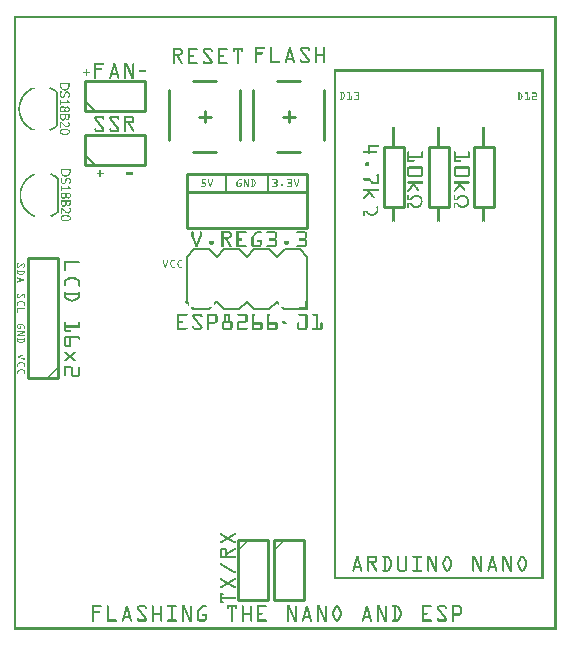
<source format=gto>
G04 MADE WITH FRITZING*
G04 WWW.FRITZING.ORG*
G04 DOUBLE SIDED*
G04 HOLES PLATED*
G04 CONTOUR ON CENTER OF CONTOUR VECTOR*
%ASAXBY*%
%FSLAX23Y23*%
%MOIN*%
%OFA0B0*%
%SFA1.0B1.0*%
%ADD10C,0.010000*%
%ADD11C,0.005000*%
%ADD12C,0.008051*%
%ADD13R,0.001000X0.001000*%
%LNSILK1*%
G90*
G70*
G54D10*
X747Y298D02*
X747Y98D01*
D02*
X747Y98D02*
X847Y98D01*
D02*
X847Y98D02*
X847Y298D01*
D02*
X847Y298D02*
X747Y298D01*
D02*
X867Y298D02*
X867Y98D01*
D02*
X867Y98D02*
X967Y98D01*
D02*
X967Y98D02*
X967Y298D01*
D02*
X967Y298D02*
X867Y298D01*
D02*
X576Y1518D02*
X976Y1518D01*
D02*
X976Y1518D02*
X976Y1338D01*
D02*
X976Y1338D02*
X576Y1338D01*
D02*
X576Y1338D02*
X576Y1518D01*
D02*
X576Y1518D02*
X976Y1518D01*
D02*
X976Y1518D02*
X976Y1458D01*
D02*
X976Y1458D02*
X576Y1458D01*
D02*
X576Y1458D02*
X576Y1518D01*
G54D11*
D02*
X706Y1518D02*
X706Y1458D01*
D02*
X846Y1518D02*
X846Y1458D01*
G54D10*
D02*
X1450Y1609D02*
X1450Y1409D01*
D02*
X1450Y1409D02*
X1384Y1409D01*
D02*
X1384Y1409D02*
X1384Y1609D01*
D02*
X1384Y1609D02*
X1450Y1609D01*
D02*
X1600Y1609D02*
X1600Y1409D01*
D02*
X1600Y1409D02*
X1534Y1409D01*
D02*
X1534Y1409D02*
X1534Y1609D01*
D02*
X1534Y1609D02*
X1600Y1609D01*
D02*
X1300Y1609D02*
X1300Y1409D01*
D02*
X1300Y1409D02*
X1234Y1409D01*
D02*
X1234Y1409D02*
X1234Y1609D01*
D02*
X1234Y1609D02*
X1300Y1609D01*
D02*
X597Y1829D02*
X675Y1829D01*
D02*
X518Y1632D02*
X518Y1799D01*
D02*
X754Y1632D02*
X754Y1799D01*
D02*
X597Y1592D02*
X675Y1592D01*
D02*
X616Y1710D02*
X656Y1710D01*
D02*
X636Y1730D02*
X636Y1691D01*
D02*
X877Y1829D02*
X955Y1829D01*
D02*
X798Y1632D02*
X798Y1799D01*
D02*
X1034Y1632D02*
X1034Y1799D01*
D02*
X877Y1592D02*
X955Y1592D01*
D02*
X896Y1710D02*
X936Y1710D01*
D02*
X916Y1730D02*
X916Y1691D01*
G54D12*
D02*
X978Y1243D02*
X953Y1268D01*
D02*
X903Y1268D02*
X878Y1243D01*
D02*
X878Y1243D02*
X852Y1268D01*
D02*
X802Y1268D02*
X777Y1243D01*
D02*
X777Y1243D02*
X752Y1268D01*
D02*
X702Y1268D02*
X676Y1243D01*
D02*
X978Y1243D02*
X978Y1093D01*
D02*
X953Y1068D02*
X903Y1068D01*
D02*
X878Y1093D02*
X852Y1068D01*
D02*
X852Y1068D02*
X802Y1068D01*
D02*
X802Y1068D02*
X777Y1093D01*
D02*
X777Y1093D02*
X752Y1068D01*
D02*
X752Y1068D02*
X702Y1068D01*
D02*
X702Y1068D02*
X676Y1093D01*
D02*
X752Y1268D02*
X702Y1268D01*
D02*
X852Y1268D02*
X802Y1268D01*
D02*
X953Y1268D02*
X903Y1268D01*
D02*
X601Y1268D02*
X576Y1243D01*
D02*
X651Y1068D02*
X601Y1068D01*
D02*
X576Y1093D02*
X576Y1243D01*
D02*
X651Y1268D02*
X601Y1268D01*
D02*
X676Y1243D02*
X651Y1268D01*
G54D10*
D02*
X237Y1548D02*
X437Y1548D01*
D02*
X437Y1548D02*
X437Y1648D01*
D02*
X437Y1648D02*
X237Y1648D01*
D02*
X237Y1648D02*
X237Y1548D01*
G54D11*
D02*
X272Y1548D02*
X237Y1583D01*
G54D10*
D02*
X237Y1728D02*
X437Y1728D01*
D02*
X437Y1728D02*
X437Y1828D01*
D02*
X437Y1828D02*
X237Y1828D01*
D02*
X237Y1828D02*
X237Y1728D01*
G54D11*
D02*
X272Y1728D02*
X237Y1763D01*
G54D10*
D02*
X147Y838D02*
X147Y1238D01*
D02*
X147Y1238D02*
X47Y1238D01*
D02*
X47Y1238D02*
X47Y838D01*
D02*
X47Y838D02*
X147Y838D01*
G54D13*
X0Y2047D02*
X1810Y2047D01*
X0Y2046D02*
X1810Y2046D01*
X0Y2045D02*
X1810Y2045D01*
X0Y2044D02*
X1810Y2044D01*
X0Y2043D02*
X1810Y2043D01*
X0Y2042D02*
X1810Y2042D01*
X0Y2041D02*
X1810Y2041D01*
X0Y2040D02*
X1810Y2040D01*
X0Y2039D02*
X7Y2039D01*
X1803Y2039D02*
X1810Y2039D01*
X0Y2038D02*
X7Y2038D01*
X1803Y2038D02*
X1810Y2038D01*
X0Y2037D02*
X7Y2037D01*
X1803Y2037D02*
X1810Y2037D01*
X0Y2036D02*
X7Y2036D01*
X1803Y2036D02*
X1810Y2036D01*
X0Y2035D02*
X7Y2035D01*
X1803Y2035D02*
X1810Y2035D01*
X0Y2034D02*
X7Y2034D01*
X1803Y2034D02*
X1810Y2034D01*
X0Y2033D02*
X7Y2033D01*
X1803Y2033D02*
X1810Y2033D01*
X0Y2032D02*
X7Y2032D01*
X1803Y2032D02*
X1810Y2032D01*
X0Y2031D02*
X7Y2031D01*
X1803Y2031D02*
X1810Y2031D01*
X0Y2030D02*
X7Y2030D01*
X1803Y2030D02*
X1810Y2030D01*
X0Y2029D02*
X7Y2029D01*
X1803Y2029D02*
X1810Y2029D01*
X0Y2028D02*
X7Y2028D01*
X1803Y2028D02*
X1810Y2028D01*
X0Y2027D02*
X7Y2027D01*
X1803Y2027D02*
X1810Y2027D01*
X0Y2026D02*
X7Y2026D01*
X1803Y2026D02*
X1810Y2026D01*
X0Y2025D02*
X7Y2025D01*
X1803Y2025D02*
X1810Y2025D01*
X0Y2024D02*
X7Y2024D01*
X1803Y2024D02*
X1810Y2024D01*
X0Y2023D02*
X7Y2023D01*
X1803Y2023D02*
X1810Y2023D01*
X0Y2022D02*
X7Y2022D01*
X1803Y2022D02*
X1810Y2022D01*
X0Y2021D02*
X7Y2021D01*
X1803Y2021D02*
X1810Y2021D01*
X0Y2020D02*
X7Y2020D01*
X1803Y2020D02*
X1810Y2020D01*
X0Y2019D02*
X7Y2019D01*
X1803Y2019D02*
X1810Y2019D01*
X0Y2018D02*
X7Y2018D01*
X1803Y2018D02*
X1810Y2018D01*
X0Y2017D02*
X7Y2017D01*
X1803Y2017D02*
X1810Y2017D01*
X0Y2016D02*
X7Y2016D01*
X1803Y2016D02*
X1810Y2016D01*
X0Y2015D02*
X7Y2015D01*
X1803Y2015D02*
X1810Y2015D01*
X0Y2014D02*
X7Y2014D01*
X1803Y2014D02*
X1810Y2014D01*
X0Y2013D02*
X7Y2013D01*
X1803Y2013D02*
X1810Y2013D01*
X0Y2012D02*
X7Y2012D01*
X1803Y2012D02*
X1810Y2012D01*
X0Y2011D02*
X7Y2011D01*
X1803Y2011D02*
X1810Y2011D01*
X0Y2010D02*
X7Y2010D01*
X1803Y2010D02*
X1810Y2010D01*
X0Y2009D02*
X7Y2009D01*
X1803Y2009D02*
X1810Y2009D01*
X0Y2008D02*
X7Y2008D01*
X1803Y2008D02*
X1810Y2008D01*
X0Y2007D02*
X7Y2007D01*
X1803Y2007D02*
X1810Y2007D01*
X0Y2006D02*
X7Y2006D01*
X1803Y2006D02*
X1810Y2006D01*
X0Y2005D02*
X7Y2005D01*
X1803Y2005D02*
X1810Y2005D01*
X0Y2004D02*
X7Y2004D01*
X1803Y2004D02*
X1810Y2004D01*
X0Y2003D02*
X7Y2003D01*
X1803Y2003D02*
X1810Y2003D01*
X0Y2002D02*
X7Y2002D01*
X1803Y2002D02*
X1810Y2002D01*
X0Y2001D02*
X7Y2001D01*
X1803Y2001D02*
X1810Y2001D01*
X0Y2000D02*
X7Y2000D01*
X1803Y2000D02*
X1810Y2000D01*
X0Y1999D02*
X7Y1999D01*
X1803Y1999D02*
X1810Y1999D01*
X0Y1998D02*
X7Y1998D01*
X1803Y1998D02*
X1810Y1998D01*
X0Y1997D02*
X7Y1997D01*
X1803Y1997D02*
X1810Y1997D01*
X0Y1996D02*
X7Y1996D01*
X1803Y1996D02*
X1810Y1996D01*
X0Y1995D02*
X7Y1995D01*
X1803Y1995D02*
X1810Y1995D01*
X0Y1994D02*
X7Y1994D01*
X1803Y1994D02*
X1810Y1994D01*
X0Y1993D02*
X7Y1993D01*
X1803Y1993D02*
X1810Y1993D01*
X0Y1992D02*
X7Y1992D01*
X1803Y1992D02*
X1810Y1992D01*
X0Y1991D02*
X7Y1991D01*
X1803Y1991D02*
X1810Y1991D01*
X0Y1990D02*
X7Y1990D01*
X1803Y1990D02*
X1810Y1990D01*
X0Y1989D02*
X7Y1989D01*
X1803Y1989D02*
X1810Y1989D01*
X0Y1988D02*
X7Y1988D01*
X1803Y1988D02*
X1810Y1988D01*
X0Y1987D02*
X7Y1987D01*
X1803Y1987D02*
X1810Y1987D01*
X0Y1986D02*
X7Y1986D01*
X1803Y1986D02*
X1810Y1986D01*
X0Y1985D02*
X7Y1985D01*
X1803Y1985D02*
X1810Y1985D01*
X0Y1984D02*
X7Y1984D01*
X1803Y1984D02*
X1810Y1984D01*
X0Y1983D02*
X7Y1983D01*
X1803Y1983D02*
X1810Y1983D01*
X0Y1982D02*
X7Y1982D01*
X1803Y1982D02*
X1810Y1982D01*
X0Y1981D02*
X7Y1981D01*
X1803Y1981D02*
X1810Y1981D01*
X0Y1980D02*
X7Y1980D01*
X1803Y1980D02*
X1810Y1980D01*
X0Y1979D02*
X7Y1979D01*
X1803Y1979D02*
X1810Y1979D01*
X0Y1978D02*
X7Y1978D01*
X1803Y1978D02*
X1810Y1978D01*
X0Y1977D02*
X7Y1977D01*
X1803Y1977D02*
X1810Y1977D01*
X0Y1976D02*
X7Y1976D01*
X1803Y1976D02*
X1810Y1976D01*
X0Y1975D02*
X7Y1975D01*
X1803Y1975D02*
X1810Y1975D01*
X0Y1974D02*
X7Y1974D01*
X1803Y1974D02*
X1810Y1974D01*
X0Y1973D02*
X7Y1973D01*
X1803Y1973D02*
X1810Y1973D01*
X0Y1972D02*
X7Y1972D01*
X1803Y1972D02*
X1810Y1972D01*
X0Y1971D02*
X7Y1971D01*
X1803Y1971D02*
X1810Y1971D01*
X0Y1970D02*
X7Y1970D01*
X1803Y1970D02*
X1810Y1970D01*
X0Y1969D02*
X7Y1969D01*
X1803Y1969D02*
X1810Y1969D01*
X0Y1968D02*
X7Y1968D01*
X1803Y1968D02*
X1810Y1968D01*
X0Y1967D02*
X7Y1967D01*
X1803Y1967D02*
X1810Y1967D01*
X0Y1966D02*
X7Y1966D01*
X1803Y1966D02*
X1810Y1966D01*
X0Y1965D02*
X7Y1965D01*
X1803Y1965D02*
X1810Y1965D01*
X0Y1964D02*
X7Y1964D01*
X1803Y1964D02*
X1810Y1964D01*
X0Y1963D02*
X7Y1963D01*
X1803Y1963D02*
X1810Y1963D01*
X0Y1962D02*
X7Y1962D01*
X1803Y1962D02*
X1810Y1962D01*
X0Y1961D02*
X7Y1961D01*
X1803Y1961D02*
X1810Y1961D01*
X0Y1960D02*
X7Y1960D01*
X1803Y1960D02*
X1810Y1960D01*
X0Y1959D02*
X7Y1959D01*
X1803Y1959D02*
X1810Y1959D01*
X0Y1958D02*
X7Y1958D01*
X1803Y1958D02*
X1810Y1958D01*
X0Y1957D02*
X7Y1957D01*
X1803Y1957D02*
X1810Y1957D01*
X0Y1956D02*
X7Y1956D01*
X1803Y1956D02*
X1810Y1956D01*
X0Y1955D02*
X7Y1955D01*
X1803Y1955D02*
X1810Y1955D01*
X0Y1954D02*
X7Y1954D01*
X1803Y1954D02*
X1810Y1954D01*
X0Y1953D02*
X7Y1953D01*
X1803Y1953D02*
X1810Y1953D01*
X0Y1952D02*
X7Y1952D01*
X1803Y1952D02*
X1810Y1952D01*
X0Y1951D02*
X7Y1951D01*
X1803Y1951D02*
X1810Y1951D01*
X0Y1950D02*
X7Y1950D01*
X1803Y1950D02*
X1810Y1950D01*
X0Y1949D02*
X7Y1949D01*
X1803Y1949D02*
X1810Y1949D01*
X0Y1948D02*
X7Y1948D01*
X1803Y1948D02*
X1810Y1948D01*
X0Y1947D02*
X7Y1947D01*
X1803Y1947D02*
X1810Y1947D01*
X0Y1946D02*
X7Y1946D01*
X1803Y1946D02*
X1810Y1946D01*
X0Y1945D02*
X7Y1945D01*
X1803Y1945D02*
X1810Y1945D01*
X0Y1944D02*
X7Y1944D01*
X1803Y1944D02*
X1810Y1944D01*
X0Y1943D02*
X7Y1943D01*
X1803Y1943D02*
X1810Y1943D01*
X0Y1942D02*
X7Y1942D01*
X804Y1942D02*
X836Y1942D01*
X855Y1942D02*
X858Y1942D01*
X919Y1942D02*
X922Y1942D01*
X959Y1942D02*
X981Y1942D01*
X1005Y1942D02*
X1008Y1942D01*
X1033Y1942D02*
X1036Y1942D01*
X1803Y1942D02*
X1810Y1942D01*
X0Y1941D02*
X7Y1941D01*
X804Y1941D02*
X837Y1941D01*
X854Y1941D02*
X859Y1941D01*
X918Y1941D02*
X923Y1941D01*
X957Y1941D02*
X983Y1941D01*
X1004Y1941D02*
X1009Y1941D01*
X1032Y1941D02*
X1037Y1941D01*
X1803Y1941D02*
X1810Y1941D01*
X0Y1940D02*
X7Y1940D01*
X804Y1940D02*
X837Y1940D01*
X854Y1940D02*
X860Y1940D01*
X918Y1940D02*
X923Y1940D01*
X956Y1940D02*
X984Y1940D01*
X1004Y1940D02*
X1010Y1940D01*
X1032Y1940D02*
X1037Y1940D01*
X1803Y1940D02*
X1810Y1940D01*
X0Y1939D02*
X7Y1939D01*
X804Y1939D02*
X837Y1939D01*
X854Y1939D02*
X860Y1939D01*
X917Y1939D02*
X924Y1939D01*
X955Y1939D02*
X985Y1939D01*
X1004Y1939D02*
X1010Y1939D01*
X1031Y1939D02*
X1037Y1939D01*
X1803Y1939D02*
X1810Y1939D01*
X0Y1938D02*
X7Y1938D01*
X530Y1938D02*
X557Y1938D01*
X580Y1938D02*
X612Y1938D01*
X635Y1938D02*
X658Y1938D01*
X680Y1938D02*
X712Y1938D01*
X730Y1938D02*
X764Y1938D01*
X804Y1938D02*
X837Y1938D01*
X854Y1938D02*
X860Y1938D01*
X917Y1938D02*
X924Y1938D01*
X955Y1938D02*
X986Y1938D01*
X1004Y1938D02*
X1010Y1938D01*
X1031Y1938D02*
X1037Y1938D01*
X1803Y1938D02*
X1810Y1938D01*
X0Y1937D02*
X7Y1937D01*
X530Y1937D02*
X559Y1937D01*
X580Y1937D02*
X613Y1937D01*
X633Y1937D02*
X659Y1937D01*
X680Y1937D02*
X713Y1937D01*
X730Y1937D02*
X764Y1937D01*
X804Y1937D02*
X837Y1937D01*
X854Y1937D02*
X860Y1937D01*
X917Y1937D02*
X924Y1937D01*
X954Y1937D02*
X987Y1937D01*
X1004Y1937D02*
X1010Y1937D01*
X1031Y1937D02*
X1037Y1937D01*
X1803Y1937D02*
X1810Y1937D01*
X0Y1936D02*
X7Y1936D01*
X530Y1936D02*
X560Y1936D01*
X580Y1936D02*
X614Y1936D01*
X632Y1936D02*
X661Y1936D01*
X680Y1936D02*
X714Y1936D01*
X730Y1936D02*
X764Y1936D01*
X804Y1936D02*
X835Y1936D01*
X854Y1936D02*
X860Y1936D01*
X917Y1936D02*
X925Y1936D01*
X954Y1936D02*
X987Y1936D01*
X1004Y1936D02*
X1010Y1936D01*
X1031Y1936D02*
X1037Y1936D01*
X1803Y1936D02*
X1810Y1936D01*
X0Y1935D02*
X7Y1935D01*
X530Y1935D02*
X561Y1935D01*
X580Y1935D02*
X614Y1935D01*
X631Y1935D02*
X662Y1935D01*
X680Y1935D02*
X714Y1935D01*
X730Y1935D02*
X764Y1935D01*
X804Y1935D02*
X810Y1935D01*
X854Y1935D02*
X860Y1935D01*
X916Y1935D02*
X925Y1935D01*
X954Y1935D02*
X960Y1935D01*
X980Y1935D02*
X987Y1935D01*
X1004Y1935D02*
X1010Y1935D01*
X1031Y1935D02*
X1037Y1935D01*
X1803Y1935D02*
X1810Y1935D01*
X0Y1934D02*
X7Y1934D01*
X530Y1934D02*
X562Y1934D01*
X580Y1934D02*
X613Y1934D01*
X631Y1934D02*
X662Y1934D01*
X680Y1934D02*
X713Y1934D01*
X730Y1934D02*
X764Y1934D01*
X804Y1934D02*
X810Y1934D01*
X854Y1934D02*
X860Y1934D01*
X916Y1934D02*
X925Y1934D01*
X954Y1934D02*
X960Y1934D01*
X981Y1934D02*
X987Y1934D01*
X1004Y1934D02*
X1010Y1934D01*
X1031Y1934D02*
X1037Y1934D01*
X1803Y1934D02*
X1810Y1934D01*
X0Y1933D02*
X7Y1933D01*
X530Y1933D02*
X562Y1933D01*
X580Y1933D02*
X613Y1933D01*
X630Y1933D02*
X663Y1933D01*
X680Y1933D02*
X713Y1933D01*
X730Y1933D02*
X764Y1933D01*
X804Y1933D02*
X810Y1933D01*
X854Y1933D02*
X860Y1933D01*
X916Y1933D02*
X926Y1933D01*
X954Y1933D02*
X961Y1933D01*
X981Y1933D02*
X987Y1933D01*
X1004Y1933D02*
X1010Y1933D01*
X1031Y1933D02*
X1037Y1933D01*
X1803Y1933D02*
X1810Y1933D01*
X0Y1932D02*
X7Y1932D01*
X530Y1932D02*
X563Y1932D01*
X580Y1932D02*
X612Y1932D01*
X630Y1932D02*
X663Y1932D01*
X680Y1932D02*
X712Y1932D01*
X730Y1932D02*
X764Y1932D01*
X804Y1932D02*
X810Y1932D01*
X854Y1932D02*
X860Y1932D01*
X915Y1932D02*
X926Y1932D01*
X954Y1932D02*
X962Y1932D01*
X982Y1932D02*
X987Y1932D01*
X1004Y1932D02*
X1010Y1932D01*
X1031Y1932D02*
X1037Y1932D01*
X1803Y1932D02*
X1810Y1932D01*
X0Y1931D02*
X7Y1931D01*
X530Y1931D02*
X536Y1931D01*
X556Y1931D02*
X563Y1931D01*
X580Y1931D02*
X586Y1931D01*
X630Y1931D02*
X636Y1931D01*
X657Y1931D02*
X663Y1931D01*
X680Y1931D02*
X686Y1931D01*
X730Y1931D02*
X736Y1931D01*
X744Y1931D02*
X750Y1931D01*
X758Y1931D02*
X764Y1931D01*
X804Y1931D02*
X810Y1931D01*
X854Y1931D02*
X860Y1931D01*
X915Y1931D02*
X926Y1931D01*
X955Y1931D02*
X963Y1931D01*
X982Y1931D02*
X987Y1931D01*
X1004Y1931D02*
X1010Y1931D01*
X1031Y1931D02*
X1037Y1931D01*
X1803Y1931D02*
X1810Y1931D01*
X0Y1930D02*
X7Y1930D01*
X530Y1930D02*
X536Y1930D01*
X557Y1930D02*
X563Y1930D01*
X580Y1930D02*
X586Y1930D01*
X630Y1930D02*
X636Y1930D01*
X657Y1930D02*
X664Y1930D01*
X680Y1930D02*
X686Y1930D01*
X730Y1930D02*
X736Y1930D01*
X744Y1930D02*
X750Y1930D01*
X758Y1930D02*
X764Y1930D01*
X804Y1930D02*
X810Y1930D01*
X854Y1930D02*
X860Y1930D01*
X915Y1930D02*
X926Y1930D01*
X955Y1930D02*
X963Y1930D01*
X984Y1930D02*
X985Y1930D01*
X1004Y1930D02*
X1010Y1930D01*
X1031Y1930D02*
X1037Y1930D01*
X1803Y1930D02*
X1810Y1930D01*
X0Y1929D02*
X7Y1929D01*
X530Y1929D02*
X536Y1929D01*
X557Y1929D02*
X564Y1929D01*
X580Y1929D02*
X586Y1929D01*
X630Y1929D02*
X637Y1929D01*
X658Y1929D02*
X664Y1929D01*
X680Y1929D02*
X686Y1929D01*
X730Y1929D02*
X736Y1929D01*
X744Y1929D02*
X750Y1929D01*
X758Y1929D02*
X764Y1929D01*
X804Y1929D02*
X810Y1929D01*
X854Y1929D02*
X860Y1929D01*
X914Y1929D02*
X927Y1929D01*
X956Y1929D02*
X964Y1929D01*
X1004Y1929D02*
X1010Y1929D01*
X1031Y1929D02*
X1037Y1929D01*
X1803Y1929D02*
X1810Y1929D01*
X0Y1928D02*
X7Y1928D01*
X530Y1928D02*
X536Y1928D01*
X558Y1928D02*
X564Y1928D01*
X580Y1928D02*
X586Y1928D01*
X631Y1928D02*
X638Y1928D01*
X658Y1928D02*
X663Y1928D01*
X680Y1928D02*
X686Y1928D01*
X730Y1928D02*
X736Y1928D01*
X744Y1928D02*
X750Y1928D01*
X758Y1928D02*
X763Y1928D01*
X804Y1928D02*
X810Y1928D01*
X854Y1928D02*
X860Y1928D01*
X914Y1928D02*
X927Y1928D01*
X957Y1928D02*
X965Y1928D01*
X1004Y1928D02*
X1010Y1928D01*
X1031Y1928D02*
X1037Y1928D01*
X1803Y1928D02*
X1810Y1928D01*
X0Y1927D02*
X7Y1927D01*
X530Y1927D02*
X536Y1927D01*
X558Y1927D02*
X564Y1927D01*
X580Y1927D02*
X586Y1927D01*
X631Y1927D02*
X639Y1927D01*
X659Y1927D02*
X663Y1927D01*
X680Y1927D02*
X686Y1927D01*
X731Y1927D02*
X735Y1927D01*
X744Y1927D02*
X750Y1927D01*
X759Y1927D02*
X763Y1927D01*
X804Y1927D02*
X810Y1927D01*
X854Y1927D02*
X860Y1927D01*
X914Y1927D02*
X927Y1927D01*
X958Y1927D02*
X966Y1927D01*
X1004Y1927D02*
X1010Y1927D01*
X1031Y1927D02*
X1037Y1927D01*
X1803Y1927D02*
X1810Y1927D01*
X0Y1926D02*
X7Y1926D01*
X530Y1926D02*
X536Y1926D01*
X558Y1926D02*
X564Y1926D01*
X580Y1926D02*
X586Y1926D01*
X632Y1926D02*
X640Y1926D01*
X660Y1926D02*
X661Y1926D01*
X680Y1926D02*
X686Y1926D01*
X732Y1926D02*
X734Y1926D01*
X744Y1926D02*
X750Y1926D01*
X760Y1926D02*
X761Y1926D01*
X804Y1926D02*
X810Y1926D01*
X854Y1926D02*
X860Y1926D01*
X914Y1926D02*
X928Y1926D01*
X958Y1926D02*
X966Y1926D01*
X1004Y1926D02*
X1010Y1926D01*
X1031Y1926D02*
X1037Y1926D01*
X1803Y1926D02*
X1810Y1926D01*
X0Y1925D02*
X7Y1925D01*
X530Y1925D02*
X536Y1925D01*
X558Y1925D02*
X564Y1925D01*
X580Y1925D02*
X586Y1925D01*
X632Y1925D02*
X640Y1925D01*
X680Y1925D02*
X686Y1925D01*
X744Y1925D02*
X750Y1925D01*
X804Y1925D02*
X810Y1925D01*
X854Y1925D02*
X860Y1925D01*
X913Y1925D02*
X920Y1925D01*
X922Y1925D02*
X928Y1925D01*
X959Y1925D02*
X967Y1925D01*
X1004Y1925D02*
X1010Y1925D01*
X1031Y1925D02*
X1037Y1925D01*
X1803Y1925D02*
X1810Y1925D01*
X0Y1924D02*
X7Y1924D01*
X530Y1924D02*
X536Y1924D01*
X558Y1924D02*
X564Y1924D01*
X580Y1924D02*
X586Y1924D01*
X633Y1924D02*
X641Y1924D01*
X680Y1924D02*
X686Y1924D01*
X744Y1924D02*
X750Y1924D01*
X804Y1924D02*
X829Y1924D01*
X854Y1924D02*
X860Y1924D01*
X913Y1924D02*
X919Y1924D01*
X922Y1924D02*
X928Y1924D01*
X960Y1924D02*
X968Y1924D01*
X1004Y1924D02*
X1010Y1924D01*
X1031Y1924D02*
X1037Y1924D01*
X1803Y1924D02*
X1810Y1924D01*
X0Y1923D02*
X7Y1923D01*
X530Y1923D02*
X536Y1923D01*
X557Y1923D02*
X564Y1923D01*
X580Y1923D02*
X586Y1923D01*
X634Y1923D02*
X642Y1923D01*
X680Y1923D02*
X686Y1923D01*
X744Y1923D02*
X750Y1923D01*
X804Y1923D02*
X830Y1923D01*
X854Y1923D02*
X860Y1923D01*
X913Y1923D02*
X919Y1923D01*
X922Y1923D02*
X928Y1923D01*
X961Y1923D02*
X969Y1923D01*
X1004Y1923D02*
X1010Y1923D01*
X1031Y1923D02*
X1037Y1923D01*
X1803Y1923D02*
X1810Y1923D01*
X0Y1922D02*
X7Y1922D01*
X530Y1922D02*
X536Y1922D01*
X556Y1922D02*
X563Y1922D01*
X580Y1922D02*
X586Y1922D01*
X635Y1922D02*
X643Y1922D01*
X680Y1922D02*
X686Y1922D01*
X744Y1922D02*
X750Y1922D01*
X804Y1922D02*
X830Y1922D01*
X854Y1922D02*
X860Y1922D01*
X912Y1922D02*
X919Y1922D01*
X922Y1922D02*
X929Y1922D01*
X962Y1922D02*
X970Y1922D01*
X1004Y1922D02*
X1010Y1922D01*
X1031Y1922D02*
X1037Y1922D01*
X1803Y1922D02*
X1810Y1922D01*
X0Y1921D02*
X7Y1921D01*
X530Y1921D02*
X537Y1921D01*
X554Y1921D02*
X563Y1921D01*
X580Y1921D02*
X586Y1921D01*
X635Y1921D02*
X643Y1921D01*
X680Y1921D02*
X686Y1921D01*
X744Y1921D02*
X750Y1921D01*
X804Y1921D02*
X830Y1921D01*
X854Y1921D02*
X860Y1921D01*
X912Y1921D02*
X918Y1921D01*
X923Y1921D02*
X929Y1921D01*
X962Y1921D02*
X970Y1921D01*
X1004Y1921D02*
X1010Y1921D01*
X1031Y1921D02*
X1037Y1921D01*
X1803Y1921D02*
X1810Y1921D01*
X0Y1920D02*
X7Y1920D01*
X530Y1920D02*
X563Y1920D01*
X580Y1920D02*
X586Y1920D01*
X636Y1920D02*
X644Y1920D01*
X680Y1920D02*
X686Y1920D01*
X744Y1920D02*
X750Y1920D01*
X804Y1920D02*
X830Y1920D01*
X854Y1920D02*
X860Y1920D01*
X912Y1920D02*
X918Y1920D01*
X923Y1920D02*
X929Y1920D01*
X963Y1920D02*
X971Y1920D01*
X1004Y1920D02*
X1010Y1920D01*
X1031Y1920D02*
X1037Y1920D01*
X1803Y1920D02*
X1810Y1920D01*
X0Y1919D02*
X7Y1919D01*
X530Y1919D02*
X562Y1919D01*
X580Y1919D02*
X586Y1919D01*
X637Y1919D02*
X645Y1919D01*
X680Y1919D02*
X686Y1919D01*
X744Y1919D02*
X750Y1919D01*
X804Y1919D02*
X829Y1919D01*
X854Y1919D02*
X860Y1919D01*
X912Y1919D02*
X918Y1919D01*
X923Y1919D02*
X930Y1919D01*
X964Y1919D02*
X972Y1919D01*
X1004Y1919D02*
X1037Y1919D01*
X1803Y1919D02*
X1810Y1919D01*
X0Y1918D02*
X7Y1918D01*
X530Y1918D02*
X561Y1918D01*
X580Y1918D02*
X586Y1918D01*
X638Y1918D02*
X646Y1918D01*
X680Y1918D02*
X686Y1918D01*
X744Y1918D02*
X750Y1918D01*
X804Y1918D02*
X828Y1918D01*
X854Y1918D02*
X860Y1918D01*
X911Y1918D02*
X918Y1918D01*
X924Y1918D02*
X930Y1918D01*
X965Y1918D02*
X973Y1918D01*
X1004Y1918D02*
X1037Y1918D01*
X1803Y1918D02*
X1810Y1918D01*
X0Y1917D02*
X7Y1917D01*
X530Y1917D02*
X560Y1917D01*
X580Y1917D02*
X586Y1917D01*
X639Y1917D02*
X647Y1917D01*
X680Y1917D02*
X686Y1917D01*
X744Y1917D02*
X750Y1917D01*
X804Y1917D02*
X810Y1917D01*
X854Y1917D02*
X860Y1917D01*
X911Y1917D02*
X917Y1917D01*
X924Y1917D02*
X930Y1917D01*
X965Y1917D02*
X973Y1917D01*
X1004Y1917D02*
X1037Y1917D01*
X1803Y1917D02*
X1810Y1917D01*
X0Y1916D02*
X7Y1916D01*
X530Y1916D02*
X559Y1916D01*
X580Y1916D02*
X586Y1916D01*
X639Y1916D02*
X647Y1916D01*
X680Y1916D02*
X686Y1916D01*
X744Y1916D02*
X750Y1916D01*
X804Y1916D02*
X810Y1916D01*
X854Y1916D02*
X860Y1916D01*
X911Y1916D02*
X917Y1916D01*
X924Y1916D02*
X930Y1916D01*
X966Y1916D02*
X974Y1916D01*
X1004Y1916D02*
X1037Y1916D01*
X1803Y1916D02*
X1810Y1916D01*
X0Y1915D02*
X7Y1915D01*
X530Y1915D02*
X558Y1915D01*
X580Y1915D02*
X597Y1915D01*
X640Y1915D02*
X648Y1915D01*
X680Y1915D02*
X697Y1915D01*
X744Y1915D02*
X750Y1915D01*
X804Y1915D02*
X810Y1915D01*
X854Y1915D02*
X860Y1915D01*
X910Y1915D02*
X917Y1915D01*
X924Y1915D02*
X931Y1915D01*
X967Y1915D02*
X975Y1915D01*
X1004Y1915D02*
X1037Y1915D01*
X1803Y1915D02*
X1810Y1915D01*
X0Y1914D02*
X7Y1914D01*
X530Y1914D02*
X554Y1914D01*
X580Y1914D02*
X599Y1914D01*
X641Y1914D02*
X649Y1914D01*
X680Y1914D02*
X699Y1914D01*
X744Y1914D02*
X750Y1914D01*
X804Y1914D02*
X810Y1914D01*
X854Y1914D02*
X860Y1914D01*
X910Y1914D02*
X916Y1914D01*
X925Y1914D02*
X931Y1914D01*
X968Y1914D02*
X976Y1914D01*
X1004Y1914D02*
X1037Y1914D01*
X1803Y1914D02*
X1810Y1914D01*
X0Y1913D02*
X7Y1913D01*
X530Y1913D02*
X536Y1913D01*
X542Y1913D02*
X550Y1913D01*
X580Y1913D02*
X600Y1913D01*
X642Y1913D02*
X650Y1913D01*
X680Y1913D02*
X700Y1913D01*
X744Y1913D02*
X750Y1913D01*
X804Y1913D02*
X810Y1913D01*
X854Y1913D02*
X860Y1913D01*
X910Y1913D02*
X916Y1913D01*
X925Y1913D02*
X931Y1913D01*
X969Y1913D02*
X977Y1913D01*
X1004Y1913D02*
X1037Y1913D01*
X1803Y1913D02*
X1810Y1913D01*
X0Y1912D02*
X7Y1912D01*
X530Y1912D02*
X536Y1912D01*
X543Y1912D02*
X550Y1912D01*
X580Y1912D02*
X600Y1912D01*
X642Y1912D02*
X650Y1912D01*
X680Y1912D02*
X700Y1912D01*
X744Y1912D02*
X750Y1912D01*
X804Y1912D02*
X810Y1912D01*
X854Y1912D02*
X860Y1912D01*
X909Y1912D02*
X916Y1912D01*
X925Y1912D02*
X932Y1912D01*
X969Y1912D02*
X977Y1912D01*
X1004Y1912D02*
X1010Y1912D01*
X1031Y1912D02*
X1037Y1912D01*
X1803Y1912D02*
X1810Y1912D01*
X0Y1911D02*
X7Y1911D01*
X530Y1911D02*
X536Y1911D01*
X544Y1911D02*
X551Y1911D01*
X580Y1911D02*
X600Y1911D01*
X643Y1911D02*
X651Y1911D01*
X680Y1911D02*
X700Y1911D01*
X744Y1911D02*
X750Y1911D01*
X804Y1911D02*
X810Y1911D01*
X854Y1911D02*
X860Y1911D01*
X909Y1911D02*
X916Y1911D01*
X926Y1911D02*
X932Y1911D01*
X970Y1911D02*
X978Y1911D01*
X1004Y1911D02*
X1010Y1911D01*
X1031Y1911D02*
X1037Y1911D01*
X1803Y1911D02*
X1810Y1911D01*
X0Y1910D02*
X7Y1910D01*
X530Y1910D02*
X536Y1910D01*
X544Y1910D02*
X551Y1910D01*
X580Y1910D02*
X599Y1910D01*
X644Y1910D02*
X652Y1910D01*
X680Y1910D02*
X699Y1910D01*
X744Y1910D02*
X750Y1910D01*
X804Y1910D02*
X810Y1910D01*
X854Y1910D02*
X860Y1910D01*
X909Y1910D02*
X915Y1910D01*
X926Y1910D02*
X932Y1910D01*
X971Y1910D02*
X979Y1910D01*
X1004Y1910D02*
X1010Y1910D01*
X1031Y1910D02*
X1037Y1910D01*
X1803Y1910D02*
X1810Y1910D01*
X0Y1909D02*
X7Y1909D01*
X530Y1909D02*
X536Y1909D01*
X545Y1909D02*
X552Y1909D01*
X580Y1909D02*
X599Y1909D01*
X645Y1909D02*
X653Y1909D01*
X680Y1909D02*
X699Y1909D01*
X744Y1909D02*
X750Y1909D01*
X804Y1909D02*
X810Y1909D01*
X854Y1909D02*
X860Y1909D01*
X909Y1909D02*
X915Y1909D01*
X926Y1909D02*
X933Y1909D01*
X972Y1909D02*
X980Y1909D01*
X1004Y1909D02*
X1010Y1909D01*
X1031Y1909D02*
X1037Y1909D01*
X1803Y1909D02*
X1810Y1909D01*
X0Y1908D02*
X7Y1908D01*
X530Y1908D02*
X536Y1908D01*
X545Y1908D02*
X553Y1908D01*
X580Y1908D02*
X586Y1908D01*
X646Y1908D02*
X654Y1908D01*
X680Y1908D02*
X686Y1908D01*
X744Y1908D02*
X750Y1908D01*
X804Y1908D02*
X810Y1908D01*
X854Y1908D02*
X860Y1908D01*
X908Y1908D02*
X915Y1908D01*
X927Y1908D02*
X933Y1908D01*
X972Y1908D02*
X980Y1908D01*
X1004Y1908D02*
X1010Y1908D01*
X1031Y1908D02*
X1037Y1908D01*
X1803Y1908D02*
X1810Y1908D01*
X0Y1907D02*
X7Y1907D01*
X530Y1907D02*
X536Y1907D01*
X546Y1907D02*
X553Y1907D01*
X580Y1907D02*
X586Y1907D01*
X646Y1907D02*
X654Y1907D01*
X680Y1907D02*
X686Y1907D01*
X744Y1907D02*
X750Y1907D01*
X804Y1907D02*
X810Y1907D01*
X854Y1907D02*
X860Y1907D01*
X908Y1907D02*
X933Y1907D01*
X973Y1907D02*
X981Y1907D01*
X1004Y1907D02*
X1010Y1907D01*
X1031Y1907D02*
X1037Y1907D01*
X1803Y1907D02*
X1810Y1907D01*
X0Y1906D02*
X7Y1906D01*
X530Y1906D02*
X536Y1906D01*
X547Y1906D02*
X554Y1906D01*
X580Y1906D02*
X586Y1906D01*
X647Y1906D02*
X655Y1906D01*
X680Y1906D02*
X686Y1906D01*
X744Y1906D02*
X750Y1906D01*
X804Y1906D02*
X810Y1906D01*
X854Y1906D02*
X860Y1906D01*
X908Y1906D02*
X933Y1906D01*
X974Y1906D02*
X982Y1906D01*
X1004Y1906D02*
X1010Y1906D01*
X1031Y1906D02*
X1037Y1906D01*
X1803Y1906D02*
X1810Y1906D01*
X0Y1905D02*
X7Y1905D01*
X530Y1905D02*
X536Y1905D01*
X547Y1905D02*
X554Y1905D01*
X580Y1905D02*
X586Y1905D01*
X648Y1905D02*
X656Y1905D01*
X680Y1905D02*
X686Y1905D01*
X744Y1905D02*
X750Y1905D01*
X804Y1905D02*
X810Y1905D01*
X854Y1905D02*
X860Y1905D01*
X907Y1905D02*
X934Y1905D01*
X975Y1905D02*
X983Y1905D01*
X1004Y1905D02*
X1010Y1905D01*
X1031Y1905D02*
X1037Y1905D01*
X1803Y1905D02*
X1810Y1905D01*
X0Y1904D02*
X7Y1904D01*
X530Y1904D02*
X536Y1904D01*
X548Y1904D02*
X555Y1904D01*
X580Y1904D02*
X586Y1904D01*
X649Y1904D02*
X657Y1904D01*
X680Y1904D02*
X686Y1904D01*
X744Y1904D02*
X750Y1904D01*
X804Y1904D02*
X810Y1904D01*
X854Y1904D02*
X860Y1904D01*
X907Y1904D02*
X934Y1904D01*
X975Y1904D02*
X984Y1904D01*
X1004Y1904D02*
X1010Y1904D01*
X1031Y1904D02*
X1037Y1904D01*
X1803Y1904D02*
X1810Y1904D01*
X0Y1903D02*
X7Y1903D01*
X530Y1903D02*
X536Y1903D01*
X548Y1903D02*
X555Y1903D01*
X580Y1903D02*
X586Y1903D01*
X649Y1903D02*
X657Y1903D01*
X680Y1903D02*
X686Y1903D01*
X744Y1903D02*
X750Y1903D01*
X804Y1903D02*
X810Y1903D01*
X854Y1903D02*
X860Y1903D01*
X907Y1903D02*
X934Y1903D01*
X976Y1903D02*
X984Y1903D01*
X1004Y1903D02*
X1010Y1903D01*
X1031Y1903D02*
X1037Y1903D01*
X1803Y1903D02*
X1810Y1903D01*
X0Y1902D02*
X7Y1902D01*
X530Y1902D02*
X536Y1902D01*
X549Y1902D02*
X556Y1902D01*
X580Y1902D02*
X586Y1902D01*
X650Y1902D02*
X658Y1902D01*
X680Y1902D02*
X686Y1902D01*
X744Y1902D02*
X750Y1902D01*
X804Y1902D02*
X810Y1902D01*
X854Y1902D02*
X860Y1902D01*
X907Y1902D02*
X935Y1902D01*
X977Y1902D02*
X985Y1902D01*
X1004Y1902D02*
X1010Y1902D01*
X1031Y1902D02*
X1037Y1902D01*
X1803Y1902D02*
X1810Y1902D01*
X0Y1901D02*
X7Y1901D01*
X530Y1901D02*
X536Y1901D01*
X549Y1901D02*
X557Y1901D01*
X580Y1901D02*
X586Y1901D01*
X651Y1901D02*
X659Y1901D01*
X680Y1901D02*
X686Y1901D01*
X744Y1901D02*
X750Y1901D01*
X804Y1901D02*
X810Y1901D01*
X854Y1901D02*
X860Y1901D01*
X906Y1901D02*
X935Y1901D01*
X956Y1901D02*
X958Y1901D01*
X978Y1901D02*
X986Y1901D01*
X1004Y1901D02*
X1010Y1901D01*
X1031Y1901D02*
X1037Y1901D01*
X1803Y1901D02*
X1810Y1901D01*
X0Y1900D02*
X7Y1900D01*
X530Y1900D02*
X536Y1900D01*
X550Y1900D02*
X557Y1900D01*
X580Y1900D02*
X586Y1900D01*
X652Y1900D02*
X660Y1900D01*
X680Y1900D02*
X686Y1900D01*
X744Y1900D02*
X750Y1900D01*
X804Y1900D02*
X810Y1900D01*
X854Y1900D02*
X860Y1900D01*
X906Y1900D02*
X912Y1900D01*
X929Y1900D02*
X935Y1900D01*
X955Y1900D02*
X959Y1900D01*
X979Y1900D02*
X986Y1900D01*
X1004Y1900D02*
X1010Y1900D01*
X1031Y1900D02*
X1037Y1900D01*
X1803Y1900D02*
X1810Y1900D01*
X0Y1899D02*
X7Y1899D01*
X530Y1899D02*
X536Y1899D01*
X551Y1899D02*
X558Y1899D01*
X580Y1899D02*
X586Y1899D01*
X653Y1899D02*
X661Y1899D01*
X680Y1899D02*
X686Y1899D01*
X744Y1899D02*
X750Y1899D01*
X804Y1899D02*
X810Y1899D01*
X854Y1899D02*
X860Y1899D01*
X906Y1899D02*
X912Y1899D01*
X929Y1899D02*
X935Y1899D01*
X954Y1899D02*
X960Y1899D01*
X979Y1899D02*
X987Y1899D01*
X1004Y1899D02*
X1010Y1899D01*
X1031Y1899D02*
X1037Y1899D01*
X1803Y1899D02*
X1810Y1899D01*
X0Y1898D02*
X7Y1898D01*
X530Y1898D02*
X536Y1898D01*
X551Y1898D02*
X558Y1898D01*
X580Y1898D02*
X586Y1898D01*
X653Y1898D02*
X661Y1898D01*
X680Y1898D02*
X686Y1898D01*
X744Y1898D02*
X750Y1898D01*
X804Y1898D02*
X810Y1898D01*
X854Y1898D02*
X860Y1898D01*
X905Y1898D02*
X912Y1898D01*
X929Y1898D02*
X936Y1898D01*
X954Y1898D02*
X960Y1898D01*
X980Y1898D02*
X987Y1898D01*
X1004Y1898D02*
X1010Y1898D01*
X1031Y1898D02*
X1037Y1898D01*
X1803Y1898D02*
X1810Y1898D01*
X0Y1897D02*
X7Y1897D01*
X530Y1897D02*
X536Y1897D01*
X552Y1897D02*
X559Y1897D01*
X580Y1897D02*
X586Y1897D01*
X632Y1897D02*
X634Y1897D01*
X654Y1897D02*
X662Y1897D01*
X680Y1897D02*
X686Y1897D01*
X744Y1897D02*
X750Y1897D01*
X804Y1897D02*
X810Y1897D01*
X854Y1897D02*
X860Y1897D01*
X905Y1897D02*
X911Y1897D01*
X930Y1897D02*
X936Y1897D01*
X954Y1897D02*
X960Y1897D01*
X981Y1897D02*
X987Y1897D01*
X1004Y1897D02*
X1010Y1897D01*
X1031Y1897D02*
X1037Y1897D01*
X1803Y1897D02*
X1810Y1897D01*
X0Y1896D02*
X7Y1896D01*
X530Y1896D02*
X536Y1896D01*
X552Y1896D02*
X560Y1896D01*
X580Y1896D02*
X586Y1896D01*
X631Y1896D02*
X635Y1896D01*
X655Y1896D02*
X663Y1896D01*
X680Y1896D02*
X686Y1896D01*
X744Y1896D02*
X750Y1896D01*
X804Y1896D02*
X810Y1896D01*
X854Y1896D02*
X860Y1896D01*
X905Y1896D02*
X911Y1896D01*
X930Y1896D02*
X936Y1896D01*
X954Y1896D02*
X961Y1896D01*
X981Y1896D02*
X987Y1896D01*
X1004Y1896D02*
X1010Y1896D01*
X1031Y1896D02*
X1037Y1896D01*
X1803Y1896D02*
X1810Y1896D01*
X0Y1895D02*
X7Y1895D01*
X530Y1895D02*
X536Y1895D01*
X553Y1895D02*
X560Y1895D01*
X580Y1895D02*
X586Y1895D01*
X630Y1895D02*
X636Y1895D01*
X656Y1895D02*
X663Y1895D01*
X680Y1895D02*
X686Y1895D01*
X744Y1895D02*
X750Y1895D01*
X804Y1895D02*
X810Y1895D01*
X854Y1895D02*
X886Y1895D01*
X904Y1895D02*
X911Y1895D01*
X930Y1895D02*
X937Y1895D01*
X954Y1895D02*
X987Y1895D01*
X1004Y1895D02*
X1010Y1895D01*
X1031Y1895D02*
X1037Y1895D01*
X1803Y1895D02*
X1810Y1895D01*
X0Y1894D02*
X7Y1894D01*
X530Y1894D02*
X536Y1894D01*
X554Y1894D02*
X561Y1894D01*
X580Y1894D02*
X586Y1894D01*
X630Y1894D02*
X636Y1894D01*
X656Y1894D02*
X663Y1894D01*
X680Y1894D02*
X686Y1894D01*
X744Y1894D02*
X750Y1894D01*
X804Y1894D02*
X810Y1894D01*
X854Y1894D02*
X887Y1894D01*
X904Y1894D02*
X911Y1894D01*
X931Y1894D02*
X937Y1894D01*
X955Y1894D02*
X987Y1894D01*
X1004Y1894D02*
X1010Y1894D01*
X1031Y1894D02*
X1037Y1894D01*
X1803Y1894D02*
X1810Y1894D01*
X0Y1893D02*
X7Y1893D01*
X530Y1893D02*
X536Y1893D01*
X554Y1893D02*
X561Y1893D01*
X580Y1893D02*
X586Y1893D01*
X630Y1893D02*
X636Y1893D01*
X657Y1893D02*
X664Y1893D01*
X680Y1893D02*
X686Y1893D01*
X744Y1893D02*
X750Y1893D01*
X804Y1893D02*
X810Y1893D01*
X854Y1893D02*
X887Y1893D01*
X904Y1893D02*
X910Y1893D01*
X931Y1893D02*
X937Y1893D01*
X955Y1893D02*
X987Y1893D01*
X1004Y1893D02*
X1010Y1893D01*
X1031Y1893D02*
X1037Y1893D01*
X1803Y1893D02*
X1810Y1893D01*
X0Y1892D02*
X7Y1892D01*
X530Y1892D02*
X536Y1892D01*
X555Y1892D02*
X562Y1892D01*
X580Y1892D02*
X586Y1892D01*
X630Y1892D02*
X637Y1892D01*
X657Y1892D02*
X664Y1892D01*
X680Y1892D02*
X686Y1892D01*
X744Y1892D02*
X750Y1892D01*
X804Y1892D02*
X810Y1892D01*
X854Y1892D02*
X887Y1892D01*
X904Y1892D02*
X910Y1892D01*
X931Y1892D02*
X937Y1892D01*
X956Y1892D02*
X986Y1892D01*
X1004Y1892D02*
X1010Y1892D01*
X1031Y1892D02*
X1037Y1892D01*
X1803Y1892D02*
X1810Y1892D01*
X0Y1891D02*
X7Y1891D01*
X530Y1891D02*
X536Y1891D01*
X555Y1891D02*
X562Y1891D01*
X580Y1891D02*
X612Y1891D01*
X631Y1891D02*
X663Y1891D01*
X680Y1891D02*
X712Y1891D01*
X744Y1891D02*
X750Y1891D01*
X804Y1891D02*
X810Y1891D01*
X854Y1891D02*
X887Y1891D01*
X904Y1891D02*
X910Y1891D01*
X932Y1891D02*
X937Y1891D01*
X957Y1891D02*
X985Y1891D01*
X1004Y1891D02*
X1010Y1891D01*
X1032Y1891D02*
X1037Y1891D01*
X1803Y1891D02*
X1810Y1891D01*
X0Y1890D02*
X7Y1890D01*
X269Y1890D02*
X301Y1890D01*
X334Y1890D02*
X337Y1890D01*
X369Y1890D02*
X377Y1890D01*
X398Y1890D02*
X401Y1890D01*
X530Y1890D02*
X536Y1890D01*
X556Y1890D02*
X563Y1890D01*
X580Y1890D02*
X613Y1890D01*
X631Y1890D02*
X663Y1890D01*
X680Y1890D02*
X713Y1890D01*
X744Y1890D02*
X750Y1890D01*
X805Y1890D02*
X809Y1890D01*
X854Y1890D02*
X887Y1890D01*
X904Y1890D02*
X909Y1890D01*
X932Y1890D02*
X937Y1890D01*
X958Y1890D02*
X984Y1890D01*
X1005Y1890D02*
X1009Y1890D01*
X1032Y1890D02*
X1037Y1890D01*
X1803Y1890D02*
X1810Y1890D01*
X0Y1889D02*
X7Y1889D01*
X269Y1889D02*
X302Y1889D01*
X333Y1889D02*
X338Y1889D01*
X369Y1889D02*
X378Y1889D01*
X397Y1889D02*
X402Y1889D01*
X530Y1889D02*
X536Y1889D01*
X556Y1889D02*
X563Y1889D01*
X580Y1889D02*
X613Y1889D01*
X631Y1889D02*
X663Y1889D01*
X680Y1889D02*
X713Y1889D01*
X744Y1889D02*
X750Y1889D01*
X806Y1889D02*
X808Y1889D01*
X854Y1889D02*
X886Y1889D01*
X905Y1889D02*
X908Y1889D01*
X933Y1889D02*
X936Y1889D01*
X960Y1889D02*
X982Y1889D01*
X1006Y1889D02*
X1008Y1889D01*
X1033Y1889D02*
X1036Y1889D01*
X1803Y1889D02*
X1810Y1889D01*
X0Y1888D02*
X7Y1888D01*
X269Y1888D02*
X302Y1888D01*
X333Y1888D02*
X338Y1888D01*
X369Y1888D02*
X378Y1888D01*
X397Y1888D02*
X402Y1888D01*
X530Y1888D02*
X536Y1888D01*
X557Y1888D02*
X564Y1888D01*
X580Y1888D02*
X614Y1888D01*
X632Y1888D02*
X662Y1888D01*
X680Y1888D02*
X714Y1888D01*
X744Y1888D02*
X750Y1888D01*
X1803Y1888D02*
X1810Y1888D01*
X0Y1887D02*
X7Y1887D01*
X269Y1887D02*
X302Y1887D01*
X332Y1887D02*
X339Y1887D01*
X369Y1887D02*
X379Y1887D01*
X396Y1887D02*
X402Y1887D01*
X530Y1887D02*
X536Y1887D01*
X558Y1887D02*
X563Y1887D01*
X580Y1887D02*
X613Y1887D01*
X633Y1887D02*
X661Y1887D01*
X680Y1887D02*
X713Y1887D01*
X744Y1887D02*
X750Y1887D01*
X1803Y1887D02*
X1810Y1887D01*
X0Y1886D02*
X7Y1886D01*
X269Y1886D02*
X302Y1886D01*
X332Y1886D02*
X339Y1886D01*
X369Y1886D02*
X379Y1886D01*
X396Y1886D02*
X402Y1886D01*
X531Y1886D02*
X535Y1886D01*
X558Y1886D02*
X563Y1886D01*
X580Y1886D02*
X613Y1886D01*
X634Y1886D02*
X660Y1886D01*
X680Y1886D02*
X713Y1886D01*
X745Y1886D02*
X749Y1886D01*
X1803Y1886D02*
X1810Y1886D01*
X0Y1885D02*
X7Y1885D01*
X269Y1885D02*
X302Y1885D01*
X332Y1885D02*
X339Y1885D01*
X369Y1885D02*
X380Y1885D01*
X396Y1885D02*
X402Y1885D01*
X532Y1885D02*
X534Y1885D01*
X559Y1885D02*
X562Y1885D01*
X580Y1885D02*
X612Y1885D01*
X637Y1885D02*
X658Y1885D01*
X680Y1885D02*
X712Y1885D01*
X746Y1885D02*
X748Y1885D01*
X1803Y1885D02*
X1810Y1885D01*
X0Y1884D02*
X7Y1884D01*
X269Y1884D02*
X300Y1884D01*
X331Y1884D02*
X340Y1884D01*
X369Y1884D02*
X380Y1884D01*
X396Y1884D02*
X402Y1884D01*
X1803Y1884D02*
X1810Y1884D01*
X0Y1883D02*
X7Y1883D01*
X269Y1883D02*
X275Y1883D01*
X331Y1883D02*
X340Y1883D01*
X369Y1883D02*
X380Y1883D01*
X396Y1883D02*
X402Y1883D01*
X1803Y1883D02*
X1810Y1883D01*
X0Y1882D02*
X7Y1882D01*
X269Y1882D02*
X275Y1882D01*
X331Y1882D02*
X340Y1882D01*
X369Y1882D02*
X381Y1882D01*
X396Y1882D02*
X402Y1882D01*
X1803Y1882D02*
X1810Y1882D01*
X0Y1881D02*
X7Y1881D01*
X269Y1881D02*
X275Y1881D01*
X331Y1881D02*
X341Y1881D01*
X369Y1881D02*
X381Y1881D01*
X396Y1881D02*
X402Y1881D01*
X1803Y1881D02*
X1810Y1881D01*
X0Y1880D02*
X7Y1880D01*
X269Y1880D02*
X275Y1880D01*
X330Y1880D02*
X341Y1880D01*
X369Y1880D02*
X382Y1880D01*
X396Y1880D02*
X402Y1880D01*
X1803Y1880D02*
X1810Y1880D01*
X0Y1879D02*
X7Y1879D01*
X269Y1879D02*
X275Y1879D01*
X330Y1879D02*
X341Y1879D01*
X369Y1879D02*
X382Y1879D01*
X396Y1879D02*
X402Y1879D01*
X1803Y1879D02*
X1810Y1879D01*
X0Y1878D02*
X7Y1878D01*
X269Y1878D02*
X275Y1878D01*
X330Y1878D02*
X341Y1878D01*
X369Y1878D02*
X383Y1878D01*
X396Y1878D02*
X402Y1878D01*
X1803Y1878D02*
X1810Y1878D01*
X0Y1877D02*
X7Y1877D01*
X269Y1877D02*
X275Y1877D01*
X329Y1877D02*
X342Y1877D01*
X369Y1877D02*
X383Y1877D01*
X396Y1877D02*
X402Y1877D01*
X1803Y1877D02*
X1810Y1877D01*
X0Y1876D02*
X7Y1876D01*
X269Y1876D02*
X275Y1876D01*
X329Y1876D02*
X342Y1876D01*
X369Y1876D02*
X375Y1876D01*
X377Y1876D02*
X383Y1876D01*
X396Y1876D02*
X402Y1876D01*
X1803Y1876D02*
X1810Y1876D01*
X0Y1875D02*
X7Y1875D01*
X269Y1875D02*
X275Y1875D01*
X329Y1875D02*
X342Y1875D01*
X369Y1875D02*
X375Y1875D01*
X377Y1875D02*
X384Y1875D01*
X396Y1875D02*
X402Y1875D01*
X1803Y1875D02*
X1810Y1875D01*
X0Y1874D02*
X7Y1874D01*
X269Y1874D02*
X275Y1874D01*
X329Y1874D02*
X343Y1874D01*
X369Y1874D02*
X375Y1874D01*
X378Y1874D02*
X384Y1874D01*
X396Y1874D02*
X402Y1874D01*
X1803Y1874D02*
X1810Y1874D01*
X0Y1873D02*
X7Y1873D01*
X269Y1873D02*
X275Y1873D01*
X328Y1873D02*
X343Y1873D01*
X369Y1873D02*
X375Y1873D01*
X378Y1873D02*
X385Y1873D01*
X396Y1873D02*
X402Y1873D01*
X1803Y1873D02*
X1810Y1873D01*
X0Y1872D02*
X7Y1872D01*
X269Y1872D02*
X294Y1872D01*
X328Y1872D02*
X334Y1872D01*
X337Y1872D02*
X343Y1872D01*
X369Y1872D02*
X375Y1872D01*
X378Y1872D02*
X385Y1872D01*
X396Y1872D02*
X402Y1872D01*
X1803Y1872D02*
X1810Y1872D01*
X0Y1871D02*
X7Y1871D01*
X269Y1871D02*
X295Y1871D01*
X328Y1871D02*
X334Y1871D01*
X337Y1871D02*
X343Y1871D01*
X369Y1871D02*
X375Y1871D01*
X379Y1871D02*
X386Y1871D01*
X396Y1871D02*
X402Y1871D01*
X1803Y1871D02*
X1810Y1871D01*
X0Y1870D02*
X7Y1870D01*
X269Y1870D02*
X295Y1870D01*
X327Y1870D02*
X334Y1870D01*
X337Y1870D02*
X344Y1870D01*
X369Y1870D02*
X375Y1870D01*
X379Y1870D02*
X386Y1870D01*
X396Y1870D02*
X402Y1870D01*
X1803Y1870D02*
X1810Y1870D01*
X0Y1869D02*
X7Y1869D01*
X242Y1869D02*
X244Y1869D01*
X269Y1869D02*
X295Y1869D01*
X327Y1869D02*
X333Y1869D01*
X338Y1869D02*
X344Y1869D01*
X369Y1869D02*
X375Y1869D01*
X380Y1869D02*
X387Y1869D01*
X396Y1869D02*
X402Y1869D01*
X1803Y1869D02*
X1810Y1869D01*
X0Y1868D02*
X7Y1868D01*
X241Y1868D02*
X245Y1868D01*
X269Y1868D02*
X295Y1868D01*
X327Y1868D02*
X333Y1868D01*
X338Y1868D02*
X344Y1868D01*
X369Y1868D02*
X375Y1868D01*
X380Y1868D02*
X387Y1868D01*
X396Y1868D02*
X402Y1868D01*
X1067Y1868D02*
X1766Y1868D01*
X1803Y1868D02*
X1810Y1868D01*
X0Y1867D02*
X7Y1867D01*
X241Y1867D02*
X245Y1867D01*
X269Y1867D02*
X294Y1867D01*
X327Y1867D02*
X333Y1867D01*
X338Y1867D02*
X345Y1867D01*
X369Y1867D02*
X375Y1867D01*
X381Y1867D02*
X387Y1867D01*
X396Y1867D02*
X402Y1867D01*
X1067Y1867D02*
X1766Y1867D01*
X1803Y1867D02*
X1810Y1867D01*
X0Y1866D02*
X7Y1866D01*
X241Y1866D02*
X245Y1866D01*
X269Y1866D02*
X293Y1866D01*
X326Y1866D02*
X333Y1866D01*
X339Y1866D02*
X345Y1866D01*
X369Y1866D02*
X375Y1866D01*
X381Y1866D02*
X388Y1866D01*
X396Y1866D02*
X402Y1866D01*
X419Y1866D02*
X437Y1866D01*
X1067Y1866D02*
X1766Y1866D01*
X1803Y1866D02*
X1810Y1866D01*
X0Y1865D02*
X7Y1865D01*
X241Y1865D02*
X245Y1865D01*
X269Y1865D02*
X275Y1865D01*
X326Y1865D02*
X332Y1865D01*
X339Y1865D02*
X345Y1865D01*
X369Y1865D02*
X375Y1865D01*
X382Y1865D02*
X388Y1865D01*
X396Y1865D02*
X402Y1865D01*
X417Y1865D02*
X439Y1865D01*
X1067Y1865D02*
X1766Y1865D01*
X1803Y1865D02*
X1810Y1865D01*
X0Y1864D02*
X7Y1864D01*
X241Y1864D02*
X245Y1864D01*
X269Y1864D02*
X275Y1864D01*
X326Y1864D02*
X332Y1864D01*
X339Y1864D02*
X345Y1864D01*
X369Y1864D02*
X375Y1864D01*
X382Y1864D02*
X389Y1864D01*
X396Y1864D02*
X402Y1864D01*
X417Y1864D02*
X439Y1864D01*
X1067Y1864D02*
X1766Y1864D01*
X1803Y1864D02*
X1810Y1864D01*
X0Y1863D02*
X7Y1863D01*
X241Y1863D02*
X245Y1863D01*
X269Y1863D02*
X275Y1863D01*
X325Y1863D02*
X332Y1863D01*
X339Y1863D02*
X346Y1863D01*
X369Y1863D02*
X375Y1863D01*
X382Y1863D02*
X389Y1863D01*
X396Y1863D02*
X402Y1863D01*
X417Y1863D02*
X439Y1863D01*
X1067Y1863D02*
X1766Y1863D01*
X1803Y1863D02*
X1810Y1863D01*
X0Y1862D02*
X7Y1862D01*
X241Y1862D02*
X245Y1862D01*
X269Y1862D02*
X275Y1862D01*
X325Y1862D02*
X331Y1862D01*
X340Y1862D02*
X346Y1862D01*
X369Y1862D02*
X375Y1862D01*
X383Y1862D02*
X390Y1862D01*
X396Y1862D02*
X402Y1862D01*
X417Y1862D02*
X439Y1862D01*
X1067Y1862D02*
X1766Y1862D01*
X1803Y1862D02*
X1810Y1862D01*
X0Y1861D02*
X7Y1861D01*
X241Y1861D02*
X245Y1861D01*
X269Y1861D02*
X275Y1861D01*
X325Y1861D02*
X331Y1861D01*
X340Y1861D02*
X346Y1861D01*
X369Y1861D02*
X375Y1861D01*
X383Y1861D02*
X390Y1861D01*
X396Y1861D02*
X402Y1861D01*
X417Y1861D02*
X439Y1861D01*
X1067Y1861D02*
X1766Y1861D01*
X1803Y1861D02*
X1810Y1861D01*
X0Y1860D02*
X7Y1860D01*
X234Y1860D02*
X253Y1860D01*
X269Y1860D02*
X275Y1860D01*
X324Y1860D02*
X331Y1860D01*
X340Y1860D02*
X347Y1860D01*
X369Y1860D02*
X375Y1860D01*
X384Y1860D02*
X390Y1860D01*
X396Y1860D02*
X402Y1860D01*
X417Y1860D02*
X438Y1860D01*
X1067Y1860D02*
X1074Y1860D01*
X1759Y1860D02*
X1766Y1860D01*
X1803Y1860D02*
X1810Y1860D01*
X0Y1859D02*
X7Y1859D01*
X232Y1859D02*
X254Y1859D01*
X269Y1859D02*
X275Y1859D01*
X324Y1859D02*
X331Y1859D01*
X341Y1859D02*
X347Y1859D01*
X369Y1859D02*
X375Y1859D01*
X384Y1859D02*
X391Y1859D01*
X396Y1859D02*
X402Y1859D01*
X1067Y1859D02*
X1074Y1859D01*
X1759Y1859D02*
X1766Y1859D01*
X1803Y1859D02*
X1810Y1859D01*
X0Y1858D02*
X7Y1858D01*
X232Y1858D02*
X254Y1858D01*
X269Y1858D02*
X275Y1858D01*
X324Y1858D02*
X330Y1858D01*
X341Y1858D02*
X347Y1858D01*
X369Y1858D02*
X375Y1858D01*
X385Y1858D02*
X391Y1858D01*
X396Y1858D02*
X402Y1858D01*
X1067Y1858D02*
X1074Y1858D01*
X1759Y1858D02*
X1766Y1858D01*
X1803Y1858D02*
X1810Y1858D01*
X0Y1857D02*
X7Y1857D01*
X232Y1857D02*
X254Y1857D01*
X269Y1857D02*
X275Y1857D01*
X324Y1857D02*
X330Y1857D01*
X341Y1857D02*
X348Y1857D01*
X369Y1857D02*
X375Y1857D01*
X385Y1857D02*
X392Y1857D01*
X396Y1857D02*
X402Y1857D01*
X1067Y1857D02*
X1074Y1857D01*
X1759Y1857D02*
X1766Y1857D01*
X1803Y1857D02*
X1810Y1857D01*
X0Y1856D02*
X7Y1856D01*
X233Y1856D02*
X254Y1856D01*
X269Y1856D02*
X275Y1856D01*
X323Y1856D02*
X330Y1856D01*
X342Y1856D02*
X348Y1856D01*
X369Y1856D02*
X375Y1856D01*
X386Y1856D02*
X392Y1856D01*
X396Y1856D02*
X402Y1856D01*
X1067Y1856D02*
X1074Y1856D01*
X1759Y1856D02*
X1766Y1856D01*
X1803Y1856D02*
X1810Y1856D01*
X0Y1855D02*
X7Y1855D01*
X241Y1855D02*
X245Y1855D01*
X269Y1855D02*
X275Y1855D01*
X323Y1855D02*
X348Y1855D01*
X369Y1855D02*
X375Y1855D01*
X386Y1855D02*
X393Y1855D01*
X396Y1855D02*
X402Y1855D01*
X1067Y1855D02*
X1074Y1855D01*
X1759Y1855D02*
X1766Y1855D01*
X1803Y1855D02*
X1810Y1855D01*
X0Y1854D02*
X7Y1854D01*
X241Y1854D02*
X245Y1854D01*
X269Y1854D02*
X275Y1854D01*
X323Y1854D02*
X348Y1854D01*
X369Y1854D02*
X375Y1854D01*
X386Y1854D02*
X393Y1854D01*
X396Y1854D02*
X402Y1854D01*
X1067Y1854D02*
X1074Y1854D01*
X1759Y1854D02*
X1766Y1854D01*
X1803Y1854D02*
X1810Y1854D01*
X0Y1853D02*
X7Y1853D01*
X241Y1853D02*
X245Y1853D01*
X269Y1853D02*
X275Y1853D01*
X322Y1853D02*
X349Y1853D01*
X369Y1853D02*
X375Y1853D01*
X387Y1853D02*
X394Y1853D01*
X396Y1853D02*
X402Y1853D01*
X1067Y1853D02*
X1074Y1853D01*
X1759Y1853D02*
X1766Y1853D01*
X1803Y1853D02*
X1810Y1853D01*
X0Y1852D02*
X7Y1852D01*
X241Y1852D02*
X245Y1852D01*
X269Y1852D02*
X275Y1852D01*
X322Y1852D02*
X349Y1852D01*
X369Y1852D02*
X375Y1852D01*
X387Y1852D02*
X394Y1852D01*
X396Y1852D02*
X402Y1852D01*
X1067Y1852D02*
X1074Y1852D01*
X1759Y1852D02*
X1766Y1852D01*
X1803Y1852D02*
X1810Y1852D01*
X0Y1851D02*
X7Y1851D01*
X241Y1851D02*
X245Y1851D01*
X269Y1851D02*
X275Y1851D01*
X322Y1851D02*
X349Y1851D01*
X369Y1851D02*
X375Y1851D01*
X388Y1851D02*
X394Y1851D01*
X396Y1851D02*
X402Y1851D01*
X1067Y1851D02*
X1074Y1851D01*
X1759Y1851D02*
X1766Y1851D01*
X1803Y1851D02*
X1810Y1851D01*
X0Y1850D02*
X7Y1850D01*
X241Y1850D02*
X245Y1850D01*
X269Y1850D02*
X275Y1850D01*
X322Y1850D02*
X350Y1850D01*
X369Y1850D02*
X375Y1850D01*
X388Y1850D02*
X402Y1850D01*
X1067Y1850D02*
X1074Y1850D01*
X1759Y1850D02*
X1766Y1850D01*
X1803Y1850D02*
X1810Y1850D01*
X0Y1849D02*
X7Y1849D01*
X241Y1849D02*
X245Y1849D01*
X269Y1849D02*
X275Y1849D01*
X321Y1849D02*
X350Y1849D01*
X369Y1849D02*
X375Y1849D01*
X389Y1849D02*
X402Y1849D01*
X1067Y1849D02*
X1074Y1849D01*
X1759Y1849D02*
X1766Y1849D01*
X1803Y1849D02*
X1810Y1849D01*
X0Y1848D02*
X7Y1848D01*
X241Y1848D02*
X245Y1848D01*
X269Y1848D02*
X275Y1848D01*
X321Y1848D02*
X327Y1848D01*
X344Y1848D02*
X350Y1848D01*
X369Y1848D02*
X375Y1848D01*
X389Y1848D02*
X402Y1848D01*
X1067Y1848D02*
X1074Y1848D01*
X1759Y1848D02*
X1766Y1848D01*
X1803Y1848D02*
X1810Y1848D01*
X0Y1847D02*
X7Y1847D01*
X242Y1847D02*
X245Y1847D01*
X269Y1847D02*
X275Y1847D01*
X321Y1847D02*
X327Y1847D01*
X344Y1847D02*
X350Y1847D01*
X369Y1847D02*
X375Y1847D01*
X389Y1847D02*
X402Y1847D01*
X1067Y1847D02*
X1074Y1847D01*
X1759Y1847D02*
X1766Y1847D01*
X1803Y1847D02*
X1810Y1847D01*
X0Y1846D02*
X7Y1846D01*
X269Y1846D02*
X275Y1846D01*
X320Y1846D02*
X327Y1846D01*
X344Y1846D02*
X351Y1846D01*
X369Y1846D02*
X375Y1846D01*
X390Y1846D02*
X402Y1846D01*
X1067Y1846D02*
X1074Y1846D01*
X1759Y1846D02*
X1766Y1846D01*
X1803Y1846D02*
X1810Y1846D01*
X0Y1845D02*
X7Y1845D01*
X269Y1845D02*
X275Y1845D01*
X320Y1845D02*
X326Y1845D01*
X345Y1845D02*
X351Y1845D01*
X369Y1845D02*
X375Y1845D01*
X390Y1845D02*
X402Y1845D01*
X1067Y1845D02*
X1074Y1845D01*
X1759Y1845D02*
X1766Y1845D01*
X1803Y1845D02*
X1810Y1845D01*
X0Y1844D02*
X7Y1844D01*
X269Y1844D02*
X275Y1844D01*
X320Y1844D02*
X326Y1844D01*
X345Y1844D02*
X351Y1844D01*
X369Y1844D02*
X375Y1844D01*
X391Y1844D02*
X402Y1844D01*
X1067Y1844D02*
X1074Y1844D01*
X1759Y1844D02*
X1766Y1844D01*
X1803Y1844D02*
X1810Y1844D01*
X0Y1843D02*
X7Y1843D01*
X269Y1843D02*
X275Y1843D01*
X319Y1843D02*
X326Y1843D01*
X345Y1843D02*
X352Y1843D01*
X369Y1843D02*
X375Y1843D01*
X391Y1843D02*
X402Y1843D01*
X1067Y1843D02*
X1074Y1843D01*
X1759Y1843D02*
X1766Y1843D01*
X1803Y1843D02*
X1810Y1843D01*
X0Y1842D02*
X7Y1842D01*
X269Y1842D02*
X275Y1842D01*
X319Y1842D02*
X326Y1842D01*
X346Y1842D02*
X352Y1842D01*
X369Y1842D02*
X375Y1842D01*
X392Y1842D02*
X402Y1842D01*
X1067Y1842D02*
X1074Y1842D01*
X1759Y1842D02*
X1766Y1842D01*
X1803Y1842D02*
X1810Y1842D01*
X0Y1841D02*
X7Y1841D01*
X269Y1841D02*
X275Y1841D01*
X319Y1841D02*
X325Y1841D01*
X346Y1841D02*
X352Y1841D01*
X369Y1841D02*
X375Y1841D01*
X392Y1841D02*
X402Y1841D01*
X1067Y1841D02*
X1074Y1841D01*
X1759Y1841D02*
X1766Y1841D01*
X1803Y1841D02*
X1810Y1841D01*
X0Y1840D02*
X7Y1840D01*
X269Y1840D02*
X275Y1840D01*
X319Y1840D02*
X325Y1840D01*
X346Y1840D02*
X352Y1840D01*
X369Y1840D02*
X375Y1840D01*
X393Y1840D02*
X402Y1840D01*
X1067Y1840D02*
X1074Y1840D01*
X1759Y1840D02*
X1766Y1840D01*
X1803Y1840D02*
X1810Y1840D01*
X0Y1839D02*
X7Y1839D01*
X269Y1839D02*
X275Y1839D01*
X319Y1839D02*
X325Y1839D01*
X347Y1839D02*
X352Y1839D01*
X369Y1839D02*
X375Y1839D01*
X393Y1839D02*
X402Y1839D01*
X1067Y1839D02*
X1074Y1839D01*
X1759Y1839D02*
X1766Y1839D01*
X1803Y1839D02*
X1810Y1839D01*
X0Y1838D02*
X7Y1838D01*
X269Y1838D02*
X274Y1838D01*
X319Y1838D02*
X324Y1838D01*
X347Y1838D02*
X352Y1838D01*
X369Y1838D02*
X374Y1838D01*
X393Y1838D02*
X402Y1838D01*
X1067Y1838D02*
X1074Y1838D01*
X1759Y1838D02*
X1766Y1838D01*
X1803Y1838D02*
X1810Y1838D01*
X0Y1837D02*
X7Y1837D01*
X270Y1837D02*
X273Y1837D01*
X320Y1837D02*
X323Y1837D01*
X348Y1837D02*
X351Y1837D01*
X370Y1837D02*
X373Y1837D01*
X394Y1837D02*
X402Y1837D01*
X1067Y1837D02*
X1074Y1837D01*
X1759Y1837D02*
X1766Y1837D01*
X1803Y1837D02*
X1810Y1837D01*
X0Y1836D02*
X7Y1836D01*
X1067Y1836D02*
X1074Y1836D01*
X1759Y1836D02*
X1766Y1836D01*
X1803Y1836D02*
X1810Y1836D01*
X0Y1835D02*
X7Y1835D01*
X1067Y1835D02*
X1074Y1835D01*
X1759Y1835D02*
X1766Y1835D01*
X1803Y1835D02*
X1810Y1835D01*
X0Y1834D02*
X7Y1834D01*
X1067Y1834D02*
X1074Y1834D01*
X1759Y1834D02*
X1766Y1834D01*
X1803Y1834D02*
X1810Y1834D01*
X0Y1833D02*
X7Y1833D01*
X1067Y1833D02*
X1074Y1833D01*
X1759Y1833D02*
X1766Y1833D01*
X1803Y1833D02*
X1810Y1833D01*
X0Y1832D02*
X7Y1832D01*
X1067Y1832D02*
X1074Y1832D01*
X1759Y1832D02*
X1766Y1832D01*
X1803Y1832D02*
X1810Y1832D01*
X0Y1831D02*
X7Y1831D01*
X1067Y1831D02*
X1074Y1831D01*
X1759Y1831D02*
X1766Y1831D01*
X1803Y1831D02*
X1810Y1831D01*
X0Y1830D02*
X7Y1830D01*
X1067Y1830D02*
X1074Y1830D01*
X1759Y1830D02*
X1766Y1830D01*
X1803Y1830D02*
X1810Y1830D01*
X0Y1829D02*
X7Y1829D01*
X1067Y1829D02*
X1074Y1829D01*
X1759Y1829D02*
X1766Y1829D01*
X1803Y1829D02*
X1810Y1829D01*
X0Y1828D02*
X7Y1828D01*
X1067Y1828D02*
X1074Y1828D01*
X1759Y1828D02*
X1766Y1828D01*
X1803Y1828D02*
X1810Y1828D01*
X0Y1827D02*
X7Y1827D01*
X1067Y1827D02*
X1074Y1827D01*
X1759Y1827D02*
X1766Y1827D01*
X1803Y1827D02*
X1810Y1827D01*
X0Y1826D02*
X7Y1826D01*
X1067Y1826D02*
X1074Y1826D01*
X1759Y1826D02*
X1766Y1826D01*
X1803Y1826D02*
X1810Y1826D01*
X0Y1825D02*
X7Y1825D01*
X1067Y1825D02*
X1074Y1825D01*
X1759Y1825D02*
X1766Y1825D01*
X1803Y1825D02*
X1810Y1825D01*
X0Y1824D02*
X7Y1824D01*
X1067Y1824D02*
X1074Y1824D01*
X1759Y1824D02*
X1766Y1824D01*
X1803Y1824D02*
X1810Y1824D01*
X0Y1823D02*
X7Y1823D01*
X155Y1823D02*
X185Y1823D01*
X1067Y1823D02*
X1074Y1823D01*
X1759Y1823D02*
X1766Y1823D01*
X1803Y1823D02*
X1810Y1823D01*
X0Y1822D02*
X7Y1822D01*
X155Y1822D02*
X186Y1822D01*
X1067Y1822D02*
X1074Y1822D01*
X1759Y1822D02*
X1766Y1822D01*
X1803Y1822D02*
X1810Y1822D01*
X0Y1821D02*
X7Y1821D01*
X155Y1821D02*
X186Y1821D01*
X1067Y1821D02*
X1074Y1821D01*
X1759Y1821D02*
X1766Y1821D01*
X1803Y1821D02*
X1810Y1821D01*
X0Y1820D02*
X7Y1820D01*
X155Y1820D02*
X186Y1820D01*
X1067Y1820D02*
X1074Y1820D01*
X1759Y1820D02*
X1766Y1820D01*
X1803Y1820D02*
X1810Y1820D01*
X0Y1819D02*
X7Y1819D01*
X155Y1819D02*
X186Y1819D01*
X1067Y1819D02*
X1074Y1819D01*
X1759Y1819D02*
X1766Y1819D01*
X1803Y1819D02*
X1810Y1819D01*
X0Y1818D02*
X7Y1818D01*
X155Y1818D02*
X157Y1818D01*
X183Y1818D02*
X186Y1818D01*
X1067Y1818D02*
X1074Y1818D01*
X1759Y1818D02*
X1766Y1818D01*
X1803Y1818D02*
X1810Y1818D01*
X0Y1817D02*
X7Y1817D01*
X155Y1817D02*
X157Y1817D01*
X183Y1817D02*
X186Y1817D01*
X1067Y1817D02*
X1074Y1817D01*
X1759Y1817D02*
X1766Y1817D01*
X1803Y1817D02*
X1810Y1817D01*
X0Y1816D02*
X7Y1816D01*
X155Y1816D02*
X157Y1816D01*
X183Y1816D02*
X186Y1816D01*
X1067Y1816D02*
X1074Y1816D01*
X1759Y1816D02*
X1766Y1816D01*
X1803Y1816D02*
X1810Y1816D01*
X0Y1815D02*
X7Y1815D01*
X155Y1815D02*
X157Y1815D01*
X183Y1815D02*
X186Y1815D01*
X1067Y1815D02*
X1074Y1815D01*
X1759Y1815D02*
X1766Y1815D01*
X1803Y1815D02*
X1810Y1815D01*
X0Y1814D02*
X7Y1814D01*
X155Y1814D02*
X157Y1814D01*
X183Y1814D02*
X186Y1814D01*
X1067Y1814D02*
X1074Y1814D01*
X1759Y1814D02*
X1766Y1814D01*
X1803Y1814D02*
X1810Y1814D01*
X0Y1813D02*
X7Y1813D01*
X155Y1813D02*
X157Y1813D01*
X183Y1813D02*
X186Y1813D01*
X1067Y1813D02*
X1074Y1813D01*
X1759Y1813D02*
X1766Y1813D01*
X1803Y1813D02*
X1810Y1813D01*
X0Y1812D02*
X7Y1812D01*
X155Y1812D02*
X157Y1812D01*
X183Y1812D02*
X186Y1812D01*
X1067Y1812D02*
X1074Y1812D01*
X1759Y1812D02*
X1766Y1812D01*
X1803Y1812D02*
X1810Y1812D01*
X0Y1811D02*
X7Y1811D01*
X155Y1811D02*
X158Y1811D01*
X183Y1811D02*
X186Y1811D01*
X1067Y1811D02*
X1074Y1811D01*
X1759Y1811D02*
X1766Y1811D01*
X1803Y1811D02*
X1810Y1811D01*
X0Y1810D02*
X7Y1810D01*
X155Y1810D02*
X158Y1810D01*
X183Y1810D02*
X185Y1810D01*
X1067Y1810D02*
X1074Y1810D01*
X1759Y1810D02*
X1766Y1810D01*
X1803Y1810D02*
X1810Y1810D01*
X0Y1809D02*
X7Y1809D01*
X155Y1809D02*
X158Y1809D01*
X182Y1809D02*
X185Y1809D01*
X1067Y1809D02*
X1074Y1809D01*
X1759Y1809D02*
X1766Y1809D01*
X1803Y1809D02*
X1810Y1809D01*
X0Y1808D02*
X7Y1808D01*
X64Y1808D02*
X65Y1808D01*
X122Y1808D02*
X123Y1808D01*
X155Y1808D02*
X159Y1808D01*
X182Y1808D02*
X185Y1808D01*
X1067Y1808D02*
X1074Y1808D01*
X1759Y1808D02*
X1766Y1808D01*
X1803Y1808D02*
X1810Y1808D01*
X0Y1807D02*
X7Y1807D01*
X62Y1807D02*
X66Y1807D01*
X121Y1807D02*
X125Y1807D01*
X156Y1807D02*
X159Y1807D01*
X181Y1807D02*
X185Y1807D01*
X1067Y1807D02*
X1074Y1807D01*
X1759Y1807D02*
X1766Y1807D01*
X1803Y1807D02*
X1810Y1807D01*
X0Y1806D02*
X7Y1806D01*
X60Y1806D02*
X67Y1806D01*
X120Y1806D02*
X128Y1806D01*
X156Y1806D02*
X160Y1806D01*
X180Y1806D02*
X184Y1806D01*
X1067Y1806D02*
X1074Y1806D01*
X1759Y1806D02*
X1766Y1806D01*
X1803Y1806D02*
X1810Y1806D01*
X0Y1805D02*
X7Y1805D01*
X58Y1805D02*
X68Y1805D01*
X119Y1805D02*
X129Y1805D01*
X157Y1805D02*
X161Y1805D01*
X180Y1805D02*
X184Y1805D01*
X1067Y1805D02*
X1074Y1805D01*
X1759Y1805D02*
X1766Y1805D01*
X1803Y1805D02*
X1810Y1805D01*
X0Y1804D02*
X7Y1804D01*
X56Y1804D02*
X70Y1804D01*
X118Y1804D02*
X131Y1804D01*
X157Y1804D02*
X162Y1804D01*
X178Y1804D02*
X183Y1804D01*
X1067Y1804D02*
X1074Y1804D01*
X1759Y1804D02*
X1766Y1804D01*
X1803Y1804D02*
X1810Y1804D01*
X0Y1803D02*
X7Y1803D01*
X54Y1803D02*
X67Y1803D01*
X120Y1803D02*
X133Y1803D01*
X158Y1803D02*
X164Y1803D01*
X176Y1803D02*
X182Y1803D01*
X1067Y1803D02*
X1074Y1803D01*
X1759Y1803D02*
X1766Y1803D01*
X1803Y1803D02*
X1810Y1803D01*
X0Y1802D02*
X7Y1802D01*
X52Y1802D02*
X65Y1802D01*
X123Y1802D02*
X135Y1802D01*
X159Y1802D02*
X181Y1802D01*
X1067Y1802D02*
X1074Y1802D01*
X1759Y1802D02*
X1766Y1802D01*
X1803Y1802D02*
X1810Y1802D01*
X0Y1801D02*
X7Y1801D01*
X51Y1801D02*
X62Y1801D01*
X125Y1801D02*
X136Y1801D01*
X160Y1801D02*
X180Y1801D01*
X1067Y1801D02*
X1074Y1801D01*
X1759Y1801D02*
X1766Y1801D01*
X1803Y1801D02*
X1810Y1801D01*
X0Y1800D02*
X7Y1800D01*
X49Y1800D02*
X60Y1800D01*
X127Y1800D02*
X138Y1800D01*
X162Y1800D02*
X179Y1800D01*
X1067Y1800D02*
X1074Y1800D01*
X1759Y1800D02*
X1766Y1800D01*
X1803Y1800D02*
X1810Y1800D01*
X0Y1799D02*
X7Y1799D01*
X48Y1799D02*
X59Y1799D01*
X129Y1799D02*
X139Y1799D01*
X164Y1799D02*
X177Y1799D01*
X1067Y1799D02*
X1074Y1799D01*
X1759Y1799D02*
X1766Y1799D01*
X1803Y1799D02*
X1810Y1799D01*
X0Y1798D02*
X7Y1798D01*
X47Y1798D02*
X57Y1798D01*
X130Y1798D02*
X141Y1798D01*
X167Y1798D02*
X174Y1798D01*
X1067Y1798D02*
X1074Y1798D01*
X1759Y1798D02*
X1766Y1798D01*
X1803Y1798D02*
X1810Y1798D01*
X0Y1797D02*
X7Y1797D01*
X45Y1797D02*
X55Y1797D01*
X132Y1797D02*
X142Y1797D01*
X1067Y1797D02*
X1074Y1797D01*
X1759Y1797D02*
X1766Y1797D01*
X1803Y1797D02*
X1810Y1797D01*
X0Y1796D02*
X7Y1796D01*
X44Y1796D02*
X54Y1796D01*
X134Y1796D02*
X143Y1796D01*
X1067Y1796D02*
X1074Y1796D01*
X1759Y1796D02*
X1766Y1796D01*
X1803Y1796D02*
X1810Y1796D01*
X0Y1795D02*
X7Y1795D01*
X43Y1795D02*
X52Y1795D01*
X135Y1795D02*
X144Y1795D01*
X1067Y1795D02*
X1074Y1795D01*
X1759Y1795D02*
X1766Y1795D01*
X1803Y1795D02*
X1810Y1795D01*
X0Y1794D02*
X7Y1794D01*
X42Y1794D02*
X51Y1794D01*
X137Y1794D02*
X145Y1794D01*
X156Y1794D02*
X161Y1794D01*
X176Y1794D02*
X179Y1794D01*
X1067Y1794D02*
X1074Y1794D01*
X1759Y1794D02*
X1766Y1794D01*
X1803Y1794D02*
X1810Y1794D01*
X0Y1793D02*
X7Y1793D01*
X41Y1793D02*
X49Y1793D01*
X138Y1793D02*
X146Y1793D01*
X156Y1793D02*
X160Y1793D01*
X174Y1793D02*
X182Y1793D01*
X1067Y1793D02*
X1074Y1793D01*
X1089Y1793D02*
X1097Y1793D01*
X1113Y1793D02*
X1121Y1793D01*
X1137Y1793D02*
X1150Y1793D01*
X1759Y1793D02*
X1766Y1793D01*
X1803Y1793D02*
X1810Y1793D01*
X0Y1792D02*
X7Y1792D01*
X40Y1792D02*
X48Y1792D01*
X139Y1792D02*
X146Y1792D01*
X156Y1792D02*
X159Y1792D01*
X172Y1792D02*
X183Y1792D01*
X1067Y1792D02*
X1074Y1792D01*
X1088Y1792D02*
X1098Y1792D01*
X1112Y1792D02*
X1121Y1792D01*
X1136Y1792D02*
X1151Y1792D01*
X1759Y1792D02*
X1766Y1792D01*
X1803Y1792D02*
X1810Y1792D01*
X0Y1791D02*
X7Y1791D01*
X39Y1791D02*
X47Y1791D01*
X140Y1791D02*
X146Y1791D01*
X155Y1791D02*
X159Y1791D01*
X172Y1791D02*
X184Y1791D01*
X1067Y1791D02*
X1074Y1791D01*
X1088Y1791D02*
X1099Y1791D01*
X1112Y1791D02*
X1121Y1791D01*
X1136Y1791D02*
X1151Y1791D01*
X1681Y1791D02*
X1688Y1791D01*
X1705Y1791D02*
X1713Y1791D01*
X1729Y1791D02*
X1741Y1791D01*
X1759Y1791D02*
X1766Y1791D01*
X1803Y1791D02*
X1810Y1791D01*
X0Y1790D02*
X7Y1790D01*
X38Y1790D02*
X46Y1790D01*
X141Y1790D02*
X146Y1790D01*
X155Y1790D02*
X158Y1790D01*
X171Y1790D02*
X185Y1790D01*
X1067Y1790D02*
X1074Y1790D01*
X1089Y1790D02*
X1100Y1790D01*
X1113Y1790D02*
X1121Y1790D01*
X1137Y1790D02*
X1152Y1790D01*
X1680Y1790D02*
X1690Y1790D01*
X1704Y1790D02*
X1713Y1790D01*
X1728Y1790D02*
X1743Y1790D01*
X1759Y1790D02*
X1766Y1790D01*
X1803Y1790D02*
X1810Y1790D01*
X0Y1789D02*
X7Y1789D01*
X37Y1789D02*
X45Y1789D01*
X141Y1789D02*
X146Y1789D01*
X155Y1789D02*
X158Y1789D01*
X170Y1789D02*
X175Y1789D01*
X181Y1789D02*
X185Y1789D01*
X1067Y1789D02*
X1074Y1789D01*
X1091Y1789D02*
X1094Y1789D01*
X1097Y1789D02*
X1100Y1789D01*
X1119Y1789D02*
X1121Y1789D01*
X1149Y1789D02*
X1152Y1789D01*
X1680Y1789D02*
X1691Y1789D01*
X1704Y1789D02*
X1713Y1789D01*
X1728Y1789D02*
X1743Y1789D01*
X1759Y1789D02*
X1766Y1789D01*
X1803Y1789D02*
X1810Y1789D01*
X0Y1788D02*
X7Y1788D01*
X36Y1788D02*
X44Y1788D01*
X141Y1788D02*
X146Y1788D01*
X154Y1788D02*
X157Y1788D01*
X170Y1788D02*
X174Y1788D01*
X182Y1788D02*
X186Y1788D01*
X1067Y1788D02*
X1074Y1788D01*
X1091Y1788D02*
X1094Y1788D01*
X1098Y1788D02*
X1101Y1788D01*
X1119Y1788D02*
X1121Y1788D01*
X1149Y1788D02*
X1152Y1788D01*
X1681Y1788D02*
X1692Y1788D01*
X1705Y1788D02*
X1713Y1788D01*
X1729Y1788D02*
X1744Y1788D01*
X1759Y1788D02*
X1766Y1788D01*
X1803Y1788D02*
X1810Y1788D01*
X0Y1787D02*
X7Y1787D01*
X35Y1787D02*
X43Y1787D01*
X141Y1787D02*
X146Y1787D01*
X154Y1787D02*
X157Y1787D01*
X170Y1787D02*
X173Y1787D01*
X183Y1787D02*
X186Y1787D01*
X1067Y1787D02*
X1074Y1787D01*
X1091Y1787D02*
X1094Y1787D01*
X1098Y1787D02*
X1101Y1787D01*
X1119Y1787D02*
X1121Y1787D01*
X1149Y1787D02*
X1152Y1787D01*
X1683Y1787D02*
X1686Y1787D01*
X1689Y1787D02*
X1692Y1787D01*
X1711Y1787D02*
X1713Y1787D01*
X1741Y1787D02*
X1744Y1787D01*
X1759Y1787D02*
X1766Y1787D01*
X1803Y1787D02*
X1810Y1787D01*
X0Y1786D02*
X7Y1786D01*
X34Y1786D02*
X42Y1786D01*
X141Y1786D02*
X146Y1786D01*
X154Y1786D02*
X157Y1786D01*
X169Y1786D02*
X173Y1786D01*
X183Y1786D02*
X186Y1786D01*
X1067Y1786D02*
X1074Y1786D01*
X1091Y1786D02*
X1094Y1786D01*
X1099Y1786D02*
X1102Y1786D01*
X1119Y1786D02*
X1121Y1786D01*
X1149Y1786D02*
X1152Y1786D01*
X1683Y1786D02*
X1686Y1786D01*
X1690Y1786D02*
X1693Y1786D01*
X1711Y1786D02*
X1713Y1786D01*
X1741Y1786D02*
X1744Y1786D01*
X1759Y1786D02*
X1766Y1786D01*
X1803Y1786D02*
X1810Y1786D01*
X0Y1785D02*
X7Y1785D01*
X33Y1785D02*
X41Y1785D01*
X141Y1785D02*
X146Y1785D01*
X154Y1785D02*
X157Y1785D01*
X169Y1785D02*
X172Y1785D01*
X183Y1785D02*
X186Y1785D01*
X1067Y1785D02*
X1074Y1785D01*
X1091Y1785D02*
X1094Y1785D01*
X1099Y1785D02*
X1102Y1785D01*
X1119Y1785D02*
X1121Y1785D01*
X1149Y1785D02*
X1152Y1785D01*
X1683Y1785D02*
X1686Y1785D01*
X1690Y1785D02*
X1693Y1785D01*
X1711Y1785D02*
X1713Y1785D01*
X1741Y1785D02*
X1744Y1785D01*
X1759Y1785D02*
X1766Y1785D01*
X1803Y1785D02*
X1810Y1785D01*
X0Y1784D02*
X7Y1784D01*
X33Y1784D02*
X40Y1784D01*
X141Y1784D02*
X146Y1784D01*
X154Y1784D02*
X157Y1784D01*
X169Y1784D02*
X172Y1784D01*
X184Y1784D02*
X186Y1784D01*
X1067Y1784D02*
X1074Y1784D01*
X1091Y1784D02*
X1094Y1784D01*
X1100Y1784D02*
X1103Y1784D01*
X1119Y1784D02*
X1121Y1784D01*
X1149Y1784D02*
X1152Y1784D01*
X1683Y1784D02*
X1686Y1784D01*
X1691Y1784D02*
X1694Y1784D01*
X1711Y1784D02*
X1713Y1784D01*
X1741Y1784D02*
X1744Y1784D01*
X1759Y1784D02*
X1766Y1784D01*
X1803Y1784D02*
X1810Y1784D01*
X0Y1783D02*
X7Y1783D01*
X32Y1783D02*
X39Y1783D01*
X141Y1783D02*
X146Y1783D01*
X154Y1783D02*
X157Y1783D01*
X169Y1783D02*
X172Y1783D01*
X184Y1783D02*
X186Y1783D01*
X1067Y1783D02*
X1074Y1783D01*
X1091Y1783D02*
X1094Y1783D01*
X1100Y1783D02*
X1103Y1783D01*
X1119Y1783D02*
X1121Y1783D01*
X1149Y1783D02*
X1152Y1783D01*
X1683Y1783D02*
X1686Y1783D01*
X1691Y1783D02*
X1694Y1783D01*
X1711Y1783D02*
X1713Y1783D01*
X1741Y1783D02*
X1744Y1783D01*
X1759Y1783D02*
X1766Y1783D01*
X1803Y1783D02*
X1810Y1783D01*
X0Y1782D02*
X7Y1782D01*
X31Y1782D02*
X38Y1782D01*
X141Y1782D02*
X146Y1782D01*
X154Y1782D02*
X157Y1782D01*
X168Y1782D02*
X172Y1782D01*
X184Y1782D02*
X186Y1782D01*
X1067Y1782D02*
X1074Y1782D01*
X1091Y1782D02*
X1094Y1782D01*
X1101Y1782D02*
X1103Y1782D01*
X1119Y1782D02*
X1121Y1782D01*
X1141Y1782D02*
X1151Y1782D01*
X1683Y1782D02*
X1686Y1782D01*
X1692Y1782D02*
X1695Y1782D01*
X1711Y1782D02*
X1713Y1782D01*
X1741Y1782D02*
X1744Y1782D01*
X1759Y1782D02*
X1766Y1782D01*
X1803Y1782D02*
X1810Y1782D01*
X0Y1781D02*
X7Y1781D01*
X30Y1781D02*
X37Y1781D01*
X141Y1781D02*
X146Y1781D01*
X154Y1781D02*
X157Y1781D01*
X168Y1781D02*
X171Y1781D01*
X184Y1781D02*
X186Y1781D01*
X1067Y1781D02*
X1074Y1781D01*
X1091Y1781D02*
X1094Y1781D01*
X1101Y1781D02*
X1104Y1781D01*
X1119Y1781D02*
X1121Y1781D01*
X1140Y1781D02*
X1151Y1781D01*
X1683Y1781D02*
X1686Y1781D01*
X1692Y1781D02*
X1695Y1781D01*
X1711Y1781D02*
X1713Y1781D01*
X1741Y1781D02*
X1744Y1781D01*
X1759Y1781D02*
X1766Y1781D01*
X1803Y1781D02*
X1810Y1781D01*
X0Y1780D02*
X7Y1780D01*
X30Y1780D02*
X36Y1780D01*
X141Y1780D02*
X146Y1780D01*
X154Y1780D02*
X157Y1780D01*
X168Y1780D02*
X171Y1780D01*
X183Y1780D02*
X186Y1780D01*
X1067Y1780D02*
X1074Y1780D01*
X1091Y1780D02*
X1094Y1780D01*
X1101Y1780D02*
X1104Y1780D01*
X1119Y1780D02*
X1121Y1780D01*
X1139Y1780D02*
X1151Y1780D01*
X1683Y1780D02*
X1686Y1780D01*
X1693Y1780D02*
X1695Y1780D01*
X1711Y1780D02*
X1713Y1780D01*
X1741Y1780D02*
X1744Y1780D01*
X1759Y1780D02*
X1766Y1780D01*
X1803Y1780D02*
X1810Y1780D01*
X0Y1779D02*
X7Y1779D01*
X29Y1779D02*
X36Y1779D01*
X141Y1779D02*
X146Y1779D01*
X155Y1779D02*
X158Y1779D01*
X167Y1779D02*
X171Y1779D01*
X183Y1779D02*
X186Y1779D01*
X1067Y1779D02*
X1074Y1779D01*
X1091Y1779D02*
X1094Y1779D01*
X1101Y1779D02*
X1104Y1779D01*
X1119Y1779D02*
X1121Y1779D01*
X1126Y1779D02*
X1127Y1779D01*
X1140Y1779D02*
X1151Y1779D01*
X1683Y1779D02*
X1686Y1779D01*
X1693Y1779D02*
X1696Y1779D01*
X1711Y1779D02*
X1713Y1779D01*
X1729Y1779D02*
X1743Y1779D01*
X1759Y1779D02*
X1766Y1779D01*
X1803Y1779D02*
X1810Y1779D01*
X0Y1778D02*
X7Y1778D01*
X28Y1778D02*
X35Y1778D01*
X141Y1778D02*
X146Y1778D01*
X155Y1778D02*
X159Y1778D01*
X166Y1778D02*
X171Y1778D01*
X183Y1778D02*
X186Y1778D01*
X1067Y1778D02*
X1074Y1778D01*
X1091Y1778D02*
X1094Y1778D01*
X1101Y1778D02*
X1103Y1778D01*
X1119Y1778D02*
X1121Y1778D01*
X1125Y1778D02*
X1128Y1778D01*
X1149Y1778D02*
X1151Y1778D01*
X1683Y1778D02*
X1686Y1778D01*
X1693Y1778D02*
X1696Y1778D01*
X1711Y1778D02*
X1713Y1778D01*
X1728Y1778D02*
X1743Y1778D01*
X1759Y1778D02*
X1766Y1778D01*
X1803Y1778D02*
X1810Y1778D01*
X0Y1777D02*
X7Y1777D01*
X28Y1777D02*
X34Y1777D01*
X141Y1777D02*
X146Y1777D01*
X156Y1777D02*
X161Y1777D01*
X163Y1777D02*
X170Y1777D01*
X182Y1777D02*
X186Y1777D01*
X1067Y1777D02*
X1074Y1777D01*
X1091Y1777D02*
X1094Y1777D01*
X1100Y1777D02*
X1103Y1777D01*
X1119Y1777D02*
X1121Y1777D01*
X1125Y1777D02*
X1128Y1777D01*
X1149Y1777D02*
X1152Y1777D01*
X1683Y1777D02*
X1686Y1777D01*
X1693Y1777D02*
X1695Y1777D01*
X1711Y1777D02*
X1713Y1777D01*
X1728Y1777D02*
X1742Y1777D01*
X1759Y1777D02*
X1766Y1777D01*
X1803Y1777D02*
X1810Y1777D01*
X0Y1776D02*
X7Y1776D01*
X27Y1776D02*
X33Y1776D01*
X141Y1776D02*
X146Y1776D01*
X156Y1776D02*
X170Y1776D01*
X182Y1776D02*
X185Y1776D01*
X1067Y1776D02*
X1074Y1776D01*
X1091Y1776D02*
X1094Y1776D01*
X1100Y1776D02*
X1102Y1776D01*
X1119Y1776D02*
X1121Y1776D01*
X1125Y1776D02*
X1128Y1776D01*
X1149Y1776D02*
X1152Y1776D01*
X1683Y1776D02*
X1686Y1776D01*
X1693Y1776D02*
X1695Y1776D01*
X1711Y1776D02*
X1713Y1776D01*
X1717Y1776D02*
X1719Y1776D01*
X1728Y1776D02*
X1730Y1776D01*
X1759Y1776D02*
X1766Y1776D01*
X1803Y1776D02*
X1810Y1776D01*
X0Y1775D02*
X7Y1775D01*
X27Y1775D02*
X33Y1775D01*
X141Y1775D02*
X146Y1775D01*
X157Y1775D02*
X169Y1775D01*
X181Y1775D02*
X185Y1775D01*
X1067Y1775D02*
X1074Y1775D01*
X1091Y1775D02*
X1094Y1775D01*
X1099Y1775D02*
X1102Y1775D01*
X1119Y1775D02*
X1121Y1775D01*
X1125Y1775D02*
X1128Y1775D01*
X1149Y1775D02*
X1152Y1775D01*
X1683Y1775D02*
X1686Y1775D01*
X1692Y1775D02*
X1695Y1775D01*
X1711Y1775D02*
X1713Y1775D01*
X1717Y1775D02*
X1720Y1775D01*
X1728Y1775D02*
X1730Y1775D01*
X1759Y1775D02*
X1766Y1775D01*
X1803Y1775D02*
X1810Y1775D01*
X0Y1774D02*
X7Y1774D01*
X26Y1774D02*
X32Y1774D01*
X141Y1774D02*
X146Y1774D01*
X159Y1774D02*
X168Y1774D01*
X180Y1774D02*
X184Y1774D01*
X1067Y1774D02*
X1074Y1774D01*
X1091Y1774D02*
X1094Y1774D01*
X1099Y1774D02*
X1101Y1774D01*
X1119Y1774D02*
X1121Y1774D01*
X1125Y1774D02*
X1128Y1774D01*
X1149Y1774D02*
X1152Y1774D01*
X1683Y1774D02*
X1686Y1774D01*
X1692Y1774D02*
X1694Y1774D01*
X1711Y1774D02*
X1713Y1774D01*
X1717Y1774D02*
X1720Y1774D01*
X1728Y1774D02*
X1730Y1774D01*
X1759Y1774D02*
X1766Y1774D01*
X1803Y1774D02*
X1810Y1774D01*
X0Y1773D02*
X7Y1773D01*
X26Y1773D02*
X31Y1773D01*
X141Y1773D02*
X146Y1773D01*
X161Y1773D02*
X166Y1773D01*
X1067Y1773D02*
X1074Y1773D01*
X1091Y1773D02*
X1094Y1773D01*
X1098Y1773D02*
X1101Y1773D01*
X1119Y1773D02*
X1121Y1773D01*
X1125Y1773D02*
X1128Y1773D01*
X1149Y1773D02*
X1152Y1773D01*
X1683Y1773D02*
X1686Y1773D01*
X1691Y1773D02*
X1694Y1773D01*
X1711Y1773D02*
X1713Y1773D01*
X1717Y1773D02*
X1720Y1773D01*
X1728Y1773D02*
X1730Y1773D01*
X1759Y1773D02*
X1766Y1773D01*
X1803Y1773D02*
X1810Y1773D01*
X0Y1772D02*
X7Y1772D01*
X25Y1772D02*
X31Y1772D01*
X141Y1772D02*
X146Y1772D01*
X1067Y1772D02*
X1074Y1772D01*
X1091Y1772D02*
X1094Y1772D01*
X1098Y1772D02*
X1100Y1772D01*
X1119Y1772D02*
X1121Y1772D01*
X1125Y1772D02*
X1128Y1772D01*
X1149Y1772D02*
X1152Y1772D01*
X1683Y1772D02*
X1686Y1772D01*
X1691Y1772D02*
X1693Y1772D01*
X1711Y1772D02*
X1713Y1772D01*
X1717Y1772D02*
X1720Y1772D01*
X1728Y1772D02*
X1730Y1772D01*
X1759Y1772D02*
X1766Y1772D01*
X1803Y1772D02*
X1810Y1772D01*
X0Y1771D02*
X7Y1771D01*
X24Y1771D02*
X30Y1771D01*
X141Y1771D02*
X146Y1771D01*
X1067Y1771D02*
X1074Y1771D01*
X1091Y1771D02*
X1094Y1771D01*
X1097Y1771D02*
X1100Y1771D01*
X1119Y1771D02*
X1121Y1771D01*
X1125Y1771D02*
X1128Y1771D01*
X1149Y1771D02*
X1152Y1771D01*
X1683Y1771D02*
X1686Y1771D01*
X1690Y1771D02*
X1693Y1771D01*
X1711Y1771D02*
X1713Y1771D01*
X1717Y1771D02*
X1720Y1771D01*
X1728Y1771D02*
X1730Y1771D01*
X1759Y1771D02*
X1766Y1771D01*
X1803Y1771D02*
X1810Y1771D01*
X0Y1770D02*
X7Y1770D01*
X24Y1770D02*
X30Y1770D01*
X141Y1770D02*
X146Y1770D01*
X1067Y1770D02*
X1074Y1770D01*
X1089Y1770D02*
X1099Y1770D01*
X1113Y1770D02*
X1128Y1770D01*
X1136Y1770D02*
X1152Y1770D01*
X1683Y1770D02*
X1686Y1770D01*
X1690Y1770D02*
X1692Y1770D01*
X1711Y1770D02*
X1713Y1770D01*
X1717Y1770D02*
X1720Y1770D01*
X1728Y1770D02*
X1730Y1770D01*
X1759Y1770D02*
X1766Y1770D01*
X1803Y1770D02*
X1810Y1770D01*
X0Y1769D02*
X7Y1769D01*
X23Y1769D02*
X29Y1769D01*
X141Y1769D02*
X146Y1769D01*
X1067Y1769D02*
X1074Y1769D01*
X1088Y1769D02*
X1099Y1769D01*
X1112Y1769D02*
X1128Y1769D01*
X1136Y1769D02*
X1151Y1769D01*
X1683Y1769D02*
X1686Y1769D01*
X1689Y1769D02*
X1692Y1769D01*
X1711Y1769D02*
X1713Y1769D01*
X1717Y1769D02*
X1720Y1769D01*
X1728Y1769D02*
X1730Y1769D01*
X1759Y1769D02*
X1766Y1769D01*
X1803Y1769D02*
X1810Y1769D01*
X0Y1768D02*
X7Y1768D01*
X23Y1768D02*
X29Y1768D01*
X141Y1768D02*
X146Y1768D01*
X1067Y1768D02*
X1074Y1768D01*
X1089Y1768D02*
X1098Y1768D01*
X1113Y1768D02*
X1127Y1768D01*
X1136Y1768D02*
X1150Y1768D01*
X1681Y1768D02*
X1691Y1768D01*
X1705Y1768D02*
X1720Y1768D01*
X1728Y1768D02*
X1743Y1768D01*
X1759Y1768D02*
X1766Y1768D01*
X1803Y1768D02*
X1810Y1768D01*
X0Y1767D02*
X7Y1767D01*
X23Y1767D02*
X28Y1767D01*
X141Y1767D02*
X146Y1767D01*
X1067Y1767D02*
X1074Y1767D01*
X1680Y1767D02*
X1691Y1767D01*
X1704Y1767D02*
X1720Y1767D01*
X1728Y1767D02*
X1744Y1767D01*
X1759Y1767D02*
X1766Y1767D01*
X1803Y1767D02*
X1810Y1767D01*
X0Y1766D02*
X7Y1766D01*
X22Y1766D02*
X28Y1766D01*
X141Y1766D02*
X146Y1766D01*
X155Y1766D02*
X157Y1766D01*
X180Y1766D02*
X181Y1766D01*
X1067Y1766D02*
X1074Y1766D01*
X1680Y1766D02*
X1690Y1766D01*
X1704Y1766D02*
X1719Y1766D01*
X1728Y1766D02*
X1743Y1766D01*
X1759Y1766D02*
X1766Y1766D01*
X1803Y1766D02*
X1810Y1766D01*
X0Y1765D02*
X7Y1765D01*
X22Y1765D02*
X27Y1765D01*
X141Y1765D02*
X146Y1765D01*
X155Y1765D02*
X157Y1765D01*
X179Y1765D02*
X182Y1765D01*
X1067Y1765D02*
X1074Y1765D01*
X1759Y1765D02*
X1766Y1765D01*
X1803Y1765D02*
X1810Y1765D01*
X0Y1764D02*
X7Y1764D01*
X21Y1764D02*
X27Y1764D01*
X141Y1764D02*
X146Y1764D01*
X155Y1764D02*
X157Y1764D01*
X179Y1764D02*
X182Y1764D01*
X1067Y1764D02*
X1074Y1764D01*
X1759Y1764D02*
X1766Y1764D01*
X1803Y1764D02*
X1810Y1764D01*
X0Y1763D02*
X7Y1763D01*
X21Y1763D02*
X26Y1763D01*
X141Y1763D02*
X146Y1763D01*
X155Y1763D02*
X157Y1763D01*
X179Y1763D02*
X182Y1763D01*
X1067Y1763D02*
X1074Y1763D01*
X1759Y1763D02*
X1766Y1763D01*
X1803Y1763D02*
X1810Y1763D01*
X0Y1762D02*
X7Y1762D01*
X21Y1762D02*
X26Y1762D01*
X141Y1762D02*
X146Y1762D01*
X155Y1762D02*
X157Y1762D01*
X179Y1762D02*
X182Y1762D01*
X1067Y1762D02*
X1074Y1762D01*
X1759Y1762D02*
X1766Y1762D01*
X1803Y1762D02*
X1810Y1762D01*
X0Y1761D02*
X7Y1761D01*
X20Y1761D02*
X26Y1761D01*
X141Y1761D02*
X146Y1761D01*
X155Y1761D02*
X157Y1761D01*
X179Y1761D02*
X183Y1761D01*
X1067Y1761D02*
X1074Y1761D01*
X1759Y1761D02*
X1766Y1761D01*
X1803Y1761D02*
X1810Y1761D01*
X0Y1760D02*
X7Y1760D01*
X20Y1760D02*
X25Y1760D01*
X141Y1760D02*
X146Y1760D01*
X155Y1760D02*
X185Y1760D01*
X1067Y1760D02*
X1074Y1760D01*
X1759Y1760D02*
X1766Y1760D01*
X1803Y1760D02*
X1810Y1760D01*
X0Y1759D02*
X7Y1759D01*
X20Y1759D02*
X25Y1759D01*
X141Y1759D02*
X146Y1759D01*
X155Y1759D02*
X186Y1759D01*
X1067Y1759D02*
X1074Y1759D01*
X1759Y1759D02*
X1766Y1759D01*
X1803Y1759D02*
X1810Y1759D01*
X0Y1758D02*
X7Y1758D01*
X19Y1758D02*
X25Y1758D01*
X141Y1758D02*
X146Y1758D01*
X155Y1758D02*
X186Y1758D01*
X1067Y1758D02*
X1074Y1758D01*
X1759Y1758D02*
X1766Y1758D01*
X1803Y1758D02*
X1810Y1758D01*
X0Y1757D02*
X7Y1757D01*
X19Y1757D02*
X24Y1757D01*
X141Y1757D02*
X146Y1757D01*
X155Y1757D02*
X186Y1757D01*
X1067Y1757D02*
X1074Y1757D01*
X1759Y1757D02*
X1766Y1757D01*
X1803Y1757D02*
X1810Y1757D01*
X0Y1756D02*
X7Y1756D01*
X19Y1756D02*
X24Y1756D01*
X141Y1756D02*
X146Y1756D01*
X155Y1756D02*
X157Y1756D01*
X1067Y1756D02*
X1074Y1756D01*
X1759Y1756D02*
X1766Y1756D01*
X1803Y1756D02*
X1810Y1756D01*
X0Y1755D02*
X7Y1755D01*
X19Y1755D02*
X24Y1755D01*
X141Y1755D02*
X146Y1755D01*
X155Y1755D02*
X157Y1755D01*
X1067Y1755D02*
X1074Y1755D01*
X1759Y1755D02*
X1766Y1755D01*
X1803Y1755D02*
X1810Y1755D01*
X0Y1754D02*
X7Y1754D01*
X18Y1754D02*
X23Y1754D01*
X141Y1754D02*
X146Y1754D01*
X155Y1754D02*
X157Y1754D01*
X1067Y1754D02*
X1074Y1754D01*
X1759Y1754D02*
X1766Y1754D01*
X1803Y1754D02*
X1810Y1754D01*
X0Y1753D02*
X7Y1753D01*
X18Y1753D02*
X23Y1753D01*
X141Y1753D02*
X146Y1753D01*
X155Y1753D02*
X157Y1753D01*
X1067Y1753D02*
X1074Y1753D01*
X1759Y1753D02*
X1766Y1753D01*
X1803Y1753D02*
X1810Y1753D01*
X0Y1752D02*
X7Y1752D01*
X18Y1752D02*
X23Y1752D01*
X141Y1752D02*
X146Y1752D01*
X155Y1752D02*
X157Y1752D01*
X1067Y1752D02*
X1074Y1752D01*
X1759Y1752D02*
X1766Y1752D01*
X1803Y1752D02*
X1810Y1752D01*
X0Y1751D02*
X7Y1751D01*
X18Y1751D02*
X23Y1751D01*
X141Y1751D02*
X146Y1751D01*
X155Y1751D02*
X157Y1751D01*
X1067Y1751D02*
X1074Y1751D01*
X1759Y1751D02*
X1766Y1751D01*
X1803Y1751D02*
X1810Y1751D01*
X0Y1750D02*
X7Y1750D01*
X18Y1750D02*
X22Y1750D01*
X141Y1750D02*
X146Y1750D01*
X1067Y1750D02*
X1074Y1750D01*
X1759Y1750D02*
X1766Y1750D01*
X1803Y1750D02*
X1810Y1750D01*
X0Y1749D02*
X7Y1749D01*
X17Y1749D02*
X22Y1749D01*
X141Y1749D02*
X146Y1749D01*
X1067Y1749D02*
X1074Y1749D01*
X1759Y1749D02*
X1766Y1749D01*
X1803Y1749D02*
X1810Y1749D01*
X0Y1748D02*
X7Y1748D01*
X17Y1748D02*
X22Y1748D01*
X141Y1748D02*
X146Y1748D01*
X1067Y1748D02*
X1074Y1748D01*
X1759Y1748D02*
X1766Y1748D01*
X1803Y1748D02*
X1810Y1748D01*
X0Y1747D02*
X7Y1747D01*
X17Y1747D02*
X22Y1747D01*
X141Y1747D02*
X146Y1747D01*
X1067Y1747D02*
X1074Y1747D01*
X1759Y1747D02*
X1766Y1747D01*
X1803Y1747D02*
X1810Y1747D01*
X0Y1746D02*
X7Y1746D01*
X17Y1746D02*
X22Y1746D01*
X141Y1746D02*
X146Y1746D01*
X1067Y1746D02*
X1074Y1746D01*
X1759Y1746D02*
X1766Y1746D01*
X1803Y1746D02*
X1810Y1746D01*
X0Y1745D02*
X7Y1745D01*
X17Y1745D02*
X22Y1745D01*
X141Y1745D02*
X146Y1745D01*
X162Y1745D02*
X164Y1745D01*
X1067Y1745D02*
X1074Y1745D01*
X1759Y1745D02*
X1766Y1745D01*
X1803Y1745D02*
X1810Y1745D01*
X0Y1744D02*
X7Y1744D01*
X17Y1744D02*
X22Y1744D01*
X141Y1744D02*
X146Y1744D01*
X159Y1744D02*
X167Y1744D01*
X177Y1744D02*
X181Y1744D01*
X1067Y1744D02*
X1074Y1744D01*
X1759Y1744D02*
X1766Y1744D01*
X1803Y1744D02*
X1810Y1744D01*
X0Y1743D02*
X7Y1743D01*
X17Y1743D02*
X21Y1743D01*
X141Y1743D02*
X146Y1743D01*
X157Y1743D02*
X168Y1743D01*
X175Y1743D02*
X183Y1743D01*
X1067Y1743D02*
X1074Y1743D01*
X1759Y1743D02*
X1766Y1743D01*
X1803Y1743D02*
X1810Y1743D01*
X0Y1742D02*
X7Y1742D01*
X16Y1742D02*
X21Y1742D01*
X141Y1742D02*
X146Y1742D01*
X156Y1742D02*
X169Y1742D01*
X174Y1742D02*
X184Y1742D01*
X1067Y1742D02*
X1074Y1742D01*
X1759Y1742D02*
X1766Y1742D01*
X1803Y1742D02*
X1810Y1742D01*
X0Y1741D02*
X7Y1741D01*
X16Y1741D02*
X21Y1741D01*
X141Y1741D02*
X146Y1741D01*
X156Y1741D02*
X170Y1741D01*
X173Y1741D02*
X185Y1741D01*
X1067Y1741D02*
X1074Y1741D01*
X1759Y1741D02*
X1766Y1741D01*
X1803Y1741D02*
X1810Y1741D01*
X0Y1740D02*
X7Y1740D01*
X16Y1740D02*
X21Y1740D01*
X141Y1740D02*
X146Y1740D01*
X155Y1740D02*
X159Y1740D01*
X167Y1740D02*
X178Y1740D01*
X180Y1740D02*
X185Y1740D01*
X1067Y1740D02*
X1074Y1740D01*
X1759Y1740D02*
X1766Y1740D01*
X1803Y1740D02*
X1810Y1740D01*
X0Y1739D02*
X7Y1739D01*
X16Y1739D02*
X21Y1739D01*
X141Y1739D02*
X146Y1739D01*
X155Y1739D02*
X158Y1739D01*
X169Y1739D02*
X176Y1739D01*
X182Y1739D02*
X186Y1739D01*
X1067Y1739D02*
X1074Y1739D01*
X1759Y1739D02*
X1766Y1739D01*
X1803Y1739D02*
X1810Y1739D01*
X0Y1738D02*
X7Y1738D01*
X16Y1738D02*
X21Y1738D01*
X141Y1738D02*
X146Y1738D01*
X154Y1738D02*
X157Y1738D01*
X170Y1738D02*
X175Y1738D01*
X183Y1738D02*
X186Y1738D01*
X1067Y1738D02*
X1074Y1738D01*
X1759Y1738D02*
X1766Y1738D01*
X1803Y1738D02*
X1810Y1738D01*
X0Y1737D02*
X7Y1737D01*
X16Y1737D02*
X21Y1737D01*
X141Y1737D02*
X146Y1737D01*
X154Y1737D02*
X157Y1737D01*
X171Y1737D02*
X174Y1737D01*
X184Y1737D02*
X186Y1737D01*
X1067Y1737D02*
X1074Y1737D01*
X1759Y1737D02*
X1766Y1737D01*
X1803Y1737D02*
X1810Y1737D01*
X0Y1736D02*
X7Y1736D01*
X16Y1736D02*
X21Y1736D01*
X141Y1736D02*
X146Y1736D01*
X154Y1736D02*
X156Y1736D01*
X170Y1736D02*
X173Y1736D01*
X184Y1736D02*
X186Y1736D01*
X1067Y1736D02*
X1074Y1736D01*
X1759Y1736D02*
X1766Y1736D01*
X1803Y1736D02*
X1810Y1736D01*
X0Y1735D02*
X7Y1735D01*
X16Y1735D02*
X21Y1735D01*
X141Y1735D02*
X146Y1735D01*
X154Y1735D02*
X156Y1735D01*
X170Y1735D02*
X173Y1735D01*
X184Y1735D02*
X187Y1735D01*
X1067Y1735D02*
X1074Y1735D01*
X1759Y1735D02*
X1766Y1735D01*
X1803Y1735D02*
X1810Y1735D01*
X0Y1734D02*
X7Y1734D01*
X16Y1734D02*
X21Y1734D01*
X141Y1734D02*
X146Y1734D01*
X154Y1734D02*
X156Y1734D01*
X169Y1734D02*
X172Y1734D01*
X184Y1734D02*
X187Y1734D01*
X1067Y1734D02*
X1074Y1734D01*
X1759Y1734D02*
X1766Y1734D01*
X1803Y1734D02*
X1810Y1734D01*
X0Y1733D02*
X7Y1733D01*
X16Y1733D02*
X21Y1733D01*
X141Y1733D02*
X146Y1733D01*
X154Y1733D02*
X156Y1733D01*
X169Y1733D02*
X172Y1733D01*
X184Y1733D02*
X186Y1733D01*
X1067Y1733D02*
X1074Y1733D01*
X1759Y1733D02*
X1766Y1733D01*
X1803Y1733D02*
X1810Y1733D01*
X0Y1732D02*
X7Y1732D01*
X16Y1732D02*
X21Y1732D01*
X141Y1732D02*
X146Y1732D01*
X154Y1732D02*
X157Y1732D01*
X168Y1732D02*
X172Y1732D01*
X184Y1732D02*
X186Y1732D01*
X1067Y1732D02*
X1074Y1732D01*
X1759Y1732D02*
X1766Y1732D01*
X1803Y1732D02*
X1810Y1732D01*
X0Y1731D02*
X7Y1731D01*
X16Y1731D02*
X21Y1731D01*
X141Y1731D02*
X146Y1731D01*
X154Y1731D02*
X157Y1731D01*
X168Y1731D02*
X173Y1731D01*
X183Y1731D02*
X186Y1731D01*
X1067Y1731D02*
X1074Y1731D01*
X1759Y1731D02*
X1766Y1731D01*
X1803Y1731D02*
X1810Y1731D01*
X0Y1730D02*
X7Y1730D01*
X17Y1730D02*
X21Y1730D01*
X141Y1730D02*
X146Y1730D01*
X155Y1730D02*
X158Y1730D01*
X167Y1730D02*
X175Y1730D01*
X182Y1730D02*
X186Y1730D01*
X1067Y1730D02*
X1074Y1730D01*
X1759Y1730D02*
X1766Y1730D01*
X1803Y1730D02*
X1810Y1730D01*
X0Y1729D02*
X7Y1729D01*
X17Y1729D02*
X21Y1729D01*
X141Y1729D02*
X146Y1729D01*
X155Y1729D02*
X160Y1729D01*
X165Y1729D02*
X170Y1729D01*
X172Y1729D02*
X185Y1729D01*
X1067Y1729D02*
X1074Y1729D01*
X1759Y1729D02*
X1766Y1729D01*
X1803Y1729D02*
X1810Y1729D01*
X0Y1728D02*
X7Y1728D01*
X17Y1728D02*
X22Y1728D01*
X141Y1728D02*
X146Y1728D01*
X156Y1728D02*
X170Y1728D01*
X173Y1728D02*
X185Y1728D01*
X1067Y1728D02*
X1074Y1728D01*
X1759Y1728D02*
X1766Y1728D01*
X1803Y1728D02*
X1810Y1728D01*
X0Y1727D02*
X7Y1727D01*
X17Y1727D02*
X22Y1727D01*
X141Y1727D02*
X146Y1727D01*
X157Y1727D02*
X169Y1727D01*
X174Y1727D02*
X184Y1727D01*
X1067Y1727D02*
X1074Y1727D01*
X1759Y1727D02*
X1766Y1727D01*
X1803Y1727D02*
X1810Y1727D01*
X0Y1726D02*
X7Y1726D01*
X17Y1726D02*
X22Y1726D01*
X141Y1726D02*
X146Y1726D01*
X158Y1726D02*
X168Y1726D01*
X176Y1726D02*
X182Y1726D01*
X1067Y1726D02*
X1074Y1726D01*
X1759Y1726D02*
X1766Y1726D01*
X1803Y1726D02*
X1810Y1726D01*
X0Y1725D02*
X7Y1725D01*
X17Y1725D02*
X22Y1725D01*
X141Y1725D02*
X146Y1725D01*
X160Y1725D02*
X166Y1725D01*
X179Y1725D02*
X179Y1725D01*
X1067Y1725D02*
X1074Y1725D01*
X1759Y1725D02*
X1766Y1725D01*
X1803Y1725D02*
X1810Y1725D01*
X0Y1724D02*
X7Y1724D01*
X17Y1724D02*
X22Y1724D01*
X141Y1724D02*
X146Y1724D01*
X1067Y1724D02*
X1074Y1724D01*
X1759Y1724D02*
X1766Y1724D01*
X1803Y1724D02*
X1810Y1724D01*
X0Y1723D02*
X7Y1723D01*
X17Y1723D02*
X22Y1723D01*
X141Y1723D02*
X146Y1723D01*
X1067Y1723D02*
X1074Y1723D01*
X1759Y1723D02*
X1766Y1723D01*
X1803Y1723D02*
X1810Y1723D01*
X0Y1722D02*
X7Y1722D01*
X18Y1722D02*
X22Y1722D01*
X141Y1722D02*
X146Y1722D01*
X1067Y1722D02*
X1074Y1722D01*
X1759Y1722D02*
X1766Y1722D01*
X1803Y1722D02*
X1810Y1722D01*
X0Y1721D02*
X7Y1721D01*
X18Y1721D02*
X23Y1721D01*
X141Y1721D02*
X146Y1721D01*
X1067Y1721D02*
X1074Y1721D01*
X1759Y1721D02*
X1766Y1721D01*
X1803Y1721D02*
X1810Y1721D01*
X0Y1720D02*
X7Y1720D01*
X18Y1720D02*
X23Y1720D01*
X141Y1720D02*
X146Y1720D01*
X1067Y1720D02*
X1074Y1720D01*
X1759Y1720D02*
X1766Y1720D01*
X1803Y1720D02*
X1810Y1720D01*
X0Y1719D02*
X7Y1719D01*
X18Y1719D02*
X23Y1719D01*
X141Y1719D02*
X146Y1719D01*
X155Y1719D02*
X186Y1719D01*
X1067Y1719D02*
X1074Y1719D01*
X1759Y1719D02*
X1766Y1719D01*
X1803Y1719D02*
X1810Y1719D01*
X0Y1718D02*
X7Y1718D01*
X18Y1718D02*
X23Y1718D01*
X141Y1718D02*
X146Y1718D01*
X155Y1718D02*
X186Y1718D01*
X1067Y1718D02*
X1074Y1718D01*
X1759Y1718D02*
X1766Y1718D01*
X1803Y1718D02*
X1810Y1718D01*
X0Y1717D02*
X7Y1717D01*
X19Y1717D02*
X24Y1717D01*
X141Y1717D02*
X146Y1717D01*
X155Y1717D02*
X186Y1717D01*
X1067Y1717D02*
X1074Y1717D01*
X1759Y1717D02*
X1766Y1717D01*
X1803Y1717D02*
X1810Y1717D01*
X0Y1716D02*
X7Y1716D01*
X19Y1716D02*
X24Y1716D01*
X141Y1716D02*
X146Y1716D01*
X155Y1716D02*
X186Y1716D01*
X1067Y1716D02*
X1074Y1716D01*
X1759Y1716D02*
X1766Y1716D01*
X1803Y1716D02*
X1810Y1716D01*
X0Y1715D02*
X7Y1715D01*
X19Y1715D02*
X24Y1715D01*
X141Y1715D02*
X146Y1715D01*
X155Y1715D02*
X186Y1715D01*
X1067Y1715D02*
X1074Y1715D01*
X1759Y1715D02*
X1766Y1715D01*
X1803Y1715D02*
X1810Y1715D01*
X0Y1714D02*
X7Y1714D01*
X19Y1714D02*
X25Y1714D01*
X141Y1714D02*
X146Y1714D01*
X155Y1714D02*
X157Y1714D01*
X170Y1714D02*
X173Y1714D01*
X183Y1714D02*
X186Y1714D01*
X1067Y1714D02*
X1074Y1714D01*
X1759Y1714D02*
X1766Y1714D01*
X1803Y1714D02*
X1810Y1714D01*
X0Y1713D02*
X7Y1713D01*
X20Y1713D02*
X25Y1713D01*
X141Y1713D02*
X146Y1713D01*
X155Y1713D02*
X157Y1713D01*
X170Y1713D02*
X173Y1713D01*
X183Y1713D02*
X186Y1713D01*
X275Y1713D02*
X295Y1713D01*
X325Y1713D02*
X345Y1713D01*
X369Y1713D02*
X394Y1713D01*
X1067Y1713D02*
X1074Y1713D01*
X1759Y1713D02*
X1766Y1713D01*
X1803Y1713D02*
X1810Y1713D01*
X0Y1712D02*
X7Y1712D01*
X20Y1712D02*
X25Y1712D01*
X141Y1712D02*
X146Y1712D01*
X155Y1712D02*
X157Y1712D01*
X170Y1712D02*
X173Y1712D01*
X183Y1712D02*
X186Y1712D01*
X273Y1712D02*
X297Y1712D01*
X323Y1712D02*
X347Y1712D01*
X369Y1712D02*
X397Y1712D01*
X1067Y1712D02*
X1074Y1712D01*
X1759Y1712D02*
X1766Y1712D01*
X1803Y1712D02*
X1810Y1712D01*
X0Y1711D02*
X7Y1711D01*
X20Y1711D02*
X26Y1711D01*
X141Y1711D02*
X146Y1711D01*
X155Y1711D02*
X157Y1711D01*
X170Y1711D02*
X173Y1711D01*
X183Y1711D02*
X186Y1711D01*
X271Y1711D02*
X299Y1711D01*
X321Y1711D02*
X349Y1711D01*
X369Y1711D02*
X398Y1711D01*
X1067Y1711D02*
X1074Y1711D01*
X1759Y1711D02*
X1766Y1711D01*
X1803Y1711D02*
X1810Y1711D01*
X0Y1710D02*
X7Y1710D01*
X21Y1710D02*
X26Y1710D01*
X141Y1710D02*
X146Y1710D01*
X155Y1710D02*
X157Y1710D01*
X170Y1710D02*
X173Y1710D01*
X183Y1710D02*
X186Y1710D01*
X270Y1710D02*
X300Y1710D01*
X320Y1710D02*
X350Y1710D01*
X369Y1710D02*
X399Y1710D01*
X1067Y1710D02*
X1074Y1710D01*
X1759Y1710D02*
X1766Y1710D01*
X1803Y1710D02*
X1810Y1710D01*
X0Y1709D02*
X7Y1709D01*
X21Y1709D02*
X26Y1709D01*
X141Y1709D02*
X146Y1709D01*
X155Y1709D02*
X157Y1709D01*
X170Y1709D02*
X173Y1709D01*
X183Y1709D02*
X186Y1709D01*
X270Y1709D02*
X301Y1709D01*
X320Y1709D02*
X351Y1709D01*
X369Y1709D02*
X400Y1709D01*
X1067Y1709D02*
X1074Y1709D01*
X1759Y1709D02*
X1766Y1709D01*
X1803Y1709D02*
X1810Y1709D01*
X0Y1708D02*
X7Y1708D01*
X21Y1708D02*
X27Y1708D01*
X141Y1708D02*
X146Y1708D01*
X155Y1708D02*
X157Y1708D01*
X170Y1708D02*
X173Y1708D01*
X183Y1708D02*
X186Y1708D01*
X269Y1708D02*
X301Y1708D01*
X319Y1708D02*
X351Y1708D01*
X369Y1708D02*
X401Y1708D01*
X1067Y1708D02*
X1074Y1708D01*
X1759Y1708D02*
X1766Y1708D01*
X1803Y1708D02*
X1810Y1708D01*
X0Y1707D02*
X7Y1707D01*
X22Y1707D02*
X27Y1707D01*
X141Y1707D02*
X146Y1707D01*
X155Y1707D02*
X157Y1707D01*
X170Y1707D02*
X173Y1707D01*
X183Y1707D02*
X186Y1707D01*
X269Y1707D02*
X302Y1707D01*
X319Y1707D02*
X352Y1707D01*
X369Y1707D02*
X401Y1707D01*
X1067Y1707D02*
X1074Y1707D01*
X1759Y1707D02*
X1766Y1707D01*
X1803Y1707D02*
X1810Y1707D01*
X0Y1706D02*
X7Y1706D01*
X22Y1706D02*
X28Y1706D01*
X141Y1706D02*
X146Y1706D01*
X155Y1706D02*
X158Y1706D01*
X170Y1706D02*
X173Y1706D01*
X183Y1706D02*
X186Y1706D01*
X269Y1706D02*
X275Y1706D01*
X295Y1706D02*
X302Y1706D01*
X319Y1706D02*
X325Y1706D01*
X345Y1706D02*
X352Y1706D01*
X369Y1706D02*
X375Y1706D01*
X394Y1706D02*
X402Y1706D01*
X1067Y1706D02*
X1074Y1706D01*
X1759Y1706D02*
X1766Y1706D01*
X1803Y1706D02*
X1810Y1706D01*
X0Y1705D02*
X7Y1705D01*
X23Y1705D02*
X28Y1705D01*
X141Y1705D02*
X146Y1705D01*
X155Y1705D02*
X158Y1705D01*
X170Y1705D02*
X174Y1705D01*
X182Y1705D02*
X186Y1705D01*
X269Y1705D02*
X275Y1705D01*
X296Y1705D02*
X302Y1705D01*
X319Y1705D02*
X325Y1705D01*
X346Y1705D02*
X352Y1705D01*
X369Y1705D02*
X375Y1705D01*
X395Y1705D02*
X402Y1705D01*
X1067Y1705D02*
X1074Y1705D01*
X1759Y1705D02*
X1766Y1705D01*
X1803Y1705D02*
X1810Y1705D01*
X0Y1704D02*
X7Y1704D01*
X23Y1704D02*
X29Y1704D01*
X141Y1704D02*
X146Y1704D01*
X155Y1704D02*
X159Y1704D01*
X169Y1704D02*
X175Y1704D01*
X182Y1704D02*
X185Y1704D01*
X269Y1704D02*
X276Y1704D01*
X296Y1704D02*
X302Y1704D01*
X319Y1704D02*
X326Y1704D01*
X346Y1704D02*
X352Y1704D01*
X369Y1704D02*
X375Y1704D01*
X396Y1704D02*
X402Y1704D01*
X1067Y1704D02*
X1074Y1704D01*
X1759Y1704D02*
X1766Y1704D01*
X1803Y1704D02*
X1810Y1704D01*
X0Y1703D02*
X7Y1703D01*
X23Y1703D02*
X29Y1703D01*
X141Y1703D02*
X146Y1703D01*
X156Y1703D02*
X159Y1703D01*
X168Y1703D02*
X185Y1703D01*
X269Y1703D02*
X276Y1703D01*
X297Y1703D02*
X302Y1703D01*
X319Y1703D02*
X326Y1703D01*
X347Y1703D02*
X352Y1703D01*
X369Y1703D02*
X375Y1703D01*
X396Y1703D02*
X402Y1703D01*
X1067Y1703D02*
X1074Y1703D01*
X1759Y1703D02*
X1766Y1703D01*
X1803Y1703D02*
X1810Y1703D01*
X0Y1702D02*
X7Y1702D01*
X24Y1702D02*
X30Y1702D01*
X141Y1702D02*
X146Y1702D01*
X156Y1702D02*
X161Y1702D01*
X167Y1702D02*
X171Y1702D01*
X173Y1702D02*
X185Y1702D01*
X270Y1702D02*
X277Y1702D01*
X297Y1702D02*
X302Y1702D01*
X320Y1702D02*
X327Y1702D01*
X347Y1702D02*
X352Y1702D01*
X369Y1702D02*
X375Y1702D01*
X396Y1702D02*
X402Y1702D01*
X1067Y1702D02*
X1074Y1702D01*
X1759Y1702D02*
X1766Y1702D01*
X1803Y1702D02*
X1810Y1702D01*
X0Y1701D02*
X7Y1701D01*
X24Y1701D02*
X30Y1701D01*
X141Y1701D02*
X146Y1701D01*
X157Y1701D02*
X171Y1701D01*
X174Y1701D02*
X184Y1701D01*
X270Y1701D02*
X278Y1701D01*
X298Y1701D02*
X301Y1701D01*
X320Y1701D02*
X328Y1701D01*
X348Y1701D02*
X351Y1701D01*
X369Y1701D02*
X375Y1701D01*
X396Y1701D02*
X402Y1701D01*
X1067Y1701D02*
X1074Y1701D01*
X1759Y1701D02*
X1766Y1701D01*
X1803Y1701D02*
X1810Y1701D01*
X0Y1700D02*
X7Y1700D01*
X25Y1700D02*
X31Y1700D01*
X141Y1700D02*
X146Y1700D01*
X158Y1700D02*
X170Y1700D01*
X175Y1700D02*
X183Y1700D01*
X271Y1700D02*
X279Y1700D01*
X321Y1700D02*
X329Y1700D01*
X369Y1700D02*
X375Y1700D01*
X396Y1700D02*
X402Y1700D01*
X1067Y1700D02*
X1074Y1700D01*
X1759Y1700D02*
X1766Y1700D01*
X1803Y1700D02*
X1810Y1700D01*
X0Y1699D02*
X7Y1699D01*
X25Y1699D02*
X31Y1699D01*
X141Y1699D02*
X146Y1699D01*
X159Y1699D02*
X169Y1699D01*
X177Y1699D02*
X181Y1699D01*
X271Y1699D02*
X279Y1699D01*
X321Y1699D02*
X329Y1699D01*
X369Y1699D02*
X375Y1699D01*
X396Y1699D02*
X402Y1699D01*
X1067Y1699D02*
X1074Y1699D01*
X1759Y1699D02*
X1766Y1699D01*
X1803Y1699D02*
X1810Y1699D01*
X0Y1698D02*
X7Y1698D01*
X26Y1698D02*
X32Y1698D01*
X141Y1698D02*
X146Y1698D01*
X160Y1698D02*
X167Y1698D01*
X272Y1698D02*
X280Y1698D01*
X322Y1698D02*
X330Y1698D01*
X369Y1698D02*
X375Y1698D01*
X396Y1698D02*
X402Y1698D01*
X1067Y1698D02*
X1074Y1698D01*
X1759Y1698D02*
X1766Y1698D01*
X1803Y1698D02*
X1810Y1698D01*
X0Y1697D02*
X7Y1697D01*
X26Y1697D02*
X33Y1697D01*
X141Y1697D02*
X146Y1697D01*
X273Y1697D02*
X281Y1697D01*
X323Y1697D02*
X331Y1697D01*
X369Y1697D02*
X375Y1697D01*
X396Y1697D02*
X402Y1697D01*
X1067Y1697D02*
X1074Y1697D01*
X1759Y1697D02*
X1766Y1697D01*
X1803Y1697D02*
X1810Y1697D01*
X0Y1696D02*
X7Y1696D01*
X27Y1696D02*
X33Y1696D01*
X141Y1696D02*
X146Y1696D01*
X274Y1696D02*
X282Y1696D01*
X324Y1696D02*
X332Y1696D01*
X369Y1696D02*
X375Y1696D01*
X394Y1696D02*
X402Y1696D01*
X1067Y1696D02*
X1074Y1696D01*
X1759Y1696D02*
X1766Y1696D01*
X1803Y1696D02*
X1810Y1696D01*
X0Y1695D02*
X7Y1695D01*
X28Y1695D02*
X34Y1695D01*
X141Y1695D02*
X146Y1695D01*
X275Y1695D02*
X283Y1695D01*
X325Y1695D02*
X333Y1695D01*
X369Y1695D02*
X402Y1695D01*
X1067Y1695D02*
X1074Y1695D01*
X1759Y1695D02*
X1766Y1695D01*
X1803Y1695D02*
X1810Y1695D01*
X0Y1694D02*
X7Y1694D01*
X28Y1694D02*
X35Y1694D01*
X141Y1694D02*
X146Y1694D01*
X275Y1694D02*
X283Y1694D01*
X325Y1694D02*
X333Y1694D01*
X369Y1694D02*
X401Y1694D01*
X1067Y1694D02*
X1074Y1694D01*
X1759Y1694D02*
X1766Y1694D01*
X1803Y1694D02*
X1810Y1694D01*
X0Y1693D02*
X7Y1693D01*
X29Y1693D02*
X36Y1693D01*
X141Y1693D02*
X146Y1693D01*
X155Y1693D02*
X159Y1693D01*
X181Y1693D02*
X184Y1693D01*
X276Y1693D02*
X284Y1693D01*
X326Y1693D02*
X334Y1693D01*
X369Y1693D02*
X400Y1693D01*
X1067Y1693D02*
X1074Y1693D01*
X1759Y1693D02*
X1766Y1693D01*
X1803Y1693D02*
X1810Y1693D01*
X0Y1692D02*
X7Y1692D01*
X30Y1692D02*
X36Y1692D01*
X141Y1692D02*
X146Y1692D01*
X155Y1692D02*
X160Y1692D01*
X182Y1692D02*
X185Y1692D01*
X277Y1692D02*
X285Y1692D01*
X327Y1692D02*
X335Y1692D01*
X369Y1692D02*
X400Y1692D01*
X1067Y1692D02*
X1074Y1692D01*
X1759Y1692D02*
X1766Y1692D01*
X1803Y1692D02*
X1810Y1692D01*
X0Y1691D02*
X7Y1691D01*
X30Y1691D02*
X37Y1691D01*
X141Y1691D02*
X146Y1691D01*
X155Y1691D02*
X161Y1691D01*
X182Y1691D02*
X185Y1691D01*
X278Y1691D02*
X286Y1691D01*
X328Y1691D02*
X336Y1691D01*
X369Y1691D02*
X399Y1691D01*
X1067Y1691D02*
X1074Y1691D01*
X1759Y1691D02*
X1766Y1691D01*
X1803Y1691D02*
X1810Y1691D01*
X0Y1690D02*
X7Y1690D01*
X31Y1690D02*
X38Y1690D01*
X141Y1690D02*
X146Y1690D01*
X155Y1690D02*
X162Y1690D01*
X183Y1690D02*
X186Y1690D01*
X278Y1690D02*
X286Y1690D01*
X328Y1690D02*
X336Y1690D01*
X369Y1690D02*
X397Y1690D01*
X1067Y1690D02*
X1074Y1690D01*
X1759Y1690D02*
X1766Y1690D01*
X1803Y1690D02*
X1810Y1690D01*
X0Y1689D02*
X7Y1689D01*
X32Y1689D02*
X39Y1689D01*
X141Y1689D02*
X146Y1689D01*
X155Y1689D02*
X157Y1689D01*
X159Y1689D02*
X163Y1689D01*
X183Y1689D02*
X186Y1689D01*
X279Y1689D02*
X287Y1689D01*
X329Y1689D02*
X337Y1689D01*
X369Y1689D02*
X395Y1689D01*
X1067Y1689D02*
X1074Y1689D01*
X1759Y1689D02*
X1766Y1689D01*
X1803Y1689D02*
X1810Y1689D01*
X0Y1688D02*
X7Y1688D01*
X33Y1688D02*
X40Y1688D01*
X141Y1688D02*
X146Y1688D01*
X155Y1688D02*
X157Y1688D01*
X160Y1688D02*
X164Y1688D01*
X183Y1688D02*
X186Y1688D01*
X280Y1688D02*
X288Y1688D01*
X330Y1688D02*
X338Y1688D01*
X369Y1688D02*
X375Y1688D01*
X381Y1688D02*
X388Y1688D01*
X1067Y1688D02*
X1074Y1688D01*
X1759Y1688D02*
X1766Y1688D01*
X1803Y1688D02*
X1810Y1688D01*
X0Y1687D02*
X7Y1687D01*
X33Y1687D02*
X41Y1687D01*
X141Y1687D02*
X146Y1687D01*
X155Y1687D02*
X157Y1687D01*
X161Y1687D02*
X165Y1687D01*
X184Y1687D02*
X186Y1687D01*
X281Y1687D02*
X289Y1687D01*
X331Y1687D02*
X339Y1687D01*
X369Y1687D02*
X375Y1687D01*
X381Y1687D02*
X389Y1687D01*
X1067Y1687D02*
X1074Y1687D01*
X1759Y1687D02*
X1766Y1687D01*
X1803Y1687D02*
X1810Y1687D01*
X0Y1686D02*
X7Y1686D01*
X34Y1686D02*
X42Y1686D01*
X141Y1686D02*
X146Y1686D01*
X155Y1686D02*
X157Y1686D01*
X162Y1686D02*
X166Y1686D01*
X184Y1686D02*
X186Y1686D01*
X282Y1686D02*
X290Y1686D01*
X332Y1686D02*
X340Y1686D01*
X369Y1686D02*
X375Y1686D01*
X382Y1686D02*
X389Y1686D01*
X1067Y1686D02*
X1074Y1686D01*
X1759Y1686D02*
X1766Y1686D01*
X1803Y1686D02*
X1810Y1686D01*
X0Y1685D02*
X7Y1685D01*
X35Y1685D02*
X43Y1685D01*
X141Y1685D02*
X146Y1685D01*
X155Y1685D02*
X157Y1685D01*
X163Y1685D02*
X167Y1685D01*
X184Y1685D02*
X187Y1685D01*
X282Y1685D02*
X290Y1685D01*
X332Y1685D02*
X340Y1685D01*
X369Y1685D02*
X375Y1685D01*
X383Y1685D02*
X390Y1685D01*
X1067Y1685D02*
X1074Y1685D01*
X1759Y1685D02*
X1766Y1685D01*
X1803Y1685D02*
X1810Y1685D01*
X0Y1684D02*
X7Y1684D01*
X36Y1684D02*
X44Y1684D01*
X141Y1684D02*
X146Y1684D01*
X155Y1684D02*
X157Y1684D01*
X164Y1684D02*
X168Y1684D01*
X184Y1684D02*
X186Y1684D01*
X283Y1684D02*
X291Y1684D01*
X333Y1684D02*
X341Y1684D01*
X369Y1684D02*
X375Y1684D01*
X383Y1684D02*
X390Y1684D01*
X1067Y1684D02*
X1074Y1684D01*
X1759Y1684D02*
X1766Y1684D01*
X1803Y1684D02*
X1810Y1684D01*
X0Y1683D02*
X7Y1683D01*
X37Y1683D02*
X45Y1683D01*
X141Y1683D02*
X146Y1683D01*
X155Y1683D02*
X157Y1683D01*
X165Y1683D02*
X169Y1683D01*
X183Y1683D02*
X186Y1683D01*
X284Y1683D02*
X292Y1683D01*
X334Y1683D02*
X342Y1683D01*
X369Y1683D02*
X375Y1683D01*
X384Y1683D02*
X391Y1683D01*
X1067Y1683D02*
X1074Y1683D01*
X1759Y1683D02*
X1766Y1683D01*
X1803Y1683D02*
X1810Y1683D01*
X0Y1682D02*
X7Y1682D01*
X38Y1682D02*
X46Y1682D01*
X141Y1682D02*
X146Y1682D01*
X155Y1682D02*
X157Y1682D01*
X166Y1682D02*
X171Y1682D01*
X183Y1682D02*
X186Y1682D01*
X285Y1682D02*
X293Y1682D01*
X335Y1682D02*
X343Y1682D01*
X369Y1682D02*
X375Y1682D01*
X384Y1682D02*
X392Y1682D01*
X1067Y1682D02*
X1074Y1682D01*
X1759Y1682D02*
X1766Y1682D01*
X1803Y1682D02*
X1810Y1682D01*
X0Y1681D02*
X7Y1681D01*
X39Y1681D02*
X47Y1681D01*
X140Y1681D02*
X146Y1681D01*
X155Y1681D02*
X157Y1681D01*
X167Y1681D02*
X172Y1681D01*
X182Y1681D02*
X186Y1681D01*
X285Y1681D02*
X293Y1681D01*
X335Y1681D02*
X343Y1681D01*
X369Y1681D02*
X375Y1681D01*
X385Y1681D02*
X392Y1681D01*
X1067Y1681D02*
X1074Y1681D01*
X1759Y1681D02*
X1766Y1681D01*
X1803Y1681D02*
X1810Y1681D01*
X0Y1680D02*
X7Y1680D01*
X40Y1680D02*
X48Y1680D01*
X139Y1680D02*
X146Y1680D01*
X155Y1680D02*
X157Y1680D01*
X168Y1680D02*
X175Y1680D01*
X181Y1680D02*
X186Y1680D01*
X286Y1680D02*
X294Y1680D01*
X336Y1680D02*
X344Y1680D01*
X369Y1680D02*
X375Y1680D01*
X386Y1680D02*
X393Y1680D01*
X1067Y1680D02*
X1074Y1680D01*
X1759Y1680D02*
X1766Y1680D01*
X1803Y1680D02*
X1810Y1680D01*
X0Y1679D02*
X7Y1679D01*
X41Y1679D02*
X49Y1679D01*
X138Y1679D02*
X146Y1679D01*
X155Y1679D02*
X157Y1679D01*
X169Y1679D02*
X185Y1679D01*
X287Y1679D02*
X295Y1679D01*
X337Y1679D02*
X345Y1679D01*
X369Y1679D02*
X375Y1679D01*
X386Y1679D02*
X393Y1679D01*
X1067Y1679D02*
X1074Y1679D01*
X1759Y1679D02*
X1766Y1679D01*
X1803Y1679D02*
X1810Y1679D01*
X0Y1678D02*
X7Y1678D01*
X42Y1678D02*
X51Y1678D01*
X137Y1678D02*
X145Y1678D01*
X155Y1678D02*
X157Y1678D01*
X170Y1678D02*
X184Y1678D01*
X288Y1678D02*
X296Y1678D01*
X338Y1678D02*
X346Y1678D01*
X369Y1678D02*
X375Y1678D01*
X387Y1678D02*
X394Y1678D01*
X1067Y1678D02*
X1074Y1678D01*
X1759Y1678D02*
X1766Y1678D01*
X1803Y1678D02*
X1810Y1678D01*
X0Y1677D02*
X7Y1677D01*
X43Y1677D02*
X52Y1677D01*
X135Y1677D02*
X144Y1677D01*
X155Y1677D02*
X157Y1677D01*
X172Y1677D02*
X183Y1677D01*
X289Y1677D02*
X297Y1677D01*
X339Y1677D02*
X347Y1677D01*
X369Y1677D02*
X375Y1677D01*
X387Y1677D02*
X395Y1677D01*
X1067Y1677D02*
X1074Y1677D01*
X1759Y1677D02*
X1766Y1677D01*
X1803Y1677D02*
X1810Y1677D01*
X0Y1676D02*
X7Y1676D01*
X44Y1676D02*
X54Y1676D01*
X134Y1676D02*
X143Y1676D01*
X155Y1676D02*
X157Y1676D01*
X174Y1676D02*
X182Y1676D01*
X289Y1676D02*
X297Y1676D01*
X339Y1676D02*
X347Y1676D01*
X369Y1676D02*
X375Y1676D01*
X388Y1676D02*
X395Y1676D01*
X1067Y1676D02*
X1074Y1676D01*
X1262Y1676D02*
X1271Y1676D01*
X1412Y1676D02*
X1421Y1676D01*
X1562Y1676D02*
X1571Y1676D01*
X1759Y1676D02*
X1766Y1676D01*
X1803Y1676D02*
X1810Y1676D01*
X0Y1675D02*
X7Y1675D01*
X45Y1675D02*
X55Y1675D01*
X132Y1675D02*
X142Y1675D01*
X155Y1675D02*
X157Y1675D01*
X290Y1675D02*
X298Y1675D01*
X340Y1675D02*
X348Y1675D01*
X369Y1675D02*
X375Y1675D01*
X388Y1675D02*
X396Y1675D01*
X1067Y1675D02*
X1074Y1675D01*
X1262Y1675D02*
X1271Y1675D01*
X1412Y1675D02*
X1421Y1675D01*
X1562Y1675D02*
X1571Y1675D01*
X1759Y1675D02*
X1766Y1675D01*
X1803Y1675D02*
X1810Y1675D01*
X0Y1674D02*
X7Y1674D01*
X47Y1674D02*
X57Y1674D01*
X131Y1674D02*
X141Y1674D01*
X155Y1674D02*
X157Y1674D01*
X291Y1674D02*
X299Y1674D01*
X341Y1674D02*
X349Y1674D01*
X369Y1674D02*
X375Y1674D01*
X389Y1674D02*
X396Y1674D01*
X1067Y1674D02*
X1074Y1674D01*
X1262Y1674D02*
X1271Y1674D01*
X1412Y1674D02*
X1421Y1674D01*
X1562Y1674D02*
X1571Y1674D01*
X1759Y1674D02*
X1766Y1674D01*
X1803Y1674D02*
X1810Y1674D01*
X0Y1673D02*
X7Y1673D01*
X48Y1673D02*
X58Y1673D01*
X129Y1673D02*
X139Y1673D01*
X292Y1673D02*
X300Y1673D01*
X342Y1673D02*
X350Y1673D01*
X369Y1673D02*
X375Y1673D01*
X390Y1673D02*
X397Y1673D01*
X1067Y1673D02*
X1074Y1673D01*
X1262Y1673D02*
X1271Y1673D01*
X1412Y1673D02*
X1421Y1673D01*
X1562Y1673D02*
X1571Y1673D01*
X1759Y1673D02*
X1766Y1673D01*
X1803Y1673D02*
X1810Y1673D01*
X0Y1672D02*
X7Y1672D01*
X49Y1672D02*
X60Y1672D01*
X127Y1672D02*
X138Y1672D01*
X292Y1672D02*
X300Y1672D01*
X342Y1672D02*
X350Y1672D01*
X369Y1672D02*
X375Y1672D01*
X390Y1672D02*
X397Y1672D01*
X1067Y1672D02*
X1074Y1672D01*
X1262Y1672D02*
X1271Y1672D01*
X1412Y1672D02*
X1421Y1672D01*
X1562Y1672D02*
X1571Y1672D01*
X1759Y1672D02*
X1766Y1672D01*
X1803Y1672D02*
X1810Y1672D01*
X0Y1671D02*
X7Y1671D01*
X51Y1671D02*
X62Y1671D01*
X125Y1671D02*
X136Y1671D01*
X270Y1671D02*
X274Y1671D01*
X293Y1671D02*
X301Y1671D01*
X320Y1671D02*
X324Y1671D01*
X343Y1671D02*
X351Y1671D01*
X369Y1671D02*
X375Y1671D01*
X391Y1671D02*
X398Y1671D01*
X1067Y1671D02*
X1074Y1671D01*
X1262Y1671D02*
X1271Y1671D01*
X1412Y1671D02*
X1421Y1671D01*
X1562Y1671D02*
X1571Y1671D01*
X1759Y1671D02*
X1766Y1671D01*
X1803Y1671D02*
X1810Y1671D01*
X0Y1670D02*
X7Y1670D01*
X53Y1670D02*
X64Y1670D01*
X123Y1670D02*
X135Y1670D01*
X269Y1670D02*
X274Y1670D01*
X294Y1670D02*
X302Y1670D01*
X319Y1670D02*
X324Y1670D01*
X344Y1670D02*
X352Y1670D01*
X369Y1670D02*
X375Y1670D01*
X391Y1670D02*
X399Y1670D01*
X1067Y1670D02*
X1074Y1670D01*
X1262Y1670D02*
X1271Y1670D01*
X1412Y1670D02*
X1421Y1670D01*
X1562Y1670D02*
X1571Y1670D01*
X1759Y1670D02*
X1766Y1670D01*
X1803Y1670D02*
X1810Y1670D01*
X0Y1669D02*
X7Y1669D01*
X54Y1669D02*
X67Y1669D01*
X120Y1669D02*
X133Y1669D01*
X162Y1669D02*
X178Y1669D01*
X269Y1669D02*
X275Y1669D01*
X295Y1669D02*
X302Y1669D01*
X319Y1669D02*
X325Y1669D01*
X345Y1669D02*
X352Y1669D01*
X369Y1669D02*
X375Y1669D01*
X392Y1669D02*
X399Y1669D01*
X1067Y1669D02*
X1074Y1669D01*
X1262Y1669D02*
X1271Y1669D01*
X1412Y1669D02*
X1421Y1669D01*
X1562Y1669D02*
X1571Y1669D01*
X1759Y1669D02*
X1766Y1669D01*
X1803Y1669D02*
X1810Y1669D01*
X0Y1668D02*
X7Y1668D01*
X56Y1668D02*
X69Y1668D01*
X118Y1668D02*
X131Y1668D01*
X159Y1668D02*
X181Y1668D01*
X269Y1668D02*
X275Y1668D01*
X296Y1668D02*
X302Y1668D01*
X319Y1668D02*
X325Y1668D01*
X346Y1668D02*
X352Y1668D01*
X369Y1668D02*
X375Y1668D01*
X393Y1668D02*
X400Y1668D01*
X1067Y1668D02*
X1074Y1668D01*
X1262Y1668D02*
X1271Y1668D01*
X1412Y1668D02*
X1421Y1668D01*
X1562Y1668D02*
X1571Y1668D01*
X1759Y1668D02*
X1766Y1668D01*
X1803Y1668D02*
X1810Y1668D01*
X0Y1667D02*
X7Y1667D01*
X58Y1667D02*
X68Y1667D01*
X119Y1667D02*
X129Y1667D01*
X158Y1667D02*
X183Y1667D01*
X269Y1667D02*
X275Y1667D01*
X296Y1667D02*
X302Y1667D01*
X319Y1667D02*
X325Y1667D01*
X346Y1667D02*
X352Y1667D01*
X369Y1667D02*
X375Y1667D01*
X393Y1667D02*
X400Y1667D01*
X1067Y1667D02*
X1074Y1667D01*
X1262Y1667D02*
X1271Y1667D01*
X1412Y1667D02*
X1421Y1667D01*
X1562Y1667D02*
X1571Y1667D01*
X1759Y1667D02*
X1766Y1667D01*
X1803Y1667D02*
X1810Y1667D01*
X0Y1666D02*
X7Y1666D01*
X60Y1666D02*
X67Y1666D01*
X120Y1666D02*
X128Y1666D01*
X156Y1666D02*
X184Y1666D01*
X269Y1666D02*
X302Y1666D01*
X319Y1666D02*
X352Y1666D01*
X369Y1666D02*
X375Y1666D01*
X394Y1666D02*
X401Y1666D01*
X1067Y1666D02*
X1074Y1666D01*
X1262Y1666D02*
X1271Y1666D01*
X1412Y1666D02*
X1421Y1666D01*
X1562Y1666D02*
X1571Y1666D01*
X1759Y1666D02*
X1766Y1666D01*
X1803Y1666D02*
X1810Y1666D01*
X0Y1665D02*
X7Y1665D01*
X62Y1665D02*
X66Y1665D01*
X121Y1665D02*
X126Y1665D01*
X155Y1665D02*
X162Y1665D01*
X178Y1665D02*
X185Y1665D01*
X269Y1665D02*
X302Y1665D01*
X319Y1665D02*
X352Y1665D01*
X369Y1665D02*
X375Y1665D01*
X394Y1665D02*
X401Y1665D01*
X1067Y1665D02*
X1074Y1665D01*
X1262Y1665D02*
X1271Y1665D01*
X1412Y1665D02*
X1421Y1665D01*
X1562Y1665D02*
X1571Y1665D01*
X1759Y1665D02*
X1766Y1665D01*
X1803Y1665D02*
X1810Y1665D01*
X0Y1664D02*
X7Y1664D01*
X64Y1664D02*
X65Y1664D01*
X122Y1664D02*
X123Y1664D01*
X155Y1664D02*
X159Y1664D01*
X181Y1664D02*
X186Y1664D01*
X270Y1664D02*
X302Y1664D01*
X320Y1664D02*
X352Y1664D01*
X369Y1664D02*
X375Y1664D01*
X395Y1664D02*
X402Y1664D01*
X1067Y1664D02*
X1074Y1664D01*
X1262Y1664D02*
X1271Y1664D01*
X1412Y1664D02*
X1421Y1664D01*
X1562Y1664D02*
X1571Y1664D01*
X1759Y1664D02*
X1766Y1664D01*
X1803Y1664D02*
X1810Y1664D01*
X0Y1663D02*
X7Y1663D01*
X154Y1663D02*
X158Y1663D01*
X183Y1663D02*
X186Y1663D01*
X271Y1663D02*
X301Y1663D01*
X321Y1663D02*
X351Y1663D01*
X369Y1663D02*
X375Y1663D01*
X395Y1663D02*
X402Y1663D01*
X1067Y1663D02*
X1074Y1663D01*
X1262Y1663D02*
X1271Y1663D01*
X1412Y1663D02*
X1421Y1663D01*
X1562Y1663D02*
X1571Y1663D01*
X1759Y1663D02*
X1766Y1663D01*
X1803Y1663D02*
X1810Y1663D01*
X0Y1662D02*
X7Y1662D01*
X154Y1662D02*
X157Y1662D01*
X183Y1662D02*
X186Y1662D01*
X271Y1662D02*
X301Y1662D01*
X321Y1662D02*
X351Y1662D01*
X369Y1662D02*
X375Y1662D01*
X396Y1662D02*
X402Y1662D01*
X1067Y1662D02*
X1074Y1662D01*
X1262Y1662D02*
X1271Y1662D01*
X1412Y1662D02*
X1421Y1662D01*
X1562Y1662D02*
X1571Y1662D01*
X1759Y1662D02*
X1766Y1662D01*
X1803Y1662D02*
X1810Y1662D01*
X0Y1661D02*
X7Y1661D01*
X154Y1661D02*
X157Y1661D01*
X184Y1661D02*
X186Y1661D01*
X273Y1661D02*
X300Y1661D01*
X323Y1661D02*
X350Y1661D01*
X369Y1661D02*
X374Y1661D01*
X397Y1661D02*
X402Y1661D01*
X1067Y1661D02*
X1074Y1661D01*
X1262Y1661D02*
X1271Y1661D01*
X1412Y1661D02*
X1421Y1661D01*
X1562Y1661D02*
X1571Y1661D01*
X1759Y1661D02*
X1766Y1661D01*
X1803Y1661D02*
X1810Y1661D01*
X0Y1660D02*
X7Y1660D01*
X154Y1660D02*
X157Y1660D01*
X184Y1660D02*
X186Y1660D01*
X274Y1660D02*
X298Y1660D01*
X324Y1660D02*
X348Y1660D01*
X370Y1660D02*
X374Y1660D01*
X398Y1660D02*
X401Y1660D01*
X1067Y1660D02*
X1074Y1660D01*
X1262Y1660D02*
X1271Y1660D01*
X1412Y1660D02*
X1421Y1660D01*
X1562Y1660D02*
X1571Y1660D01*
X1759Y1660D02*
X1766Y1660D01*
X1803Y1660D02*
X1810Y1660D01*
X0Y1659D02*
X7Y1659D01*
X154Y1659D02*
X157Y1659D01*
X184Y1659D02*
X186Y1659D01*
X1067Y1659D02*
X1074Y1659D01*
X1262Y1659D02*
X1271Y1659D01*
X1412Y1659D02*
X1421Y1659D01*
X1562Y1659D02*
X1571Y1659D01*
X1759Y1659D02*
X1766Y1659D01*
X1803Y1659D02*
X1810Y1659D01*
X0Y1658D02*
X7Y1658D01*
X154Y1658D02*
X157Y1658D01*
X184Y1658D02*
X186Y1658D01*
X1067Y1658D02*
X1074Y1658D01*
X1262Y1658D02*
X1271Y1658D01*
X1412Y1658D02*
X1421Y1658D01*
X1562Y1658D02*
X1571Y1658D01*
X1759Y1658D02*
X1766Y1658D01*
X1803Y1658D02*
X1810Y1658D01*
X0Y1657D02*
X7Y1657D01*
X154Y1657D02*
X157Y1657D01*
X183Y1657D02*
X186Y1657D01*
X1067Y1657D02*
X1074Y1657D01*
X1262Y1657D02*
X1271Y1657D01*
X1412Y1657D02*
X1421Y1657D01*
X1562Y1657D02*
X1571Y1657D01*
X1759Y1657D02*
X1766Y1657D01*
X1803Y1657D02*
X1810Y1657D01*
X0Y1656D02*
X7Y1656D01*
X155Y1656D02*
X158Y1656D01*
X182Y1656D02*
X186Y1656D01*
X1067Y1656D02*
X1074Y1656D01*
X1262Y1656D02*
X1271Y1656D01*
X1412Y1656D02*
X1421Y1656D01*
X1562Y1656D02*
X1571Y1656D01*
X1759Y1656D02*
X1766Y1656D01*
X1803Y1656D02*
X1810Y1656D01*
X0Y1655D02*
X7Y1655D01*
X155Y1655D02*
X159Y1655D01*
X181Y1655D02*
X185Y1655D01*
X1067Y1655D02*
X1074Y1655D01*
X1262Y1655D02*
X1271Y1655D01*
X1412Y1655D02*
X1421Y1655D01*
X1562Y1655D02*
X1571Y1655D01*
X1759Y1655D02*
X1766Y1655D01*
X1803Y1655D02*
X1810Y1655D01*
X0Y1654D02*
X7Y1654D01*
X156Y1654D02*
X163Y1654D01*
X177Y1654D02*
X185Y1654D01*
X1067Y1654D02*
X1074Y1654D01*
X1262Y1654D02*
X1271Y1654D01*
X1412Y1654D02*
X1421Y1654D01*
X1562Y1654D02*
X1571Y1654D01*
X1759Y1654D02*
X1766Y1654D01*
X1803Y1654D02*
X1810Y1654D01*
X0Y1653D02*
X7Y1653D01*
X156Y1653D02*
X184Y1653D01*
X1067Y1653D02*
X1074Y1653D01*
X1262Y1653D02*
X1271Y1653D01*
X1412Y1653D02*
X1421Y1653D01*
X1562Y1653D02*
X1571Y1653D01*
X1759Y1653D02*
X1766Y1653D01*
X1803Y1653D02*
X1810Y1653D01*
X0Y1652D02*
X7Y1652D01*
X158Y1652D02*
X183Y1652D01*
X1067Y1652D02*
X1074Y1652D01*
X1262Y1652D02*
X1271Y1652D01*
X1412Y1652D02*
X1421Y1652D01*
X1562Y1652D02*
X1571Y1652D01*
X1759Y1652D02*
X1766Y1652D01*
X1803Y1652D02*
X1810Y1652D01*
X0Y1651D02*
X7Y1651D01*
X160Y1651D02*
X181Y1651D01*
X1067Y1651D02*
X1074Y1651D01*
X1262Y1651D02*
X1271Y1651D01*
X1412Y1651D02*
X1421Y1651D01*
X1562Y1651D02*
X1571Y1651D01*
X1759Y1651D02*
X1766Y1651D01*
X1803Y1651D02*
X1810Y1651D01*
X0Y1650D02*
X7Y1650D01*
X163Y1650D02*
X178Y1650D01*
X1067Y1650D02*
X1074Y1650D01*
X1262Y1650D02*
X1271Y1650D01*
X1412Y1650D02*
X1421Y1650D01*
X1562Y1650D02*
X1571Y1650D01*
X1759Y1650D02*
X1766Y1650D01*
X1803Y1650D02*
X1810Y1650D01*
X0Y1649D02*
X7Y1649D01*
X1067Y1649D02*
X1074Y1649D01*
X1262Y1649D02*
X1271Y1649D01*
X1412Y1649D02*
X1421Y1649D01*
X1562Y1649D02*
X1571Y1649D01*
X1759Y1649D02*
X1766Y1649D01*
X1803Y1649D02*
X1810Y1649D01*
X0Y1648D02*
X7Y1648D01*
X1067Y1648D02*
X1074Y1648D01*
X1262Y1648D02*
X1271Y1648D01*
X1412Y1648D02*
X1421Y1648D01*
X1562Y1648D02*
X1571Y1648D01*
X1759Y1648D02*
X1766Y1648D01*
X1803Y1648D02*
X1810Y1648D01*
X0Y1647D02*
X7Y1647D01*
X1067Y1647D02*
X1074Y1647D01*
X1262Y1647D02*
X1271Y1647D01*
X1412Y1647D02*
X1421Y1647D01*
X1562Y1647D02*
X1571Y1647D01*
X1759Y1647D02*
X1766Y1647D01*
X1803Y1647D02*
X1810Y1647D01*
X0Y1646D02*
X7Y1646D01*
X1067Y1646D02*
X1074Y1646D01*
X1262Y1646D02*
X1271Y1646D01*
X1412Y1646D02*
X1421Y1646D01*
X1562Y1646D02*
X1571Y1646D01*
X1759Y1646D02*
X1766Y1646D01*
X1803Y1646D02*
X1810Y1646D01*
X0Y1645D02*
X7Y1645D01*
X1067Y1645D02*
X1074Y1645D01*
X1262Y1645D02*
X1271Y1645D01*
X1412Y1645D02*
X1421Y1645D01*
X1562Y1645D02*
X1571Y1645D01*
X1759Y1645D02*
X1766Y1645D01*
X1803Y1645D02*
X1810Y1645D01*
X0Y1644D02*
X7Y1644D01*
X1067Y1644D02*
X1074Y1644D01*
X1262Y1644D02*
X1271Y1644D01*
X1412Y1644D02*
X1421Y1644D01*
X1562Y1644D02*
X1571Y1644D01*
X1759Y1644D02*
X1766Y1644D01*
X1803Y1644D02*
X1810Y1644D01*
X0Y1643D02*
X7Y1643D01*
X1067Y1643D02*
X1074Y1643D01*
X1262Y1643D02*
X1271Y1643D01*
X1412Y1643D02*
X1421Y1643D01*
X1562Y1643D02*
X1571Y1643D01*
X1759Y1643D02*
X1766Y1643D01*
X1803Y1643D02*
X1810Y1643D01*
X0Y1642D02*
X7Y1642D01*
X1067Y1642D02*
X1074Y1642D01*
X1262Y1642D02*
X1271Y1642D01*
X1412Y1642D02*
X1421Y1642D01*
X1562Y1642D02*
X1571Y1642D01*
X1759Y1642D02*
X1766Y1642D01*
X1803Y1642D02*
X1810Y1642D01*
X0Y1641D02*
X7Y1641D01*
X1067Y1641D02*
X1074Y1641D01*
X1262Y1641D02*
X1271Y1641D01*
X1412Y1641D02*
X1421Y1641D01*
X1562Y1641D02*
X1571Y1641D01*
X1759Y1641D02*
X1766Y1641D01*
X1803Y1641D02*
X1810Y1641D01*
X0Y1640D02*
X7Y1640D01*
X1067Y1640D02*
X1074Y1640D01*
X1262Y1640D02*
X1271Y1640D01*
X1412Y1640D02*
X1421Y1640D01*
X1562Y1640D02*
X1571Y1640D01*
X1759Y1640D02*
X1766Y1640D01*
X1803Y1640D02*
X1810Y1640D01*
X0Y1639D02*
X7Y1639D01*
X1067Y1639D02*
X1074Y1639D01*
X1262Y1639D02*
X1271Y1639D01*
X1412Y1639D02*
X1421Y1639D01*
X1562Y1639D02*
X1571Y1639D01*
X1759Y1639D02*
X1766Y1639D01*
X1803Y1639D02*
X1810Y1639D01*
X0Y1638D02*
X7Y1638D01*
X1067Y1638D02*
X1074Y1638D01*
X1262Y1638D02*
X1271Y1638D01*
X1412Y1638D02*
X1421Y1638D01*
X1562Y1638D02*
X1571Y1638D01*
X1759Y1638D02*
X1766Y1638D01*
X1803Y1638D02*
X1810Y1638D01*
X0Y1637D02*
X7Y1637D01*
X1067Y1637D02*
X1074Y1637D01*
X1262Y1637D02*
X1271Y1637D01*
X1412Y1637D02*
X1421Y1637D01*
X1562Y1637D02*
X1571Y1637D01*
X1759Y1637D02*
X1766Y1637D01*
X1803Y1637D02*
X1810Y1637D01*
X0Y1636D02*
X7Y1636D01*
X1067Y1636D02*
X1074Y1636D01*
X1262Y1636D02*
X1271Y1636D01*
X1412Y1636D02*
X1421Y1636D01*
X1562Y1636D02*
X1571Y1636D01*
X1759Y1636D02*
X1766Y1636D01*
X1803Y1636D02*
X1810Y1636D01*
X0Y1635D02*
X7Y1635D01*
X1067Y1635D02*
X1074Y1635D01*
X1262Y1635D02*
X1271Y1635D01*
X1412Y1635D02*
X1421Y1635D01*
X1562Y1635D02*
X1571Y1635D01*
X1759Y1635D02*
X1766Y1635D01*
X1803Y1635D02*
X1810Y1635D01*
X0Y1634D02*
X7Y1634D01*
X1067Y1634D02*
X1074Y1634D01*
X1262Y1634D02*
X1271Y1634D01*
X1412Y1634D02*
X1421Y1634D01*
X1562Y1634D02*
X1571Y1634D01*
X1759Y1634D02*
X1766Y1634D01*
X1803Y1634D02*
X1810Y1634D01*
X0Y1633D02*
X7Y1633D01*
X1067Y1633D02*
X1074Y1633D01*
X1262Y1633D02*
X1271Y1633D01*
X1412Y1633D02*
X1421Y1633D01*
X1562Y1633D02*
X1571Y1633D01*
X1759Y1633D02*
X1766Y1633D01*
X1803Y1633D02*
X1810Y1633D01*
X0Y1632D02*
X7Y1632D01*
X1067Y1632D02*
X1074Y1632D01*
X1262Y1632D02*
X1271Y1632D01*
X1412Y1632D02*
X1421Y1632D01*
X1562Y1632D02*
X1571Y1632D01*
X1759Y1632D02*
X1766Y1632D01*
X1803Y1632D02*
X1810Y1632D01*
X0Y1631D02*
X7Y1631D01*
X1067Y1631D02*
X1074Y1631D01*
X1262Y1631D02*
X1271Y1631D01*
X1412Y1631D02*
X1421Y1631D01*
X1562Y1631D02*
X1571Y1631D01*
X1759Y1631D02*
X1766Y1631D01*
X1803Y1631D02*
X1810Y1631D01*
X0Y1630D02*
X7Y1630D01*
X1067Y1630D02*
X1074Y1630D01*
X1262Y1630D02*
X1271Y1630D01*
X1412Y1630D02*
X1421Y1630D01*
X1562Y1630D02*
X1571Y1630D01*
X1759Y1630D02*
X1766Y1630D01*
X1803Y1630D02*
X1810Y1630D01*
X0Y1629D02*
X7Y1629D01*
X1067Y1629D02*
X1074Y1629D01*
X1262Y1629D02*
X1271Y1629D01*
X1412Y1629D02*
X1421Y1629D01*
X1562Y1629D02*
X1571Y1629D01*
X1759Y1629D02*
X1766Y1629D01*
X1803Y1629D02*
X1810Y1629D01*
X0Y1628D02*
X7Y1628D01*
X1067Y1628D02*
X1074Y1628D01*
X1262Y1628D02*
X1271Y1628D01*
X1412Y1628D02*
X1421Y1628D01*
X1562Y1628D02*
X1571Y1628D01*
X1759Y1628D02*
X1766Y1628D01*
X1803Y1628D02*
X1810Y1628D01*
X0Y1627D02*
X7Y1627D01*
X1067Y1627D02*
X1074Y1627D01*
X1262Y1627D02*
X1271Y1627D01*
X1412Y1627D02*
X1421Y1627D01*
X1562Y1627D02*
X1571Y1627D01*
X1759Y1627D02*
X1766Y1627D01*
X1803Y1627D02*
X1810Y1627D01*
X0Y1626D02*
X7Y1626D01*
X1067Y1626D02*
X1074Y1626D01*
X1262Y1626D02*
X1271Y1626D01*
X1412Y1626D02*
X1421Y1626D01*
X1562Y1626D02*
X1571Y1626D01*
X1759Y1626D02*
X1766Y1626D01*
X1803Y1626D02*
X1810Y1626D01*
X0Y1625D02*
X7Y1625D01*
X1067Y1625D02*
X1074Y1625D01*
X1262Y1625D02*
X1271Y1625D01*
X1412Y1625D02*
X1421Y1625D01*
X1562Y1625D02*
X1571Y1625D01*
X1759Y1625D02*
X1766Y1625D01*
X1803Y1625D02*
X1810Y1625D01*
X0Y1624D02*
X7Y1624D01*
X1067Y1624D02*
X1074Y1624D01*
X1262Y1624D02*
X1271Y1624D01*
X1412Y1624D02*
X1421Y1624D01*
X1562Y1624D02*
X1571Y1624D01*
X1759Y1624D02*
X1766Y1624D01*
X1803Y1624D02*
X1810Y1624D01*
X0Y1623D02*
X7Y1623D01*
X1067Y1623D02*
X1074Y1623D01*
X1262Y1623D02*
X1271Y1623D01*
X1412Y1623D02*
X1421Y1623D01*
X1562Y1623D02*
X1571Y1623D01*
X1759Y1623D02*
X1766Y1623D01*
X1803Y1623D02*
X1810Y1623D01*
X0Y1622D02*
X7Y1622D01*
X1067Y1622D02*
X1074Y1622D01*
X1262Y1622D02*
X1271Y1622D01*
X1412Y1622D02*
X1421Y1622D01*
X1562Y1622D02*
X1571Y1622D01*
X1759Y1622D02*
X1766Y1622D01*
X1803Y1622D02*
X1810Y1622D01*
X0Y1621D02*
X7Y1621D01*
X1067Y1621D02*
X1074Y1621D01*
X1262Y1621D02*
X1271Y1621D01*
X1412Y1621D02*
X1421Y1621D01*
X1562Y1621D02*
X1571Y1621D01*
X1759Y1621D02*
X1766Y1621D01*
X1803Y1621D02*
X1810Y1621D01*
X0Y1620D02*
X7Y1620D01*
X1067Y1620D02*
X1074Y1620D01*
X1262Y1620D02*
X1271Y1620D01*
X1412Y1620D02*
X1421Y1620D01*
X1562Y1620D02*
X1571Y1620D01*
X1759Y1620D02*
X1766Y1620D01*
X1803Y1620D02*
X1810Y1620D01*
X0Y1619D02*
X7Y1619D01*
X1067Y1619D02*
X1074Y1619D01*
X1262Y1619D02*
X1271Y1619D01*
X1412Y1619D02*
X1421Y1619D01*
X1562Y1619D02*
X1571Y1619D01*
X1759Y1619D02*
X1766Y1619D01*
X1803Y1619D02*
X1810Y1619D01*
X0Y1618D02*
X7Y1618D01*
X1067Y1618D02*
X1074Y1618D01*
X1262Y1618D02*
X1271Y1618D01*
X1412Y1618D02*
X1421Y1618D01*
X1562Y1618D02*
X1571Y1618D01*
X1759Y1618D02*
X1766Y1618D01*
X1803Y1618D02*
X1810Y1618D01*
X0Y1617D02*
X7Y1617D01*
X1067Y1617D02*
X1074Y1617D01*
X1262Y1617D02*
X1271Y1617D01*
X1412Y1617D02*
X1421Y1617D01*
X1562Y1617D02*
X1571Y1617D01*
X1759Y1617D02*
X1766Y1617D01*
X1803Y1617D02*
X1810Y1617D01*
X0Y1616D02*
X7Y1616D01*
X1067Y1616D02*
X1074Y1616D01*
X1182Y1616D02*
X1216Y1616D01*
X1262Y1616D02*
X1271Y1616D01*
X1412Y1616D02*
X1421Y1616D01*
X1562Y1616D02*
X1571Y1616D01*
X1759Y1616D02*
X1766Y1616D01*
X1803Y1616D02*
X1810Y1616D01*
X0Y1615D02*
X7Y1615D01*
X1067Y1615D02*
X1074Y1615D01*
X1182Y1615D02*
X1217Y1615D01*
X1262Y1615D02*
X1271Y1615D01*
X1412Y1615D02*
X1421Y1615D01*
X1562Y1615D02*
X1571Y1615D01*
X1759Y1615D02*
X1766Y1615D01*
X1803Y1615D02*
X1810Y1615D01*
X0Y1614D02*
X7Y1614D01*
X1067Y1614D02*
X1074Y1614D01*
X1182Y1614D02*
X1218Y1614D01*
X1262Y1614D02*
X1271Y1614D01*
X1412Y1614D02*
X1421Y1614D01*
X1562Y1614D02*
X1571Y1614D01*
X1759Y1614D02*
X1766Y1614D01*
X1803Y1614D02*
X1810Y1614D01*
X0Y1613D02*
X7Y1613D01*
X1067Y1613D02*
X1074Y1613D01*
X1182Y1613D02*
X1218Y1613D01*
X1262Y1613D02*
X1271Y1613D01*
X1412Y1613D02*
X1421Y1613D01*
X1562Y1613D02*
X1571Y1613D01*
X1759Y1613D02*
X1766Y1613D01*
X1803Y1613D02*
X1810Y1613D01*
X0Y1612D02*
X7Y1612D01*
X1067Y1612D02*
X1074Y1612D01*
X1182Y1612D02*
X1217Y1612D01*
X1262Y1612D02*
X1271Y1612D01*
X1412Y1612D02*
X1421Y1612D01*
X1562Y1612D02*
X1571Y1612D01*
X1759Y1612D02*
X1766Y1612D01*
X1803Y1612D02*
X1810Y1612D01*
X0Y1611D02*
X7Y1611D01*
X1067Y1611D02*
X1074Y1611D01*
X1182Y1611D02*
X1217Y1611D01*
X1262Y1611D02*
X1271Y1611D01*
X1412Y1611D02*
X1421Y1611D01*
X1562Y1611D02*
X1571Y1611D01*
X1759Y1611D02*
X1766Y1611D01*
X1803Y1611D02*
X1810Y1611D01*
X0Y1610D02*
X7Y1610D01*
X1067Y1610D02*
X1074Y1610D01*
X1182Y1610D02*
X1215Y1610D01*
X1262Y1610D02*
X1271Y1610D01*
X1412Y1610D02*
X1421Y1610D01*
X1562Y1610D02*
X1571Y1610D01*
X1759Y1610D02*
X1766Y1610D01*
X1803Y1610D02*
X1810Y1610D01*
X0Y1609D02*
X7Y1609D01*
X1067Y1609D02*
X1074Y1609D01*
X1182Y1609D02*
X1188Y1609D01*
X1759Y1609D02*
X1766Y1609D01*
X1803Y1609D02*
X1810Y1609D01*
X0Y1608D02*
X7Y1608D01*
X1067Y1608D02*
X1074Y1608D01*
X1182Y1608D02*
X1188Y1608D01*
X1759Y1608D02*
X1766Y1608D01*
X1803Y1608D02*
X1810Y1608D01*
X0Y1607D02*
X7Y1607D01*
X1067Y1607D02*
X1074Y1607D01*
X1182Y1607D02*
X1188Y1607D01*
X1759Y1607D02*
X1766Y1607D01*
X1803Y1607D02*
X1810Y1607D01*
X0Y1606D02*
X7Y1606D01*
X1067Y1606D02*
X1074Y1606D01*
X1182Y1606D02*
X1188Y1606D01*
X1759Y1606D02*
X1766Y1606D01*
X1803Y1606D02*
X1810Y1606D01*
X0Y1605D02*
X7Y1605D01*
X1067Y1605D02*
X1074Y1605D01*
X1182Y1605D02*
X1188Y1605D01*
X1759Y1605D02*
X1766Y1605D01*
X1803Y1605D02*
X1810Y1605D01*
X0Y1604D02*
X7Y1604D01*
X1067Y1604D02*
X1074Y1604D01*
X1182Y1604D02*
X1188Y1604D01*
X1759Y1604D02*
X1766Y1604D01*
X1803Y1604D02*
X1810Y1604D01*
X0Y1603D02*
X7Y1603D01*
X1067Y1603D02*
X1074Y1603D01*
X1182Y1603D02*
X1188Y1603D01*
X1759Y1603D02*
X1766Y1603D01*
X1803Y1603D02*
X1810Y1603D01*
X0Y1602D02*
X7Y1602D01*
X1067Y1602D02*
X1074Y1602D01*
X1182Y1602D02*
X1188Y1602D01*
X1759Y1602D02*
X1766Y1602D01*
X1803Y1602D02*
X1810Y1602D01*
X0Y1601D02*
X7Y1601D01*
X1067Y1601D02*
X1074Y1601D01*
X1182Y1601D02*
X1188Y1601D01*
X1759Y1601D02*
X1766Y1601D01*
X1803Y1601D02*
X1810Y1601D01*
X0Y1600D02*
X7Y1600D01*
X1067Y1600D02*
X1074Y1600D01*
X1182Y1600D02*
X1188Y1600D01*
X1759Y1600D02*
X1766Y1600D01*
X1803Y1600D02*
X1810Y1600D01*
X0Y1599D02*
X7Y1599D01*
X1067Y1599D02*
X1074Y1599D01*
X1182Y1599D02*
X1188Y1599D01*
X1759Y1599D02*
X1766Y1599D01*
X1803Y1599D02*
X1810Y1599D01*
X0Y1598D02*
X7Y1598D01*
X1067Y1598D02*
X1074Y1598D01*
X1182Y1598D02*
X1188Y1598D01*
X1759Y1598D02*
X1766Y1598D01*
X1803Y1598D02*
X1810Y1598D01*
X0Y1597D02*
X7Y1597D01*
X1067Y1597D02*
X1074Y1597D01*
X1182Y1597D02*
X1188Y1597D01*
X1759Y1597D02*
X1766Y1597D01*
X1803Y1597D02*
X1810Y1597D01*
X0Y1596D02*
X7Y1596D01*
X1067Y1596D02*
X1074Y1596D01*
X1167Y1596D02*
X1210Y1596D01*
X1759Y1596D02*
X1766Y1596D01*
X1803Y1596D02*
X1810Y1596D01*
X0Y1595D02*
X7Y1595D01*
X1067Y1595D02*
X1074Y1595D01*
X1165Y1595D02*
X1211Y1595D01*
X1759Y1595D02*
X1766Y1595D01*
X1803Y1595D02*
X1810Y1595D01*
X0Y1594D02*
X7Y1594D01*
X1067Y1594D02*
X1074Y1594D01*
X1165Y1594D02*
X1212Y1594D01*
X1314Y1594D02*
X1316Y1594D01*
X1361Y1594D02*
X1363Y1594D01*
X1469Y1594D02*
X1471Y1594D01*
X1516Y1594D02*
X1518Y1594D01*
X1759Y1594D02*
X1766Y1594D01*
X1803Y1594D02*
X1810Y1594D01*
X0Y1593D02*
X7Y1593D01*
X1067Y1593D02*
X1074Y1593D01*
X1165Y1593D02*
X1212Y1593D01*
X1313Y1593D02*
X1317Y1593D01*
X1360Y1593D02*
X1365Y1593D01*
X1468Y1593D02*
X1472Y1593D01*
X1515Y1593D02*
X1519Y1593D01*
X1759Y1593D02*
X1766Y1593D01*
X1803Y1593D02*
X1810Y1593D01*
X0Y1592D02*
X7Y1592D01*
X1067Y1592D02*
X1074Y1592D01*
X1165Y1592D02*
X1212Y1592D01*
X1312Y1592D02*
X1318Y1592D01*
X1359Y1592D02*
X1365Y1592D01*
X1467Y1592D02*
X1473Y1592D01*
X1514Y1592D02*
X1520Y1592D01*
X1759Y1592D02*
X1766Y1592D01*
X1803Y1592D02*
X1810Y1592D01*
X0Y1591D02*
X7Y1591D01*
X1067Y1591D02*
X1074Y1591D01*
X1165Y1591D02*
X1211Y1591D01*
X1312Y1591D02*
X1318Y1591D01*
X1359Y1591D02*
X1365Y1591D01*
X1467Y1591D02*
X1473Y1591D01*
X1514Y1591D02*
X1520Y1591D01*
X1759Y1591D02*
X1766Y1591D01*
X1803Y1591D02*
X1810Y1591D01*
X0Y1590D02*
X7Y1590D01*
X1067Y1590D02*
X1074Y1590D01*
X1166Y1590D02*
X1210Y1590D01*
X1312Y1590D02*
X1318Y1590D01*
X1359Y1590D02*
X1365Y1590D01*
X1467Y1590D02*
X1473Y1590D01*
X1514Y1590D02*
X1520Y1590D01*
X1759Y1590D02*
X1766Y1590D01*
X1803Y1590D02*
X1810Y1590D01*
X0Y1589D02*
X7Y1589D01*
X1067Y1589D02*
X1074Y1589D01*
X1182Y1589D02*
X1188Y1589D01*
X1312Y1589D02*
X1318Y1589D01*
X1359Y1589D02*
X1365Y1589D01*
X1467Y1589D02*
X1473Y1589D01*
X1514Y1589D02*
X1520Y1589D01*
X1759Y1589D02*
X1766Y1589D01*
X1803Y1589D02*
X1810Y1589D01*
X0Y1588D02*
X7Y1588D01*
X1067Y1588D02*
X1074Y1588D01*
X1182Y1588D02*
X1188Y1588D01*
X1312Y1588D02*
X1318Y1588D01*
X1359Y1588D02*
X1365Y1588D01*
X1467Y1588D02*
X1473Y1588D01*
X1514Y1588D02*
X1520Y1588D01*
X1759Y1588D02*
X1766Y1588D01*
X1803Y1588D02*
X1810Y1588D01*
X0Y1587D02*
X7Y1587D01*
X1067Y1587D02*
X1074Y1587D01*
X1183Y1587D02*
X1187Y1587D01*
X1312Y1587D02*
X1318Y1587D01*
X1359Y1587D02*
X1365Y1587D01*
X1467Y1587D02*
X1473Y1587D01*
X1514Y1587D02*
X1520Y1587D01*
X1759Y1587D02*
X1766Y1587D01*
X1803Y1587D02*
X1810Y1587D01*
X0Y1586D02*
X7Y1586D01*
X1067Y1586D02*
X1074Y1586D01*
X1185Y1586D02*
X1186Y1586D01*
X1312Y1586D02*
X1318Y1586D01*
X1359Y1586D02*
X1365Y1586D01*
X1467Y1586D02*
X1473Y1586D01*
X1514Y1586D02*
X1520Y1586D01*
X1759Y1586D02*
X1766Y1586D01*
X1803Y1586D02*
X1810Y1586D01*
X0Y1585D02*
X7Y1585D01*
X1067Y1585D02*
X1074Y1585D01*
X1312Y1585D02*
X1318Y1585D01*
X1359Y1585D02*
X1365Y1585D01*
X1467Y1585D02*
X1473Y1585D01*
X1514Y1585D02*
X1520Y1585D01*
X1759Y1585D02*
X1766Y1585D01*
X1803Y1585D02*
X1810Y1585D01*
X0Y1584D02*
X7Y1584D01*
X1067Y1584D02*
X1074Y1584D01*
X1312Y1584D02*
X1318Y1584D01*
X1359Y1584D02*
X1365Y1584D01*
X1467Y1584D02*
X1473Y1584D01*
X1514Y1584D02*
X1520Y1584D01*
X1759Y1584D02*
X1766Y1584D01*
X1803Y1584D02*
X1810Y1584D01*
X0Y1583D02*
X7Y1583D01*
X1067Y1583D02*
X1074Y1583D01*
X1312Y1583D02*
X1318Y1583D01*
X1359Y1583D02*
X1365Y1583D01*
X1467Y1583D02*
X1473Y1583D01*
X1514Y1583D02*
X1520Y1583D01*
X1759Y1583D02*
X1766Y1583D01*
X1803Y1583D02*
X1810Y1583D01*
X0Y1582D02*
X7Y1582D01*
X1067Y1582D02*
X1074Y1582D01*
X1312Y1582D02*
X1318Y1582D01*
X1359Y1582D02*
X1365Y1582D01*
X1467Y1582D02*
X1473Y1582D01*
X1514Y1582D02*
X1520Y1582D01*
X1759Y1582D02*
X1766Y1582D01*
X1803Y1582D02*
X1810Y1582D01*
X0Y1581D02*
X7Y1581D01*
X1067Y1581D02*
X1074Y1581D01*
X1312Y1581D02*
X1318Y1581D01*
X1359Y1581D02*
X1365Y1581D01*
X1467Y1581D02*
X1473Y1581D01*
X1514Y1581D02*
X1520Y1581D01*
X1759Y1581D02*
X1766Y1581D01*
X1803Y1581D02*
X1810Y1581D01*
X0Y1580D02*
X7Y1580D01*
X1067Y1580D02*
X1074Y1580D01*
X1312Y1580D02*
X1365Y1580D01*
X1467Y1580D02*
X1520Y1580D01*
X1759Y1580D02*
X1766Y1580D01*
X1803Y1580D02*
X1810Y1580D01*
X0Y1579D02*
X7Y1579D01*
X1067Y1579D02*
X1074Y1579D01*
X1312Y1579D02*
X1365Y1579D01*
X1467Y1579D02*
X1520Y1579D01*
X1759Y1579D02*
X1766Y1579D01*
X1803Y1579D02*
X1810Y1579D01*
X0Y1578D02*
X7Y1578D01*
X1067Y1578D02*
X1074Y1578D01*
X1312Y1578D02*
X1365Y1578D01*
X1467Y1578D02*
X1520Y1578D01*
X1759Y1578D02*
X1766Y1578D01*
X1803Y1578D02*
X1810Y1578D01*
X0Y1577D02*
X7Y1577D01*
X1067Y1577D02*
X1074Y1577D01*
X1312Y1577D02*
X1365Y1577D01*
X1467Y1577D02*
X1520Y1577D01*
X1759Y1577D02*
X1766Y1577D01*
X1803Y1577D02*
X1810Y1577D01*
X0Y1576D02*
X7Y1576D01*
X1067Y1576D02*
X1074Y1576D01*
X1312Y1576D02*
X1365Y1576D01*
X1467Y1576D02*
X1520Y1576D01*
X1759Y1576D02*
X1766Y1576D01*
X1803Y1576D02*
X1810Y1576D01*
X0Y1575D02*
X7Y1575D01*
X1067Y1575D02*
X1074Y1575D01*
X1312Y1575D02*
X1365Y1575D01*
X1467Y1575D02*
X1520Y1575D01*
X1759Y1575D02*
X1766Y1575D01*
X1803Y1575D02*
X1810Y1575D01*
X0Y1574D02*
X7Y1574D01*
X1067Y1574D02*
X1074Y1574D01*
X1312Y1574D02*
X1365Y1574D01*
X1467Y1574D02*
X1520Y1574D01*
X1759Y1574D02*
X1766Y1574D01*
X1803Y1574D02*
X1810Y1574D01*
X0Y1573D02*
X7Y1573D01*
X1067Y1573D02*
X1074Y1573D01*
X1312Y1573D02*
X1318Y1573D01*
X1467Y1573D02*
X1473Y1573D01*
X1759Y1573D02*
X1766Y1573D01*
X1803Y1573D02*
X1810Y1573D01*
X0Y1572D02*
X7Y1572D01*
X1067Y1572D02*
X1074Y1572D01*
X1312Y1572D02*
X1318Y1572D01*
X1467Y1572D02*
X1473Y1572D01*
X1759Y1572D02*
X1766Y1572D01*
X1803Y1572D02*
X1810Y1572D01*
X0Y1571D02*
X7Y1571D01*
X1067Y1571D02*
X1074Y1571D01*
X1312Y1571D02*
X1318Y1571D01*
X1467Y1571D02*
X1473Y1571D01*
X1759Y1571D02*
X1766Y1571D01*
X1803Y1571D02*
X1810Y1571D01*
X0Y1570D02*
X7Y1570D01*
X1067Y1570D02*
X1074Y1570D01*
X1312Y1570D02*
X1318Y1570D01*
X1467Y1570D02*
X1473Y1570D01*
X1759Y1570D02*
X1766Y1570D01*
X1803Y1570D02*
X1810Y1570D01*
X0Y1569D02*
X7Y1569D01*
X1067Y1569D02*
X1074Y1569D01*
X1312Y1569D02*
X1318Y1569D01*
X1467Y1569D02*
X1473Y1569D01*
X1759Y1569D02*
X1766Y1569D01*
X1803Y1569D02*
X1810Y1569D01*
X0Y1568D02*
X7Y1568D01*
X1067Y1568D02*
X1074Y1568D01*
X1312Y1568D02*
X1318Y1568D01*
X1467Y1568D02*
X1473Y1568D01*
X1759Y1568D02*
X1766Y1568D01*
X1803Y1568D02*
X1810Y1568D01*
X0Y1567D02*
X7Y1567D01*
X1067Y1567D02*
X1074Y1567D01*
X1312Y1567D02*
X1318Y1567D01*
X1467Y1567D02*
X1473Y1567D01*
X1759Y1567D02*
X1766Y1567D01*
X1803Y1567D02*
X1810Y1567D01*
X0Y1566D02*
X7Y1566D01*
X1067Y1566D02*
X1074Y1566D01*
X1312Y1566D02*
X1335Y1566D01*
X1467Y1566D02*
X1489Y1566D01*
X1759Y1566D02*
X1766Y1566D01*
X1803Y1566D02*
X1810Y1566D01*
X0Y1565D02*
X7Y1565D01*
X1067Y1565D02*
X1074Y1565D01*
X1312Y1565D02*
X1335Y1565D01*
X1467Y1565D02*
X1490Y1565D01*
X1759Y1565D02*
X1766Y1565D01*
X1803Y1565D02*
X1810Y1565D01*
X0Y1564D02*
X7Y1564D01*
X1067Y1564D02*
X1074Y1564D01*
X1312Y1564D02*
X1336Y1564D01*
X1467Y1564D02*
X1491Y1564D01*
X1759Y1564D02*
X1766Y1564D01*
X1803Y1564D02*
X1810Y1564D01*
X0Y1563D02*
X7Y1563D01*
X1067Y1563D02*
X1074Y1563D01*
X1312Y1563D02*
X1336Y1563D01*
X1467Y1563D02*
X1491Y1563D01*
X1759Y1563D02*
X1766Y1563D01*
X1803Y1563D02*
X1810Y1563D01*
X0Y1562D02*
X7Y1562D01*
X1067Y1562D02*
X1074Y1562D01*
X1312Y1562D02*
X1335Y1562D01*
X1467Y1562D02*
X1490Y1562D01*
X1759Y1562D02*
X1766Y1562D01*
X1803Y1562D02*
X1810Y1562D01*
X0Y1561D02*
X7Y1561D01*
X1067Y1561D02*
X1074Y1561D01*
X1313Y1561D02*
X1335Y1561D01*
X1468Y1561D02*
X1490Y1561D01*
X1759Y1561D02*
X1766Y1561D01*
X1803Y1561D02*
X1810Y1561D01*
X0Y1560D02*
X7Y1560D01*
X1067Y1560D02*
X1074Y1560D01*
X1315Y1560D02*
X1333Y1560D01*
X1470Y1560D02*
X1488Y1560D01*
X1759Y1560D02*
X1766Y1560D01*
X1803Y1560D02*
X1810Y1560D01*
X0Y1559D02*
X7Y1559D01*
X1067Y1559D02*
X1074Y1559D01*
X1759Y1559D02*
X1766Y1559D01*
X1803Y1559D02*
X1810Y1559D01*
X0Y1558D02*
X7Y1558D01*
X1067Y1558D02*
X1074Y1558D01*
X1175Y1558D02*
X1183Y1558D01*
X1759Y1558D02*
X1766Y1558D01*
X1803Y1558D02*
X1810Y1558D01*
X0Y1557D02*
X7Y1557D01*
X1067Y1557D02*
X1074Y1557D01*
X1174Y1557D02*
X1184Y1557D01*
X1759Y1557D02*
X1766Y1557D01*
X1803Y1557D02*
X1810Y1557D01*
X0Y1556D02*
X7Y1556D01*
X1067Y1556D02*
X1074Y1556D01*
X1174Y1556D02*
X1185Y1556D01*
X1759Y1556D02*
X1766Y1556D01*
X1803Y1556D02*
X1810Y1556D01*
X0Y1555D02*
X7Y1555D01*
X1067Y1555D02*
X1074Y1555D01*
X1173Y1555D02*
X1185Y1555D01*
X1759Y1555D02*
X1766Y1555D01*
X1803Y1555D02*
X1810Y1555D01*
X0Y1554D02*
X7Y1554D01*
X1067Y1554D02*
X1074Y1554D01*
X1173Y1554D02*
X1185Y1554D01*
X1759Y1554D02*
X1766Y1554D01*
X1803Y1554D02*
X1810Y1554D01*
X0Y1553D02*
X7Y1553D01*
X1067Y1553D02*
X1074Y1553D01*
X1173Y1553D02*
X1185Y1553D01*
X1759Y1553D02*
X1766Y1553D01*
X1803Y1553D02*
X1810Y1553D01*
X0Y1552D02*
X7Y1552D01*
X1067Y1552D02*
X1074Y1552D01*
X1173Y1552D02*
X1185Y1552D01*
X1759Y1552D02*
X1766Y1552D01*
X1803Y1552D02*
X1810Y1552D01*
X0Y1551D02*
X7Y1551D01*
X1067Y1551D02*
X1074Y1551D01*
X1173Y1551D02*
X1185Y1551D01*
X1759Y1551D02*
X1766Y1551D01*
X1803Y1551D02*
X1810Y1551D01*
X0Y1550D02*
X7Y1550D01*
X1067Y1550D02*
X1074Y1550D01*
X1173Y1550D02*
X1185Y1550D01*
X1759Y1550D02*
X1766Y1550D01*
X1803Y1550D02*
X1810Y1550D01*
X0Y1549D02*
X7Y1549D01*
X1067Y1549D02*
X1074Y1549D01*
X1173Y1549D02*
X1185Y1549D01*
X1759Y1549D02*
X1766Y1549D01*
X1803Y1549D02*
X1810Y1549D01*
X0Y1548D02*
X7Y1548D01*
X1067Y1548D02*
X1074Y1548D01*
X1173Y1548D02*
X1185Y1548D01*
X1759Y1548D02*
X1766Y1548D01*
X1803Y1548D02*
X1810Y1548D01*
X0Y1547D02*
X7Y1547D01*
X1067Y1547D02*
X1074Y1547D01*
X1174Y1547D02*
X1185Y1547D01*
X1759Y1547D02*
X1766Y1547D01*
X1803Y1547D02*
X1810Y1547D01*
X0Y1546D02*
X7Y1546D01*
X1067Y1546D02*
X1074Y1546D01*
X1174Y1546D02*
X1185Y1546D01*
X1759Y1546D02*
X1766Y1546D01*
X1803Y1546D02*
X1810Y1546D01*
X0Y1545D02*
X7Y1545D01*
X1067Y1545D02*
X1074Y1545D01*
X1175Y1545D02*
X1184Y1545D01*
X1759Y1545D02*
X1766Y1545D01*
X1803Y1545D02*
X1810Y1545D01*
X0Y1544D02*
X7Y1544D01*
X1067Y1544D02*
X1074Y1544D01*
X1317Y1544D02*
X1361Y1544D01*
X1471Y1544D02*
X1516Y1544D01*
X1759Y1544D02*
X1766Y1544D01*
X1803Y1544D02*
X1810Y1544D01*
X0Y1543D02*
X7Y1543D01*
X1067Y1543D02*
X1074Y1543D01*
X1315Y1543D02*
X1362Y1543D01*
X1470Y1543D02*
X1517Y1543D01*
X1759Y1543D02*
X1766Y1543D01*
X1803Y1543D02*
X1810Y1543D01*
X0Y1542D02*
X7Y1542D01*
X1067Y1542D02*
X1074Y1542D01*
X1314Y1542D02*
X1364Y1542D01*
X1469Y1542D02*
X1518Y1542D01*
X1759Y1542D02*
X1766Y1542D01*
X1803Y1542D02*
X1810Y1542D01*
X0Y1541D02*
X7Y1541D01*
X1067Y1541D02*
X1074Y1541D01*
X1313Y1541D02*
X1364Y1541D01*
X1468Y1541D02*
X1519Y1541D01*
X1759Y1541D02*
X1766Y1541D01*
X1803Y1541D02*
X1810Y1541D01*
X0Y1540D02*
X7Y1540D01*
X1067Y1540D02*
X1074Y1540D01*
X1313Y1540D02*
X1365Y1540D01*
X1467Y1540D02*
X1520Y1540D01*
X1759Y1540D02*
X1766Y1540D01*
X1803Y1540D02*
X1810Y1540D01*
X0Y1539D02*
X7Y1539D01*
X1067Y1539D02*
X1074Y1539D01*
X1312Y1539D02*
X1365Y1539D01*
X1467Y1539D02*
X1520Y1539D01*
X1759Y1539D02*
X1766Y1539D01*
X1803Y1539D02*
X1810Y1539D01*
X0Y1538D02*
X7Y1538D01*
X1067Y1538D02*
X1074Y1538D01*
X1312Y1538D02*
X1365Y1538D01*
X1467Y1538D02*
X1520Y1538D01*
X1759Y1538D02*
X1766Y1538D01*
X1803Y1538D02*
X1810Y1538D01*
X0Y1537D02*
X7Y1537D01*
X1067Y1537D02*
X1074Y1537D01*
X1312Y1537D02*
X1318Y1537D01*
X1359Y1537D02*
X1365Y1537D01*
X1467Y1537D02*
X1473Y1537D01*
X1514Y1537D02*
X1520Y1537D01*
X1759Y1537D02*
X1766Y1537D01*
X1803Y1537D02*
X1810Y1537D01*
X0Y1536D02*
X7Y1536D01*
X1067Y1536D02*
X1074Y1536D01*
X1312Y1536D02*
X1318Y1536D01*
X1359Y1536D02*
X1365Y1536D01*
X1467Y1536D02*
X1473Y1536D01*
X1514Y1536D02*
X1520Y1536D01*
X1759Y1536D02*
X1766Y1536D01*
X1803Y1536D02*
X1810Y1536D01*
X0Y1535D02*
X7Y1535D01*
X158Y1535D02*
X189Y1535D01*
X1067Y1535D02*
X1074Y1535D01*
X1312Y1535D02*
X1318Y1535D01*
X1359Y1535D02*
X1365Y1535D01*
X1467Y1535D02*
X1473Y1535D01*
X1514Y1535D02*
X1520Y1535D01*
X1759Y1535D02*
X1766Y1535D01*
X1803Y1535D02*
X1810Y1535D01*
X0Y1534D02*
X7Y1534D01*
X158Y1534D02*
X189Y1534D01*
X1067Y1534D02*
X1074Y1534D01*
X1312Y1534D02*
X1318Y1534D01*
X1359Y1534D02*
X1365Y1534D01*
X1467Y1534D02*
X1473Y1534D01*
X1514Y1534D02*
X1520Y1534D01*
X1759Y1534D02*
X1766Y1534D01*
X1803Y1534D02*
X1810Y1534D01*
X0Y1533D02*
X7Y1533D01*
X158Y1533D02*
X189Y1533D01*
X1067Y1533D02*
X1074Y1533D01*
X1312Y1533D02*
X1318Y1533D01*
X1359Y1533D02*
X1365Y1533D01*
X1467Y1533D02*
X1473Y1533D01*
X1514Y1533D02*
X1520Y1533D01*
X1759Y1533D02*
X1766Y1533D01*
X1803Y1533D02*
X1810Y1533D01*
X0Y1532D02*
X7Y1532D01*
X158Y1532D02*
X189Y1532D01*
X288Y1532D02*
X288Y1532D01*
X1067Y1532D02*
X1074Y1532D01*
X1312Y1532D02*
X1318Y1532D01*
X1359Y1532D02*
X1365Y1532D01*
X1467Y1532D02*
X1473Y1532D01*
X1514Y1532D02*
X1520Y1532D01*
X1759Y1532D02*
X1766Y1532D01*
X1803Y1532D02*
X1810Y1532D01*
X0Y1531D02*
X7Y1531D01*
X158Y1531D02*
X161Y1531D01*
X186Y1531D02*
X189Y1531D01*
X286Y1531D02*
X289Y1531D01*
X1067Y1531D02*
X1074Y1531D01*
X1312Y1531D02*
X1318Y1531D01*
X1359Y1531D02*
X1365Y1531D01*
X1467Y1531D02*
X1473Y1531D01*
X1514Y1531D02*
X1520Y1531D01*
X1759Y1531D02*
X1766Y1531D01*
X1803Y1531D02*
X1810Y1531D01*
X0Y1530D02*
X7Y1530D01*
X158Y1530D02*
X161Y1530D01*
X187Y1530D02*
X189Y1530D01*
X286Y1530D02*
X290Y1530D01*
X1067Y1530D02*
X1074Y1530D01*
X1312Y1530D02*
X1318Y1530D01*
X1359Y1530D02*
X1365Y1530D01*
X1467Y1530D02*
X1473Y1530D01*
X1514Y1530D02*
X1520Y1530D01*
X1759Y1530D02*
X1766Y1530D01*
X1803Y1530D02*
X1810Y1530D01*
X0Y1529D02*
X7Y1529D01*
X158Y1529D02*
X161Y1529D01*
X187Y1529D02*
X189Y1529D01*
X286Y1529D02*
X290Y1529D01*
X1067Y1529D02*
X1074Y1529D01*
X1312Y1529D02*
X1318Y1529D01*
X1359Y1529D02*
X1365Y1529D01*
X1467Y1529D02*
X1473Y1529D01*
X1514Y1529D02*
X1520Y1529D01*
X1759Y1529D02*
X1766Y1529D01*
X1803Y1529D02*
X1810Y1529D01*
X0Y1528D02*
X7Y1528D01*
X158Y1528D02*
X161Y1528D01*
X187Y1528D02*
X189Y1528D01*
X286Y1528D02*
X290Y1528D01*
X1067Y1528D02*
X1074Y1528D01*
X1312Y1528D02*
X1318Y1528D01*
X1359Y1528D02*
X1365Y1528D01*
X1467Y1528D02*
X1473Y1528D01*
X1514Y1528D02*
X1520Y1528D01*
X1759Y1528D02*
X1766Y1528D01*
X1803Y1528D02*
X1810Y1528D01*
X0Y1527D02*
X7Y1527D01*
X158Y1527D02*
X161Y1527D01*
X186Y1527D02*
X189Y1527D01*
X286Y1527D02*
X290Y1527D01*
X1067Y1527D02*
X1074Y1527D01*
X1312Y1527D02*
X1318Y1527D01*
X1359Y1527D02*
X1365Y1527D01*
X1467Y1527D02*
X1473Y1527D01*
X1514Y1527D02*
X1520Y1527D01*
X1759Y1527D02*
X1766Y1527D01*
X1803Y1527D02*
X1810Y1527D01*
X0Y1526D02*
X7Y1526D01*
X158Y1526D02*
X161Y1526D01*
X186Y1526D02*
X189Y1526D01*
X286Y1526D02*
X290Y1526D01*
X1067Y1526D02*
X1074Y1526D01*
X1312Y1526D02*
X1318Y1526D01*
X1359Y1526D02*
X1365Y1526D01*
X1467Y1526D02*
X1473Y1526D01*
X1514Y1526D02*
X1520Y1526D01*
X1759Y1526D02*
X1766Y1526D01*
X1803Y1526D02*
X1810Y1526D01*
X0Y1525D02*
X7Y1525D01*
X158Y1525D02*
X161Y1525D01*
X186Y1525D02*
X189Y1525D01*
X286Y1525D02*
X290Y1525D01*
X1067Y1525D02*
X1074Y1525D01*
X1312Y1525D02*
X1318Y1525D01*
X1359Y1525D02*
X1365Y1525D01*
X1467Y1525D02*
X1473Y1525D01*
X1514Y1525D02*
X1520Y1525D01*
X1759Y1525D02*
X1766Y1525D01*
X1803Y1525D02*
X1810Y1525D01*
X0Y1524D02*
X7Y1524D01*
X158Y1524D02*
X161Y1524D01*
X186Y1524D02*
X189Y1524D01*
X286Y1524D02*
X290Y1524D01*
X376Y1524D02*
X396Y1524D01*
X1067Y1524D02*
X1074Y1524D01*
X1312Y1524D02*
X1318Y1524D01*
X1359Y1524D02*
X1365Y1524D01*
X1467Y1524D02*
X1473Y1524D01*
X1514Y1524D02*
X1520Y1524D01*
X1759Y1524D02*
X1766Y1524D01*
X1803Y1524D02*
X1810Y1524D01*
X0Y1523D02*
X7Y1523D01*
X158Y1523D02*
X161Y1523D01*
X186Y1523D02*
X189Y1523D01*
X286Y1523D02*
X290Y1523D01*
X375Y1523D02*
X397Y1523D01*
X1067Y1523D02*
X1074Y1523D01*
X1312Y1523D02*
X1318Y1523D01*
X1359Y1523D02*
X1365Y1523D01*
X1467Y1523D02*
X1473Y1523D01*
X1514Y1523D02*
X1520Y1523D01*
X1759Y1523D02*
X1766Y1523D01*
X1803Y1523D02*
X1810Y1523D01*
X0Y1522D02*
X7Y1522D01*
X158Y1522D02*
X161Y1522D01*
X186Y1522D02*
X189Y1522D01*
X277Y1522D02*
X299Y1522D01*
X375Y1522D02*
X398Y1522D01*
X1067Y1522D02*
X1074Y1522D01*
X1312Y1522D02*
X1318Y1522D01*
X1359Y1522D02*
X1365Y1522D01*
X1467Y1522D02*
X1473Y1522D01*
X1514Y1522D02*
X1520Y1522D01*
X1759Y1522D02*
X1766Y1522D01*
X1803Y1522D02*
X1810Y1522D01*
X0Y1521D02*
X7Y1521D01*
X68Y1521D02*
X68Y1521D01*
X126Y1521D02*
X126Y1521D01*
X159Y1521D02*
X162Y1521D01*
X185Y1521D02*
X188Y1521D01*
X277Y1521D02*
X299Y1521D01*
X375Y1521D02*
X398Y1521D01*
X1067Y1521D02*
X1074Y1521D01*
X1312Y1521D02*
X1318Y1521D01*
X1359Y1521D02*
X1365Y1521D01*
X1467Y1521D02*
X1473Y1521D01*
X1514Y1521D02*
X1520Y1521D01*
X1759Y1521D02*
X1766Y1521D01*
X1803Y1521D02*
X1810Y1521D01*
X0Y1520D02*
X7Y1520D01*
X66Y1520D02*
X69Y1520D01*
X125Y1520D02*
X128Y1520D01*
X159Y1520D02*
X162Y1520D01*
X185Y1520D02*
X188Y1520D01*
X277Y1520D02*
X299Y1520D01*
X375Y1520D02*
X398Y1520D01*
X1067Y1520D02*
X1074Y1520D01*
X1312Y1520D02*
X1318Y1520D01*
X1359Y1520D02*
X1365Y1520D01*
X1467Y1520D02*
X1473Y1520D01*
X1514Y1520D02*
X1520Y1520D01*
X1759Y1520D02*
X1766Y1520D01*
X1803Y1520D02*
X1810Y1520D01*
X0Y1519D02*
X7Y1519D01*
X64Y1519D02*
X70Y1519D01*
X124Y1519D02*
X130Y1519D01*
X159Y1519D02*
X163Y1519D01*
X184Y1519D02*
X188Y1519D01*
X277Y1519D02*
X299Y1519D01*
X375Y1519D02*
X397Y1519D01*
X1067Y1519D02*
X1074Y1519D01*
X1312Y1519D02*
X1318Y1519D01*
X1359Y1519D02*
X1365Y1519D01*
X1467Y1519D02*
X1473Y1519D01*
X1514Y1519D02*
X1520Y1519D01*
X1759Y1519D02*
X1766Y1519D01*
X1803Y1519D02*
X1810Y1519D01*
X0Y1518D02*
X7Y1518D01*
X62Y1518D02*
X71Y1518D01*
X123Y1518D02*
X132Y1518D01*
X160Y1518D02*
X164Y1518D01*
X183Y1518D02*
X187Y1518D01*
X286Y1518D02*
X290Y1518D01*
X376Y1518D02*
X397Y1518D01*
X1067Y1518D02*
X1074Y1518D01*
X1210Y1518D02*
X1216Y1518D01*
X1312Y1518D02*
X1318Y1518D01*
X1359Y1518D02*
X1365Y1518D01*
X1467Y1518D02*
X1473Y1518D01*
X1514Y1518D02*
X1520Y1518D01*
X1759Y1518D02*
X1766Y1518D01*
X1803Y1518D02*
X1810Y1518D01*
X0Y1517D02*
X7Y1517D01*
X60Y1517D02*
X73Y1517D01*
X121Y1517D02*
X134Y1517D01*
X160Y1517D02*
X165Y1517D01*
X182Y1517D02*
X187Y1517D01*
X286Y1517D02*
X290Y1517D01*
X1067Y1517D02*
X1074Y1517D01*
X1209Y1517D02*
X1217Y1517D01*
X1312Y1517D02*
X1318Y1517D01*
X1359Y1517D02*
X1365Y1517D01*
X1467Y1517D02*
X1473Y1517D01*
X1514Y1517D02*
X1520Y1517D01*
X1759Y1517D02*
X1766Y1517D01*
X1803Y1517D02*
X1810Y1517D01*
X0Y1516D02*
X7Y1516D01*
X58Y1516D02*
X71Y1516D01*
X123Y1516D02*
X136Y1516D01*
X161Y1516D02*
X167Y1516D01*
X180Y1516D02*
X186Y1516D01*
X286Y1516D02*
X290Y1516D01*
X1067Y1516D02*
X1074Y1516D01*
X1209Y1516D02*
X1218Y1516D01*
X1312Y1516D02*
X1365Y1516D01*
X1467Y1516D02*
X1520Y1516D01*
X1759Y1516D02*
X1766Y1516D01*
X1803Y1516D02*
X1810Y1516D01*
X0Y1515D02*
X7Y1515D01*
X56Y1515D02*
X69Y1515D01*
X125Y1515D02*
X138Y1515D01*
X162Y1515D02*
X170Y1515D01*
X177Y1515D02*
X185Y1515D01*
X286Y1515D02*
X290Y1515D01*
X1067Y1515D02*
X1074Y1515D01*
X1209Y1515D02*
X1218Y1515D01*
X1312Y1515D02*
X1365Y1515D01*
X1467Y1515D02*
X1520Y1515D01*
X1759Y1515D02*
X1766Y1515D01*
X1803Y1515D02*
X1810Y1515D01*
X0Y1514D02*
X7Y1514D01*
X55Y1514D02*
X66Y1514D01*
X128Y1514D02*
X139Y1514D01*
X163Y1514D02*
X184Y1514D01*
X286Y1514D02*
X290Y1514D01*
X1067Y1514D02*
X1074Y1514D01*
X1209Y1514D02*
X1218Y1514D01*
X1313Y1514D02*
X1365Y1514D01*
X1468Y1514D02*
X1519Y1514D01*
X1759Y1514D02*
X1766Y1514D01*
X1803Y1514D02*
X1810Y1514D01*
X0Y1513D02*
X7Y1513D01*
X53Y1513D02*
X64Y1513D01*
X130Y1513D02*
X141Y1513D01*
X165Y1513D02*
X183Y1513D01*
X286Y1513D02*
X290Y1513D01*
X1067Y1513D02*
X1074Y1513D01*
X1210Y1513D02*
X1218Y1513D01*
X1313Y1513D02*
X1364Y1513D01*
X1468Y1513D02*
X1519Y1513D01*
X1759Y1513D02*
X1766Y1513D01*
X1803Y1513D02*
X1810Y1513D01*
X0Y1512D02*
X7Y1512D01*
X52Y1512D02*
X63Y1512D01*
X131Y1512D02*
X142Y1512D01*
X166Y1512D02*
X181Y1512D01*
X286Y1512D02*
X290Y1512D01*
X1067Y1512D02*
X1074Y1512D01*
X1211Y1512D02*
X1218Y1512D01*
X1314Y1512D02*
X1363Y1512D01*
X1469Y1512D02*
X1518Y1512D01*
X1759Y1512D02*
X1766Y1512D01*
X1803Y1512D02*
X1810Y1512D01*
X0Y1511D02*
X7Y1511D01*
X50Y1511D02*
X61Y1511D01*
X133Y1511D02*
X143Y1511D01*
X169Y1511D02*
X178Y1511D01*
X286Y1511D02*
X290Y1511D01*
X1067Y1511D02*
X1074Y1511D01*
X1212Y1511D02*
X1218Y1511D01*
X1315Y1511D02*
X1362Y1511D01*
X1470Y1511D02*
X1517Y1511D01*
X1759Y1511D02*
X1766Y1511D01*
X1803Y1511D02*
X1810Y1511D01*
X0Y1510D02*
X7Y1510D01*
X49Y1510D02*
X59Y1510D01*
X135Y1510D02*
X145Y1510D01*
X286Y1510D02*
X289Y1510D01*
X1067Y1510D02*
X1074Y1510D01*
X1212Y1510D02*
X1218Y1510D01*
X1318Y1510D02*
X1359Y1510D01*
X1473Y1510D02*
X1514Y1510D01*
X1759Y1510D02*
X1766Y1510D01*
X1803Y1510D02*
X1810Y1510D01*
X0Y1509D02*
X7Y1509D01*
X48Y1509D02*
X57Y1509D01*
X136Y1509D02*
X146Y1509D01*
X287Y1509D02*
X289Y1509D01*
X1067Y1509D02*
X1074Y1509D01*
X1212Y1509D02*
X1218Y1509D01*
X1759Y1509D02*
X1766Y1509D01*
X1803Y1509D02*
X1810Y1509D01*
X0Y1508D02*
X7Y1508D01*
X47Y1508D02*
X56Y1508D01*
X138Y1508D02*
X147Y1508D01*
X1067Y1508D02*
X1074Y1508D01*
X1212Y1508D02*
X1218Y1508D01*
X1759Y1508D02*
X1766Y1508D01*
X1803Y1508D02*
X1810Y1508D01*
X0Y1507D02*
X7Y1507D01*
X46Y1507D02*
X54Y1507D01*
X139Y1507D02*
X148Y1507D01*
X160Y1507D02*
X164Y1507D01*
X1067Y1507D02*
X1074Y1507D01*
X1212Y1507D02*
X1218Y1507D01*
X1759Y1507D02*
X1766Y1507D01*
X1803Y1507D02*
X1810Y1507D01*
X0Y1506D02*
X7Y1506D01*
X44Y1506D02*
X53Y1506D01*
X141Y1506D02*
X149Y1506D01*
X159Y1506D02*
X164Y1506D01*
X178Y1506D02*
X184Y1506D01*
X1067Y1506D02*
X1074Y1506D01*
X1212Y1506D02*
X1218Y1506D01*
X1759Y1506D02*
X1766Y1506D01*
X1803Y1506D02*
X1810Y1506D01*
X0Y1505D02*
X7Y1505D01*
X43Y1505D02*
X52Y1505D01*
X142Y1505D02*
X150Y1505D01*
X159Y1505D02*
X163Y1505D01*
X176Y1505D02*
X186Y1505D01*
X1067Y1505D02*
X1074Y1505D01*
X1212Y1505D02*
X1218Y1505D01*
X1759Y1505D02*
X1766Y1505D01*
X1803Y1505D02*
X1810Y1505D01*
X0Y1504D02*
X7Y1504D01*
X42Y1504D02*
X51Y1504D01*
X143Y1504D02*
X149Y1504D01*
X159Y1504D02*
X162Y1504D01*
X175Y1504D02*
X187Y1504D01*
X1067Y1504D02*
X1074Y1504D01*
X1166Y1504D02*
X1187Y1504D01*
X1212Y1504D02*
X1218Y1504D01*
X1759Y1504D02*
X1766Y1504D01*
X1803Y1504D02*
X1810Y1504D01*
X0Y1503D02*
X7Y1503D01*
X41Y1503D02*
X49Y1503D01*
X144Y1503D02*
X149Y1503D01*
X158Y1503D02*
X162Y1503D01*
X174Y1503D02*
X188Y1503D01*
X1067Y1503D02*
X1074Y1503D01*
X1165Y1503D02*
X1188Y1503D01*
X1212Y1503D02*
X1218Y1503D01*
X1759Y1503D02*
X1766Y1503D01*
X1803Y1503D02*
X1810Y1503D01*
X0Y1502D02*
X7Y1502D01*
X40Y1502D02*
X48Y1502D01*
X144Y1502D02*
X149Y1502D01*
X158Y1502D02*
X161Y1502D01*
X174Y1502D02*
X179Y1502D01*
X184Y1502D02*
X188Y1502D01*
X627Y1502D02*
X638Y1502D01*
X648Y1502D02*
X649Y1502D01*
X661Y1502D02*
X662Y1502D01*
X751Y1502D02*
X758Y1502D01*
X767Y1502D02*
X771Y1502D01*
X781Y1502D02*
X782Y1502D01*
X792Y1502D02*
X800Y1502D01*
X864Y1502D02*
X877Y1502D01*
X912Y1502D02*
X925Y1502D01*
X936Y1502D02*
X937Y1502D01*
X949Y1502D02*
X950Y1502D01*
X1067Y1502D02*
X1074Y1502D01*
X1165Y1502D02*
X1189Y1502D01*
X1212Y1502D02*
X1218Y1502D01*
X1759Y1502D02*
X1766Y1502D01*
X1803Y1502D02*
X1810Y1502D01*
X0Y1501D02*
X7Y1501D01*
X39Y1501D02*
X47Y1501D01*
X144Y1501D02*
X149Y1501D01*
X158Y1501D02*
X161Y1501D01*
X173Y1501D02*
X177Y1501D01*
X185Y1501D02*
X189Y1501D01*
X627Y1501D02*
X639Y1501D01*
X647Y1501D02*
X650Y1501D01*
X661Y1501D02*
X663Y1501D01*
X750Y1501D02*
X759Y1501D01*
X767Y1501D02*
X771Y1501D01*
X781Y1501D02*
X783Y1501D01*
X791Y1501D02*
X801Y1501D01*
X863Y1501D02*
X878Y1501D01*
X911Y1501D02*
X926Y1501D01*
X935Y1501D02*
X938Y1501D01*
X949Y1501D02*
X951Y1501D01*
X1067Y1501D02*
X1074Y1501D01*
X1165Y1501D02*
X1190Y1501D01*
X1212Y1501D02*
X1218Y1501D01*
X1759Y1501D02*
X1766Y1501D01*
X1803Y1501D02*
X1810Y1501D01*
X0Y1500D02*
X7Y1500D01*
X39Y1500D02*
X46Y1500D01*
X144Y1500D02*
X149Y1500D01*
X158Y1500D02*
X160Y1500D01*
X173Y1500D02*
X177Y1500D01*
X186Y1500D02*
X189Y1500D01*
X627Y1500D02*
X639Y1500D01*
X647Y1500D02*
X650Y1500D01*
X661Y1500D02*
X663Y1500D01*
X749Y1500D02*
X759Y1500D01*
X767Y1500D02*
X772Y1500D01*
X781Y1500D02*
X783Y1500D01*
X791Y1500D02*
X802Y1500D01*
X863Y1500D02*
X879Y1500D01*
X911Y1500D02*
X927Y1500D01*
X935Y1500D02*
X938Y1500D01*
X948Y1500D02*
X951Y1500D01*
X1067Y1500D02*
X1074Y1500D01*
X1165Y1500D02*
X1191Y1500D01*
X1212Y1500D02*
X1218Y1500D01*
X1759Y1500D02*
X1766Y1500D01*
X1803Y1500D02*
X1810Y1500D01*
X0Y1499D02*
X7Y1499D01*
X38Y1499D02*
X45Y1499D01*
X144Y1499D02*
X149Y1499D01*
X157Y1499D02*
X160Y1499D01*
X173Y1499D02*
X176Y1499D01*
X186Y1499D02*
X189Y1499D01*
X627Y1499D02*
X637Y1499D01*
X647Y1499D02*
X650Y1499D01*
X661Y1499D02*
X663Y1499D01*
X748Y1499D02*
X757Y1499D01*
X767Y1499D02*
X772Y1499D01*
X781Y1499D02*
X783Y1499D01*
X793Y1499D02*
X803Y1499D01*
X865Y1499D02*
X879Y1499D01*
X913Y1499D02*
X927Y1499D01*
X935Y1499D02*
X938Y1499D01*
X948Y1499D02*
X951Y1499D01*
X1067Y1499D02*
X1074Y1499D01*
X1166Y1499D02*
X1191Y1499D01*
X1212Y1499D02*
X1218Y1499D01*
X1759Y1499D02*
X1766Y1499D01*
X1803Y1499D02*
X1810Y1499D01*
X0Y1498D02*
X7Y1498D01*
X37Y1498D02*
X44Y1498D01*
X144Y1498D02*
X149Y1498D01*
X157Y1498D02*
X160Y1498D01*
X172Y1498D02*
X176Y1498D01*
X187Y1498D02*
X190Y1498D01*
X627Y1498D02*
X629Y1498D01*
X647Y1498D02*
X650Y1498D01*
X661Y1498D02*
X663Y1498D01*
X747Y1498D02*
X751Y1498D01*
X767Y1498D02*
X773Y1498D01*
X781Y1498D02*
X783Y1498D01*
X795Y1498D02*
X797Y1498D01*
X801Y1498D02*
X803Y1498D01*
X876Y1498D02*
X879Y1498D01*
X924Y1498D02*
X927Y1498D01*
X935Y1498D02*
X938Y1498D01*
X948Y1498D02*
X951Y1498D01*
X1067Y1498D02*
X1074Y1498D01*
X1167Y1498D02*
X1192Y1498D01*
X1212Y1498D02*
X1218Y1498D01*
X1759Y1498D02*
X1766Y1498D01*
X1803Y1498D02*
X1810Y1498D01*
X0Y1497D02*
X7Y1497D01*
X36Y1497D02*
X43Y1497D01*
X144Y1497D02*
X149Y1497D01*
X157Y1497D02*
X160Y1497D01*
X172Y1497D02*
X176Y1497D01*
X187Y1497D02*
X190Y1497D01*
X627Y1497D02*
X629Y1497D01*
X647Y1497D02*
X650Y1497D01*
X661Y1497D02*
X663Y1497D01*
X747Y1497D02*
X750Y1497D01*
X767Y1497D02*
X773Y1497D01*
X781Y1497D02*
X783Y1497D01*
X795Y1497D02*
X797Y1497D01*
X801Y1497D02*
X804Y1497D01*
X876Y1497D02*
X879Y1497D01*
X924Y1497D02*
X927Y1497D01*
X935Y1497D02*
X938Y1497D01*
X948Y1497D02*
X951Y1497D01*
X1067Y1497D02*
X1074Y1497D01*
X1185Y1497D02*
X1193Y1497D01*
X1212Y1497D02*
X1218Y1497D01*
X1759Y1497D02*
X1766Y1497D01*
X1803Y1497D02*
X1810Y1497D01*
X0Y1496D02*
X7Y1496D01*
X35Y1496D02*
X42Y1496D01*
X144Y1496D02*
X149Y1496D01*
X157Y1496D02*
X160Y1496D01*
X172Y1496D02*
X175Y1496D01*
X187Y1496D02*
X190Y1496D01*
X627Y1496D02*
X629Y1496D01*
X647Y1496D02*
X650Y1496D01*
X661Y1496D02*
X663Y1496D01*
X746Y1496D02*
X749Y1496D01*
X767Y1496D02*
X773Y1496D01*
X781Y1496D02*
X783Y1496D01*
X795Y1496D02*
X797Y1496D01*
X802Y1496D02*
X804Y1496D01*
X876Y1496D02*
X879Y1496D01*
X924Y1496D02*
X927Y1496D01*
X935Y1496D02*
X938Y1496D01*
X948Y1496D02*
X951Y1496D01*
X1067Y1496D02*
X1074Y1496D01*
X1186Y1496D02*
X1194Y1496D01*
X1212Y1496D02*
X1218Y1496D01*
X1759Y1496D02*
X1766Y1496D01*
X1803Y1496D02*
X1810Y1496D01*
X0Y1495D02*
X7Y1495D01*
X35Y1495D02*
X42Y1495D01*
X144Y1495D02*
X149Y1495D01*
X157Y1495D02*
X160Y1495D01*
X172Y1495D02*
X175Y1495D01*
X187Y1495D02*
X190Y1495D01*
X627Y1495D02*
X629Y1495D01*
X647Y1495D02*
X650Y1495D01*
X660Y1495D02*
X663Y1495D01*
X745Y1495D02*
X748Y1495D01*
X767Y1495D02*
X774Y1495D01*
X781Y1495D02*
X783Y1495D01*
X795Y1495D02*
X797Y1495D01*
X802Y1495D02*
X805Y1495D01*
X876Y1495D02*
X879Y1495D01*
X924Y1495D02*
X927Y1495D01*
X935Y1495D02*
X938Y1495D01*
X948Y1495D02*
X951Y1495D01*
X1067Y1495D02*
X1074Y1495D01*
X1187Y1495D02*
X1195Y1495D01*
X1212Y1495D02*
X1218Y1495D01*
X1759Y1495D02*
X1766Y1495D01*
X1803Y1495D02*
X1810Y1495D01*
X0Y1494D02*
X7Y1494D01*
X34Y1494D02*
X41Y1494D01*
X144Y1494D02*
X149Y1494D01*
X157Y1494D02*
X160Y1494D01*
X171Y1494D02*
X175Y1494D01*
X187Y1494D02*
X190Y1494D01*
X627Y1494D02*
X629Y1494D01*
X648Y1494D02*
X650Y1494D01*
X660Y1494D02*
X663Y1494D01*
X744Y1494D02*
X748Y1494D01*
X767Y1494D02*
X770Y1494D01*
X772Y1494D02*
X774Y1494D01*
X781Y1494D02*
X783Y1494D01*
X795Y1494D02*
X797Y1494D01*
X803Y1494D02*
X805Y1494D01*
X876Y1494D02*
X879Y1494D01*
X924Y1494D02*
X927Y1494D01*
X936Y1494D02*
X938Y1494D01*
X948Y1494D02*
X951Y1494D01*
X1067Y1494D02*
X1074Y1494D01*
X1187Y1494D02*
X1196Y1494D01*
X1212Y1494D02*
X1218Y1494D01*
X1314Y1494D02*
X1363Y1494D01*
X1469Y1494D02*
X1518Y1494D01*
X1759Y1494D02*
X1766Y1494D01*
X1803Y1494D02*
X1810Y1494D01*
X0Y1493D02*
X7Y1493D01*
X33Y1493D02*
X40Y1493D01*
X144Y1493D02*
X149Y1493D01*
X158Y1493D02*
X161Y1493D01*
X171Y1493D02*
X175Y1493D01*
X187Y1493D02*
X190Y1493D01*
X627Y1493D02*
X629Y1493D01*
X648Y1493D02*
X651Y1493D01*
X660Y1493D02*
X662Y1493D01*
X744Y1493D02*
X747Y1493D01*
X767Y1493D02*
X770Y1493D01*
X772Y1493D02*
X775Y1493D01*
X781Y1493D02*
X783Y1493D01*
X795Y1493D02*
X797Y1493D01*
X803Y1493D02*
X806Y1493D01*
X876Y1493D02*
X879Y1493D01*
X924Y1493D02*
X927Y1493D01*
X936Y1493D02*
X939Y1493D01*
X948Y1493D02*
X950Y1493D01*
X1067Y1493D02*
X1074Y1493D01*
X1188Y1493D02*
X1196Y1493D01*
X1212Y1493D02*
X1218Y1493D01*
X1313Y1493D02*
X1365Y1493D01*
X1468Y1493D02*
X1519Y1493D01*
X1759Y1493D02*
X1766Y1493D01*
X1803Y1493D02*
X1810Y1493D01*
X0Y1492D02*
X7Y1492D01*
X33Y1492D02*
X39Y1492D01*
X144Y1492D02*
X149Y1492D01*
X158Y1492D02*
X161Y1492D01*
X171Y1492D02*
X174Y1492D01*
X186Y1492D02*
X189Y1492D01*
X627Y1492D02*
X629Y1492D01*
X648Y1492D02*
X651Y1492D01*
X659Y1492D02*
X662Y1492D01*
X744Y1492D02*
X746Y1492D01*
X767Y1492D02*
X770Y1492D01*
X773Y1492D02*
X775Y1492D01*
X781Y1492D02*
X783Y1492D01*
X795Y1492D02*
X797Y1492D01*
X804Y1492D02*
X806Y1492D01*
X876Y1492D02*
X879Y1492D01*
X924Y1492D02*
X927Y1492D01*
X936Y1492D02*
X939Y1492D01*
X947Y1492D02*
X950Y1492D01*
X1067Y1492D02*
X1074Y1492D01*
X1189Y1492D02*
X1197Y1492D01*
X1212Y1492D02*
X1218Y1492D01*
X1312Y1492D02*
X1365Y1492D01*
X1467Y1492D02*
X1520Y1492D01*
X1759Y1492D02*
X1766Y1492D01*
X1803Y1492D02*
X1810Y1492D01*
X0Y1491D02*
X7Y1491D01*
X32Y1491D02*
X38Y1491D01*
X144Y1491D02*
X149Y1491D01*
X158Y1491D02*
X162Y1491D01*
X170Y1491D02*
X174Y1491D01*
X186Y1491D02*
X189Y1491D01*
X627Y1491D02*
X636Y1491D01*
X649Y1491D02*
X651Y1491D01*
X659Y1491D02*
X661Y1491D01*
X743Y1491D02*
X746Y1491D01*
X767Y1491D02*
X770Y1491D01*
X773Y1491D02*
X776Y1491D01*
X781Y1491D02*
X783Y1491D01*
X795Y1491D02*
X797Y1491D01*
X804Y1491D02*
X807Y1491D01*
X868Y1491D02*
X879Y1491D01*
X916Y1491D02*
X927Y1491D01*
X937Y1491D02*
X939Y1491D01*
X947Y1491D02*
X949Y1491D01*
X1067Y1491D02*
X1074Y1491D01*
X1190Y1491D02*
X1218Y1491D01*
X1312Y1491D02*
X1365Y1491D01*
X1467Y1491D02*
X1520Y1491D01*
X1759Y1491D02*
X1766Y1491D01*
X1803Y1491D02*
X1810Y1491D01*
X0Y1490D02*
X7Y1490D01*
X31Y1490D02*
X38Y1490D01*
X144Y1490D02*
X149Y1490D01*
X159Y1490D02*
X164Y1490D01*
X168Y1490D02*
X174Y1490D01*
X186Y1490D02*
X189Y1490D01*
X627Y1490D02*
X638Y1490D01*
X649Y1490D02*
X652Y1490D01*
X658Y1490D02*
X661Y1490D01*
X743Y1490D02*
X746Y1490D01*
X767Y1490D02*
X770Y1490D01*
X773Y1490D02*
X776Y1490D01*
X781Y1490D02*
X783Y1490D01*
X795Y1490D02*
X797Y1490D01*
X804Y1490D02*
X807Y1490D01*
X867Y1490D02*
X878Y1490D01*
X915Y1490D02*
X926Y1490D01*
X937Y1490D02*
X940Y1490D01*
X946Y1490D02*
X949Y1490D01*
X1067Y1490D02*
X1074Y1490D01*
X1191Y1490D02*
X1218Y1490D01*
X1312Y1490D02*
X1365Y1490D01*
X1467Y1490D02*
X1520Y1490D01*
X1759Y1490D02*
X1766Y1490D01*
X1803Y1490D02*
X1810Y1490D01*
X0Y1489D02*
X7Y1489D01*
X31Y1489D02*
X37Y1489D01*
X144Y1489D02*
X149Y1489D01*
X160Y1489D02*
X173Y1489D01*
X185Y1489D02*
X189Y1489D01*
X627Y1489D02*
X639Y1489D01*
X649Y1489D02*
X652Y1489D01*
X658Y1489D02*
X661Y1489D01*
X743Y1489D02*
X746Y1489D01*
X767Y1489D02*
X770Y1489D01*
X774Y1489D02*
X777Y1489D01*
X781Y1489D02*
X783Y1489D01*
X795Y1489D02*
X797Y1489D01*
X804Y1489D02*
X807Y1489D01*
X867Y1489D02*
X878Y1489D01*
X915Y1489D02*
X926Y1489D01*
X937Y1489D02*
X940Y1489D01*
X946Y1489D02*
X949Y1489D01*
X1067Y1489D02*
X1074Y1489D01*
X1192Y1489D02*
X1218Y1489D01*
X1313Y1489D02*
X1365Y1489D01*
X1468Y1489D02*
X1519Y1489D01*
X1759Y1489D02*
X1766Y1489D01*
X1803Y1489D02*
X1810Y1489D01*
X0Y1488D02*
X7Y1488D01*
X30Y1488D02*
X36Y1488D01*
X144Y1488D02*
X149Y1488D01*
X160Y1488D02*
X172Y1488D01*
X185Y1488D02*
X188Y1488D01*
X627Y1488D02*
X639Y1488D01*
X650Y1488D02*
X653Y1488D01*
X658Y1488D02*
X660Y1488D01*
X743Y1488D02*
X746Y1488D01*
X753Y1488D02*
X759Y1488D01*
X767Y1488D02*
X770Y1488D01*
X774Y1488D02*
X777Y1488D01*
X781Y1488D02*
X783Y1488D01*
X795Y1488D02*
X797Y1488D01*
X804Y1488D02*
X807Y1488D01*
X867Y1488D02*
X878Y1488D01*
X915Y1488D02*
X926Y1488D01*
X938Y1488D02*
X941Y1488D01*
X946Y1488D02*
X948Y1488D01*
X1067Y1488D02*
X1074Y1488D01*
X1193Y1488D02*
X1218Y1488D01*
X1314Y1488D02*
X1363Y1488D01*
X1469Y1488D02*
X1518Y1488D01*
X1759Y1488D02*
X1766Y1488D01*
X1803Y1488D02*
X1810Y1488D01*
X0Y1487D02*
X7Y1487D01*
X30Y1487D02*
X36Y1487D01*
X144Y1487D02*
X149Y1487D01*
X162Y1487D02*
X171Y1487D01*
X184Y1487D02*
X188Y1487D01*
X637Y1487D02*
X639Y1487D01*
X650Y1487D02*
X653Y1487D01*
X657Y1487D02*
X660Y1487D01*
X743Y1487D02*
X746Y1487D01*
X752Y1487D02*
X759Y1487D01*
X767Y1487D02*
X770Y1487D01*
X775Y1487D02*
X777Y1487D01*
X781Y1487D02*
X783Y1487D01*
X795Y1487D02*
X797Y1487D01*
X804Y1487D02*
X806Y1487D01*
X876Y1487D02*
X879Y1487D01*
X924Y1487D02*
X927Y1487D01*
X938Y1487D02*
X941Y1487D01*
X945Y1487D02*
X948Y1487D01*
X1067Y1487D02*
X1074Y1487D01*
X1193Y1487D02*
X1218Y1487D01*
X1326Y1487D02*
X1335Y1487D01*
X1481Y1487D02*
X1489Y1487D01*
X1759Y1487D02*
X1766Y1487D01*
X1803Y1487D02*
X1810Y1487D01*
X0Y1486D02*
X7Y1486D01*
X29Y1486D02*
X35Y1486D01*
X144Y1486D02*
X149Y1486D01*
X163Y1486D02*
X170Y1486D01*
X637Y1486D02*
X639Y1486D01*
X651Y1486D02*
X653Y1486D01*
X657Y1486D02*
X659Y1486D01*
X743Y1486D02*
X746Y1486D01*
X752Y1486D02*
X759Y1486D01*
X767Y1486D02*
X770Y1486D01*
X775Y1486D02*
X778Y1486D01*
X781Y1486D02*
X783Y1486D01*
X795Y1486D02*
X797Y1486D01*
X803Y1486D02*
X806Y1486D01*
X876Y1486D02*
X879Y1486D01*
X893Y1486D02*
X898Y1486D01*
X924Y1486D02*
X927Y1486D01*
X939Y1486D02*
X941Y1486D01*
X945Y1486D02*
X947Y1486D01*
X1067Y1486D02*
X1074Y1486D01*
X1194Y1486D02*
X1218Y1486D01*
X1327Y1486D02*
X1335Y1486D01*
X1482Y1486D02*
X1490Y1486D01*
X1759Y1486D02*
X1766Y1486D01*
X1803Y1486D02*
X1810Y1486D01*
X0Y1485D02*
X7Y1485D01*
X28Y1485D02*
X34Y1485D01*
X144Y1485D02*
X149Y1485D01*
X637Y1485D02*
X639Y1485D01*
X651Y1485D02*
X654Y1485D01*
X656Y1485D02*
X659Y1485D01*
X743Y1485D02*
X746Y1485D01*
X753Y1485D02*
X759Y1485D01*
X767Y1485D02*
X770Y1485D01*
X776Y1485D02*
X778Y1485D01*
X781Y1485D02*
X783Y1485D01*
X795Y1485D02*
X797Y1485D01*
X803Y1485D02*
X806Y1485D01*
X876Y1485D02*
X879Y1485D01*
X892Y1485D02*
X898Y1485D01*
X924Y1485D02*
X927Y1485D01*
X939Y1485D02*
X942Y1485D01*
X944Y1485D02*
X947Y1485D01*
X1067Y1485D02*
X1074Y1485D01*
X1195Y1485D02*
X1218Y1485D01*
X1328Y1485D02*
X1336Y1485D01*
X1483Y1485D02*
X1491Y1485D01*
X1759Y1485D02*
X1766Y1485D01*
X1803Y1485D02*
X1810Y1485D01*
X0Y1484D02*
X7Y1484D01*
X28Y1484D02*
X34Y1484D01*
X144Y1484D02*
X149Y1484D01*
X637Y1484D02*
X639Y1484D01*
X651Y1484D02*
X654Y1484D01*
X656Y1484D02*
X659Y1484D01*
X743Y1484D02*
X746Y1484D01*
X757Y1484D02*
X759Y1484D01*
X767Y1484D02*
X770Y1484D01*
X776Y1484D02*
X779Y1484D01*
X781Y1484D02*
X783Y1484D01*
X795Y1484D02*
X797Y1484D01*
X802Y1484D02*
X805Y1484D01*
X876Y1484D02*
X879Y1484D01*
X892Y1484D02*
X898Y1484D01*
X924Y1484D02*
X927Y1484D01*
X939Y1484D02*
X942Y1484D01*
X944Y1484D02*
X947Y1484D01*
X1067Y1484D02*
X1074Y1484D01*
X1328Y1484D02*
X1337Y1484D01*
X1483Y1484D02*
X1492Y1484D01*
X1759Y1484D02*
X1766Y1484D01*
X1803Y1484D02*
X1810Y1484D01*
X0Y1483D02*
X7Y1483D01*
X27Y1483D02*
X33Y1483D01*
X144Y1483D02*
X149Y1483D01*
X637Y1483D02*
X639Y1483D01*
X652Y1483D02*
X658Y1483D01*
X743Y1483D02*
X746Y1483D01*
X757Y1483D02*
X759Y1483D01*
X767Y1483D02*
X770Y1483D01*
X776Y1483D02*
X783Y1483D01*
X795Y1483D02*
X797Y1483D01*
X802Y1483D02*
X805Y1483D01*
X876Y1483D02*
X879Y1483D01*
X892Y1483D02*
X898Y1483D01*
X924Y1483D02*
X927Y1483D01*
X940Y1483D02*
X946Y1483D01*
X1067Y1483D02*
X1074Y1483D01*
X1328Y1483D02*
X1338Y1483D01*
X1483Y1483D02*
X1493Y1483D01*
X1759Y1483D02*
X1766Y1483D01*
X1803Y1483D02*
X1810Y1483D01*
X0Y1482D02*
X7Y1482D01*
X27Y1482D02*
X33Y1482D01*
X144Y1482D02*
X149Y1482D01*
X637Y1482D02*
X639Y1482D01*
X652Y1482D02*
X658Y1482D01*
X743Y1482D02*
X746Y1482D01*
X757Y1482D02*
X759Y1482D01*
X767Y1482D02*
X770Y1482D01*
X777Y1482D02*
X783Y1482D01*
X795Y1482D02*
X797Y1482D01*
X801Y1482D02*
X804Y1482D01*
X876Y1482D02*
X879Y1482D01*
X892Y1482D02*
X898Y1482D01*
X924Y1482D02*
X927Y1482D01*
X940Y1482D02*
X946Y1482D01*
X1067Y1482D02*
X1074Y1482D01*
X1327Y1482D02*
X1339Y1482D01*
X1482Y1482D02*
X1494Y1482D01*
X1759Y1482D02*
X1766Y1482D01*
X1803Y1482D02*
X1810Y1482D01*
X0Y1481D02*
X7Y1481D01*
X27Y1481D02*
X32Y1481D01*
X144Y1481D02*
X149Y1481D01*
X624Y1481D02*
X624Y1481D01*
X637Y1481D02*
X639Y1481D01*
X653Y1481D02*
X658Y1481D01*
X743Y1481D02*
X746Y1481D01*
X756Y1481D02*
X759Y1481D01*
X767Y1481D02*
X770Y1481D01*
X777Y1481D02*
X783Y1481D01*
X795Y1481D02*
X797Y1481D01*
X801Y1481D02*
X804Y1481D01*
X876Y1481D02*
X879Y1481D01*
X893Y1481D02*
X897Y1481D01*
X924Y1481D02*
X927Y1481D01*
X941Y1481D02*
X946Y1481D01*
X1067Y1481D02*
X1074Y1481D01*
X1326Y1481D02*
X1340Y1481D01*
X1481Y1481D02*
X1494Y1481D01*
X1759Y1481D02*
X1766Y1481D01*
X1803Y1481D02*
X1810Y1481D01*
X0Y1480D02*
X7Y1480D01*
X26Y1480D02*
X32Y1480D01*
X144Y1480D02*
X149Y1480D01*
X623Y1480D02*
X627Y1480D01*
X636Y1480D02*
X639Y1480D01*
X653Y1480D02*
X657Y1480D01*
X744Y1480D02*
X746Y1480D01*
X756Y1480D02*
X759Y1480D01*
X767Y1480D02*
X770Y1480D01*
X778Y1480D02*
X783Y1480D01*
X794Y1480D02*
X797Y1480D01*
X800Y1480D02*
X803Y1480D01*
X876Y1480D02*
X879Y1480D01*
X924Y1480D02*
X927Y1480D01*
X941Y1480D02*
X945Y1480D01*
X1067Y1480D02*
X1074Y1480D01*
X1325Y1480D02*
X1340Y1480D01*
X1480Y1480D02*
X1495Y1480D01*
X1759Y1480D02*
X1766Y1480D01*
X1803Y1480D02*
X1810Y1480D01*
X0Y1479D02*
X7Y1479D01*
X26Y1479D02*
X31Y1479D01*
X144Y1479D02*
X149Y1479D01*
X158Y1479D02*
X160Y1479D01*
X183Y1479D02*
X184Y1479D01*
X623Y1479D02*
X639Y1479D01*
X653Y1479D02*
X657Y1479D01*
X744Y1479D02*
X758Y1479D01*
X767Y1479D02*
X770Y1479D01*
X778Y1479D02*
X783Y1479D01*
X792Y1479D02*
X803Y1479D01*
X864Y1479D02*
X879Y1479D01*
X912Y1479D02*
X927Y1479D01*
X941Y1479D02*
X945Y1479D01*
X1067Y1479D02*
X1074Y1479D01*
X1324Y1479D02*
X1341Y1479D01*
X1479Y1479D02*
X1496Y1479D01*
X1759Y1479D02*
X1766Y1479D01*
X1803Y1479D02*
X1810Y1479D01*
X0Y1478D02*
X7Y1478D01*
X25Y1478D02*
X31Y1478D01*
X144Y1478D02*
X149Y1478D01*
X158Y1478D02*
X160Y1478D01*
X183Y1478D02*
X185Y1478D01*
X624Y1478D02*
X638Y1478D01*
X654Y1478D02*
X656Y1478D01*
X745Y1478D02*
X757Y1478D01*
X767Y1478D02*
X770Y1478D01*
X779Y1478D02*
X783Y1478D01*
X791Y1478D02*
X802Y1478D01*
X863Y1478D02*
X878Y1478D01*
X911Y1478D02*
X926Y1478D01*
X942Y1478D02*
X944Y1478D01*
X1067Y1478D02*
X1074Y1478D01*
X1323Y1478D02*
X1332Y1478D01*
X1334Y1478D02*
X1342Y1478D01*
X1478Y1478D02*
X1486Y1478D01*
X1489Y1478D02*
X1497Y1478D01*
X1759Y1478D02*
X1766Y1478D01*
X1803Y1478D02*
X1810Y1478D01*
X0Y1477D02*
X7Y1477D01*
X25Y1477D02*
X30Y1477D01*
X144Y1477D02*
X149Y1477D01*
X158Y1477D02*
X160Y1477D01*
X183Y1477D02*
X185Y1477D01*
X626Y1477D02*
X637Y1477D01*
X654Y1477D02*
X656Y1477D01*
X746Y1477D02*
X756Y1477D01*
X768Y1477D02*
X769Y1477D01*
X779Y1477D02*
X783Y1477D01*
X792Y1477D02*
X801Y1477D01*
X864Y1477D02*
X877Y1477D01*
X912Y1477D02*
X925Y1477D01*
X942Y1477D02*
X944Y1477D01*
X1067Y1477D02*
X1074Y1477D01*
X1323Y1477D02*
X1331Y1477D01*
X1335Y1477D02*
X1343Y1477D01*
X1477Y1477D02*
X1486Y1477D01*
X1490Y1477D02*
X1498Y1477D01*
X1759Y1477D02*
X1766Y1477D01*
X1803Y1477D02*
X1810Y1477D01*
X0Y1476D02*
X7Y1476D01*
X24Y1476D02*
X30Y1476D01*
X144Y1476D02*
X149Y1476D01*
X158Y1476D02*
X160Y1476D01*
X183Y1476D02*
X185Y1476D01*
X1067Y1476D02*
X1074Y1476D01*
X1322Y1476D02*
X1330Y1476D01*
X1336Y1476D02*
X1344Y1476D01*
X1477Y1476D02*
X1485Y1476D01*
X1490Y1476D02*
X1499Y1476D01*
X1759Y1476D02*
X1766Y1476D01*
X1803Y1476D02*
X1810Y1476D01*
X0Y1475D02*
X7Y1475D01*
X24Y1475D02*
X29Y1475D01*
X144Y1475D02*
X149Y1475D01*
X158Y1475D02*
X160Y1475D01*
X183Y1475D02*
X185Y1475D01*
X1067Y1475D02*
X1074Y1475D01*
X1321Y1475D02*
X1329Y1475D01*
X1336Y1475D02*
X1345Y1475D01*
X1476Y1475D02*
X1484Y1475D01*
X1491Y1475D02*
X1500Y1475D01*
X1759Y1475D02*
X1766Y1475D01*
X1803Y1475D02*
X1810Y1475D01*
X0Y1474D02*
X7Y1474D01*
X24Y1474D02*
X29Y1474D01*
X144Y1474D02*
X149Y1474D01*
X158Y1474D02*
X160Y1474D01*
X183Y1474D02*
X186Y1474D01*
X1067Y1474D02*
X1074Y1474D01*
X1320Y1474D02*
X1328Y1474D01*
X1337Y1474D02*
X1346Y1474D01*
X1475Y1474D02*
X1483Y1474D01*
X1492Y1474D02*
X1500Y1474D01*
X1759Y1474D02*
X1766Y1474D01*
X1803Y1474D02*
X1810Y1474D01*
X0Y1473D02*
X7Y1473D01*
X23Y1473D02*
X29Y1473D01*
X144Y1473D02*
X149Y1473D01*
X158Y1473D02*
X187Y1473D01*
X1067Y1473D02*
X1074Y1473D01*
X1319Y1473D02*
X1327Y1473D01*
X1338Y1473D02*
X1346Y1473D01*
X1474Y1473D02*
X1482Y1473D01*
X1493Y1473D02*
X1501Y1473D01*
X1759Y1473D02*
X1766Y1473D01*
X1803Y1473D02*
X1810Y1473D01*
X0Y1472D02*
X7Y1472D01*
X23Y1472D02*
X28Y1472D01*
X144Y1472D02*
X149Y1472D01*
X158Y1472D02*
X189Y1472D01*
X1067Y1472D02*
X1074Y1472D01*
X1318Y1472D02*
X1327Y1472D01*
X1339Y1472D02*
X1347Y1472D01*
X1473Y1472D02*
X1481Y1472D01*
X1494Y1472D02*
X1502Y1472D01*
X1759Y1472D02*
X1766Y1472D01*
X1803Y1472D02*
X1810Y1472D01*
X0Y1471D02*
X7Y1471D01*
X23Y1471D02*
X28Y1471D01*
X144Y1471D02*
X149Y1471D01*
X158Y1471D02*
X189Y1471D01*
X1067Y1471D02*
X1074Y1471D01*
X1317Y1471D02*
X1326Y1471D01*
X1340Y1471D02*
X1348Y1471D01*
X1472Y1471D02*
X1481Y1471D01*
X1495Y1471D02*
X1503Y1471D01*
X1759Y1471D02*
X1766Y1471D01*
X1803Y1471D02*
X1810Y1471D01*
X0Y1470D02*
X7Y1470D01*
X23Y1470D02*
X28Y1470D01*
X144Y1470D02*
X149Y1470D01*
X158Y1470D02*
X189Y1470D01*
X1067Y1470D02*
X1074Y1470D01*
X1317Y1470D02*
X1325Y1470D01*
X1341Y1470D02*
X1349Y1470D01*
X1471Y1470D02*
X1480Y1470D01*
X1496Y1470D02*
X1504Y1470D01*
X1759Y1470D02*
X1766Y1470D01*
X1803Y1470D02*
X1810Y1470D01*
X0Y1469D02*
X7Y1469D01*
X22Y1469D02*
X27Y1469D01*
X144Y1469D02*
X149Y1469D01*
X158Y1469D02*
X189Y1469D01*
X1067Y1469D02*
X1074Y1469D01*
X1316Y1469D02*
X1324Y1469D01*
X1342Y1469D02*
X1350Y1469D01*
X1471Y1469D02*
X1479Y1469D01*
X1496Y1469D02*
X1505Y1469D01*
X1759Y1469D02*
X1766Y1469D01*
X1803Y1469D02*
X1810Y1469D01*
X0Y1468D02*
X7Y1468D01*
X22Y1468D02*
X27Y1468D01*
X144Y1468D02*
X149Y1468D01*
X158Y1468D02*
X160Y1468D01*
X1067Y1468D02*
X1074Y1468D01*
X1166Y1468D02*
X1216Y1468D01*
X1315Y1468D02*
X1323Y1468D01*
X1342Y1468D02*
X1350Y1468D01*
X1470Y1468D02*
X1478Y1468D01*
X1497Y1468D02*
X1505Y1468D01*
X1759Y1468D02*
X1766Y1468D01*
X1803Y1468D02*
X1810Y1468D01*
X0Y1467D02*
X7Y1467D01*
X22Y1467D02*
X27Y1467D01*
X144Y1467D02*
X149Y1467D01*
X158Y1467D02*
X160Y1467D01*
X1067Y1467D02*
X1074Y1467D01*
X1165Y1467D02*
X1217Y1467D01*
X1314Y1467D02*
X1322Y1467D01*
X1343Y1467D02*
X1351Y1467D01*
X1469Y1467D02*
X1477Y1467D01*
X1498Y1467D02*
X1505Y1467D01*
X1759Y1467D02*
X1766Y1467D01*
X1803Y1467D02*
X1810Y1467D01*
X0Y1466D02*
X7Y1466D01*
X22Y1466D02*
X27Y1466D01*
X144Y1466D02*
X149Y1466D01*
X158Y1466D02*
X160Y1466D01*
X1067Y1466D02*
X1074Y1466D01*
X1165Y1466D02*
X1218Y1466D01*
X1313Y1466D02*
X1321Y1466D01*
X1344Y1466D02*
X1350Y1466D01*
X1468Y1466D02*
X1476Y1466D01*
X1499Y1466D02*
X1505Y1466D01*
X1759Y1466D02*
X1766Y1466D01*
X1803Y1466D02*
X1810Y1466D01*
X0Y1465D02*
X7Y1465D01*
X21Y1465D02*
X26Y1465D01*
X144Y1465D02*
X149Y1465D01*
X158Y1465D02*
X160Y1465D01*
X1067Y1465D02*
X1074Y1465D01*
X1165Y1465D02*
X1218Y1465D01*
X1313Y1465D02*
X1321Y1465D01*
X1345Y1465D02*
X1350Y1465D01*
X1467Y1465D02*
X1475Y1465D01*
X1500Y1465D02*
X1505Y1465D01*
X1759Y1465D02*
X1766Y1465D01*
X1803Y1465D02*
X1810Y1465D01*
X0Y1464D02*
X7Y1464D01*
X21Y1464D02*
X26Y1464D01*
X144Y1464D02*
X149Y1464D01*
X158Y1464D02*
X160Y1464D01*
X1067Y1464D02*
X1074Y1464D01*
X1165Y1464D02*
X1217Y1464D01*
X1312Y1464D02*
X1320Y1464D01*
X1346Y1464D02*
X1349Y1464D01*
X1467Y1464D02*
X1475Y1464D01*
X1501Y1464D02*
X1504Y1464D01*
X1759Y1464D02*
X1766Y1464D01*
X1803Y1464D02*
X1810Y1464D01*
X0Y1463D02*
X7Y1463D01*
X21Y1463D02*
X26Y1463D01*
X144Y1463D02*
X149Y1463D01*
X1067Y1463D02*
X1074Y1463D01*
X1165Y1463D02*
X1217Y1463D01*
X1312Y1463D02*
X1319Y1463D01*
X1467Y1463D02*
X1474Y1463D01*
X1759Y1463D02*
X1766Y1463D01*
X1803Y1463D02*
X1810Y1463D01*
X0Y1462D02*
X7Y1462D01*
X21Y1462D02*
X26Y1462D01*
X144Y1462D02*
X149Y1462D01*
X1067Y1462D02*
X1074Y1462D01*
X1167Y1462D02*
X1216Y1462D01*
X1312Y1462D02*
X1318Y1462D01*
X1467Y1462D02*
X1473Y1462D01*
X1759Y1462D02*
X1766Y1462D01*
X1803Y1462D02*
X1810Y1462D01*
X0Y1461D02*
X7Y1461D01*
X21Y1461D02*
X25Y1461D01*
X144Y1461D02*
X149Y1461D01*
X1067Y1461D02*
X1074Y1461D01*
X1179Y1461D02*
X1187Y1461D01*
X1313Y1461D02*
X1317Y1461D01*
X1468Y1461D02*
X1472Y1461D01*
X1759Y1461D02*
X1766Y1461D01*
X1803Y1461D02*
X1810Y1461D01*
X0Y1460D02*
X7Y1460D01*
X20Y1460D02*
X25Y1460D01*
X144Y1460D02*
X149Y1460D01*
X1067Y1460D02*
X1074Y1460D01*
X1180Y1460D02*
X1188Y1460D01*
X1315Y1460D02*
X1315Y1460D01*
X1470Y1460D02*
X1470Y1460D01*
X1759Y1460D02*
X1766Y1460D01*
X1803Y1460D02*
X1810Y1460D01*
X0Y1459D02*
X7Y1459D01*
X20Y1459D02*
X25Y1459D01*
X144Y1459D02*
X149Y1459D01*
X1067Y1459D02*
X1074Y1459D01*
X1180Y1459D02*
X1189Y1459D01*
X1759Y1459D02*
X1766Y1459D01*
X1803Y1459D02*
X1810Y1459D01*
X0Y1458D02*
X7Y1458D01*
X20Y1458D02*
X25Y1458D01*
X144Y1458D02*
X149Y1458D01*
X1067Y1458D02*
X1074Y1458D01*
X1181Y1458D02*
X1190Y1458D01*
X1759Y1458D02*
X1766Y1458D01*
X1803Y1458D02*
X1810Y1458D01*
X0Y1457D02*
X7Y1457D01*
X20Y1457D02*
X25Y1457D01*
X144Y1457D02*
X149Y1457D01*
X163Y1457D02*
X170Y1457D01*
X182Y1457D02*
X182Y1457D01*
X1067Y1457D02*
X1074Y1457D01*
X1180Y1457D02*
X1190Y1457D01*
X1759Y1457D02*
X1766Y1457D01*
X1803Y1457D02*
X1810Y1457D01*
X0Y1456D02*
X7Y1456D01*
X20Y1456D02*
X25Y1456D01*
X144Y1456D02*
X149Y1456D01*
X161Y1456D02*
X171Y1456D01*
X178Y1456D02*
X185Y1456D01*
X1067Y1456D02*
X1074Y1456D01*
X1179Y1456D02*
X1191Y1456D01*
X1759Y1456D02*
X1766Y1456D01*
X1803Y1456D02*
X1810Y1456D01*
X0Y1455D02*
X7Y1455D01*
X20Y1455D02*
X25Y1455D01*
X144Y1455D02*
X149Y1455D01*
X160Y1455D02*
X172Y1455D01*
X177Y1455D02*
X187Y1455D01*
X1067Y1455D02*
X1074Y1455D01*
X1178Y1455D02*
X1192Y1455D01*
X1759Y1455D02*
X1766Y1455D01*
X1803Y1455D02*
X1810Y1455D01*
X0Y1454D02*
X7Y1454D01*
X20Y1454D02*
X25Y1454D01*
X144Y1454D02*
X149Y1454D01*
X159Y1454D02*
X173Y1454D01*
X176Y1454D02*
X188Y1454D01*
X1067Y1454D02*
X1074Y1454D01*
X1177Y1454D02*
X1193Y1454D01*
X1759Y1454D02*
X1766Y1454D01*
X1803Y1454D02*
X1810Y1454D01*
X0Y1453D02*
X7Y1453D01*
X20Y1453D02*
X25Y1453D01*
X144Y1453D02*
X149Y1453D01*
X158Y1453D02*
X163Y1453D01*
X170Y1453D02*
X174Y1453D01*
X176Y1453D02*
X188Y1453D01*
X1067Y1453D02*
X1074Y1453D01*
X1177Y1453D02*
X1194Y1453D01*
X1759Y1453D02*
X1766Y1453D01*
X1803Y1453D02*
X1810Y1453D01*
X0Y1452D02*
X7Y1452D01*
X20Y1452D02*
X24Y1452D01*
X144Y1452D02*
X149Y1452D01*
X158Y1452D02*
X162Y1452D01*
X172Y1452D02*
X179Y1452D01*
X185Y1452D02*
X189Y1452D01*
X1067Y1452D02*
X1074Y1452D01*
X1176Y1452D02*
X1184Y1452D01*
X1186Y1452D02*
X1195Y1452D01*
X1759Y1452D02*
X1766Y1452D01*
X1803Y1452D02*
X1810Y1452D01*
X0Y1451D02*
X7Y1451D01*
X20Y1451D02*
X24Y1451D01*
X144Y1451D02*
X149Y1451D01*
X158Y1451D02*
X161Y1451D01*
X173Y1451D02*
X178Y1451D01*
X187Y1451D02*
X189Y1451D01*
X1067Y1451D02*
X1074Y1451D01*
X1175Y1451D02*
X1183Y1451D01*
X1187Y1451D02*
X1196Y1451D01*
X1759Y1451D02*
X1766Y1451D01*
X1803Y1451D02*
X1810Y1451D01*
X0Y1450D02*
X7Y1450D01*
X20Y1450D02*
X24Y1450D01*
X144Y1450D02*
X149Y1450D01*
X157Y1450D02*
X160Y1450D01*
X174Y1450D02*
X177Y1450D01*
X187Y1450D02*
X190Y1450D01*
X1067Y1450D02*
X1074Y1450D01*
X1174Y1450D02*
X1182Y1450D01*
X1188Y1450D02*
X1196Y1450D01*
X1312Y1450D02*
X1317Y1450D01*
X1467Y1450D02*
X1472Y1450D01*
X1759Y1450D02*
X1766Y1450D01*
X1803Y1450D02*
X1810Y1450D01*
X0Y1449D02*
X7Y1449D01*
X20Y1449D02*
X24Y1449D01*
X144Y1449D02*
X149Y1449D01*
X157Y1449D02*
X160Y1449D01*
X174Y1449D02*
X177Y1449D01*
X188Y1449D02*
X190Y1449D01*
X1067Y1449D02*
X1074Y1449D01*
X1173Y1449D02*
X1181Y1449D01*
X1189Y1449D02*
X1197Y1449D01*
X1312Y1449D02*
X1317Y1449D01*
X1337Y1449D02*
X1347Y1449D01*
X1467Y1449D02*
X1472Y1449D01*
X1492Y1449D02*
X1502Y1449D01*
X1759Y1449D02*
X1766Y1449D01*
X1803Y1449D02*
X1810Y1449D01*
X0Y1448D02*
X7Y1448D01*
X20Y1448D02*
X24Y1448D01*
X144Y1448D02*
X149Y1448D01*
X157Y1448D02*
X159Y1448D01*
X173Y1448D02*
X176Y1448D01*
X188Y1448D02*
X190Y1448D01*
X1067Y1448D02*
X1074Y1448D01*
X1172Y1448D02*
X1181Y1448D01*
X1190Y1448D02*
X1198Y1448D01*
X1312Y1448D02*
X1317Y1448D01*
X1334Y1448D02*
X1350Y1448D01*
X1467Y1448D02*
X1472Y1448D01*
X1489Y1448D02*
X1505Y1448D01*
X1759Y1448D02*
X1766Y1448D01*
X1803Y1448D02*
X1810Y1448D01*
X0Y1447D02*
X7Y1447D01*
X20Y1447D02*
X24Y1447D01*
X144Y1447D02*
X149Y1447D01*
X157Y1447D02*
X159Y1447D01*
X173Y1447D02*
X176Y1447D01*
X188Y1447D02*
X190Y1447D01*
X1067Y1447D02*
X1074Y1447D01*
X1171Y1447D02*
X1180Y1447D01*
X1191Y1447D02*
X1199Y1447D01*
X1312Y1447D02*
X1317Y1447D01*
X1332Y1447D02*
X1352Y1447D01*
X1467Y1447D02*
X1472Y1447D01*
X1487Y1447D02*
X1507Y1447D01*
X1759Y1447D02*
X1766Y1447D01*
X1803Y1447D02*
X1810Y1447D01*
X0Y1446D02*
X7Y1446D01*
X20Y1446D02*
X24Y1446D01*
X144Y1446D02*
X149Y1446D01*
X157Y1446D02*
X160Y1446D01*
X172Y1446D02*
X176Y1446D01*
X188Y1446D02*
X190Y1446D01*
X1067Y1446D02*
X1074Y1446D01*
X1171Y1446D02*
X1179Y1446D01*
X1192Y1446D02*
X1200Y1446D01*
X1312Y1446D02*
X1317Y1446D01*
X1330Y1446D02*
X1354Y1446D01*
X1467Y1446D02*
X1472Y1446D01*
X1485Y1446D02*
X1509Y1446D01*
X1759Y1446D02*
X1766Y1446D01*
X1803Y1446D02*
X1810Y1446D01*
X0Y1445D02*
X7Y1445D01*
X20Y1445D02*
X24Y1445D01*
X144Y1445D02*
X149Y1445D01*
X157Y1445D02*
X160Y1445D01*
X172Y1445D02*
X175Y1445D01*
X187Y1445D02*
X190Y1445D01*
X1067Y1445D02*
X1074Y1445D01*
X1170Y1445D02*
X1178Y1445D01*
X1192Y1445D02*
X1201Y1445D01*
X1312Y1445D02*
X1317Y1445D01*
X1329Y1445D02*
X1355Y1445D01*
X1467Y1445D02*
X1472Y1445D01*
X1484Y1445D02*
X1510Y1445D01*
X1759Y1445D02*
X1766Y1445D01*
X1803Y1445D02*
X1810Y1445D01*
X0Y1444D02*
X7Y1444D01*
X20Y1444D02*
X25Y1444D01*
X144Y1444D02*
X149Y1444D01*
X158Y1444D02*
X160Y1444D01*
X171Y1444D02*
X176Y1444D01*
X187Y1444D02*
X190Y1444D01*
X1067Y1444D02*
X1074Y1444D01*
X1169Y1444D02*
X1177Y1444D01*
X1193Y1444D02*
X1202Y1444D01*
X1312Y1444D02*
X1317Y1444D01*
X1327Y1444D02*
X1356Y1444D01*
X1467Y1444D02*
X1472Y1444D01*
X1482Y1444D02*
X1511Y1444D01*
X1759Y1444D02*
X1766Y1444D01*
X1803Y1444D02*
X1810Y1444D01*
X0Y1443D02*
X7Y1443D01*
X20Y1443D02*
X25Y1443D01*
X144Y1443D02*
X149Y1443D01*
X158Y1443D02*
X161Y1443D01*
X171Y1443D02*
X178Y1443D01*
X186Y1443D02*
X189Y1443D01*
X1067Y1443D02*
X1074Y1443D01*
X1168Y1443D02*
X1176Y1443D01*
X1194Y1443D02*
X1202Y1443D01*
X1312Y1443D02*
X1317Y1443D01*
X1326Y1443D02*
X1357Y1443D01*
X1467Y1443D02*
X1472Y1443D01*
X1481Y1443D02*
X1512Y1443D01*
X1759Y1443D02*
X1766Y1443D01*
X1803Y1443D02*
X1810Y1443D01*
X0Y1442D02*
X7Y1442D01*
X20Y1442D02*
X25Y1442D01*
X144Y1442D02*
X149Y1442D01*
X158Y1442D02*
X162Y1442D01*
X169Y1442D02*
X181Y1442D01*
X183Y1442D02*
X189Y1442D01*
X1067Y1442D02*
X1074Y1442D01*
X1167Y1442D02*
X1175Y1442D01*
X1195Y1442D02*
X1203Y1442D01*
X1312Y1442D02*
X1317Y1442D01*
X1325Y1442D02*
X1336Y1442D01*
X1348Y1442D02*
X1358Y1442D01*
X1467Y1442D02*
X1472Y1442D01*
X1480Y1442D02*
X1490Y1442D01*
X1502Y1442D02*
X1513Y1442D01*
X1759Y1442D02*
X1766Y1442D01*
X1803Y1442D02*
X1810Y1442D01*
X0Y1441D02*
X7Y1441D01*
X20Y1441D02*
X25Y1441D01*
X144Y1441D02*
X149Y1441D01*
X159Y1441D02*
X173Y1441D01*
X176Y1441D02*
X188Y1441D01*
X1067Y1441D02*
X1074Y1441D01*
X1166Y1441D02*
X1175Y1441D01*
X1197Y1441D02*
X1203Y1441D01*
X1312Y1441D02*
X1317Y1441D01*
X1325Y1441D02*
X1333Y1441D01*
X1350Y1441D02*
X1359Y1441D01*
X1467Y1441D02*
X1472Y1441D01*
X1479Y1441D02*
X1488Y1441D01*
X1505Y1441D02*
X1514Y1441D01*
X1759Y1441D02*
X1766Y1441D01*
X1803Y1441D02*
X1810Y1441D01*
X0Y1440D02*
X7Y1440D01*
X20Y1440D02*
X25Y1440D01*
X144Y1440D02*
X149Y1440D01*
X160Y1440D02*
X172Y1440D01*
X177Y1440D02*
X187Y1440D01*
X1067Y1440D02*
X1074Y1440D01*
X1165Y1440D02*
X1174Y1440D01*
X1199Y1440D02*
X1203Y1440D01*
X1312Y1440D02*
X1317Y1440D01*
X1324Y1440D02*
X1331Y1440D01*
X1352Y1440D02*
X1360Y1440D01*
X1467Y1440D02*
X1472Y1440D01*
X1479Y1440D02*
X1486Y1440D01*
X1507Y1440D02*
X1514Y1440D01*
X1759Y1440D02*
X1766Y1440D01*
X1803Y1440D02*
X1810Y1440D01*
X0Y1439D02*
X7Y1439D01*
X20Y1439D02*
X25Y1439D01*
X144Y1439D02*
X149Y1439D01*
X161Y1439D02*
X171Y1439D01*
X178Y1439D02*
X186Y1439D01*
X1067Y1439D02*
X1074Y1439D01*
X1165Y1439D02*
X1173Y1439D01*
X1201Y1439D02*
X1202Y1439D01*
X1312Y1439D02*
X1317Y1439D01*
X1323Y1439D02*
X1330Y1439D01*
X1353Y1439D02*
X1360Y1439D01*
X1467Y1439D02*
X1472Y1439D01*
X1478Y1439D02*
X1485Y1439D01*
X1508Y1439D02*
X1515Y1439D01*
X1759Y1439D02*
X1766Y1439D01*
X1803Y1439D02*
X1810Y1439D01*
X0Y1438D02*
X7Y1438D01*
X20Y1438D02*
X25Y1438D01*
X144Y1438D02*
X149Y1438D01*
X162Y1438D02*
X170Y1438D01*
X181Y1438D02*
X184Y1438D01*
X1067Y1438D02*
X1074Y1438D01*
X1165Y1438D02*
X1171Y1438D01*
X1312Y1438D02*
X1317Y1438D01*
X1322Y1438D02*
X1329Y1438D01*
X1354Y1438D02*
X1361Y1438D01*
X1467Y1438D02*
X1472Y1438D01*
X1477Y1438D02*
X1484Y1438D01*
X1509Y1438D02*
X1515Y1438D01*
X1759Y1438D02*
X1766Y1438D01*
X1803Y1438D02*
X1810Y1438D01*
X0Y1437D02*
X7Y1437D01*
X20Y1437D02*
X25Y1437D01*
X144Y1437D02*
X149Y1437D01*
X165Y1437D02*
X167Y1437D01*
X1067Y1437D02*
X1074Y1437D01*
X1165Y1437D02*
X1170Y1437D01*
X1312Y1437D02*
X1328Y1437D01*
X1355Y1437D02*
X1361Y1437D01*
X1467Y1437D02*
X1483Y1437D01*
X1510Y1437D02*
X1516Y1437D01*
X1759Y1437D02*
X1766Y1437D01*
X1803Y1437D02*
X1810Y1437D01*
X0Y1436D02*
X7Y1436D01*
X21Y1436D02*
X26Y1436D01*
X144Y1436D02*
X149Y1436D01*
X1067Y1436D02*
X1074Y1436D01*
X1165Y1436D02*
X1169Y1436D01*
X1312Y1436D02*
X1327Y1436D01*
X1356Y1436D02*
X1361Y1436D01*
X1467Y1436D02*
X1482Y1436D01*
X1511Y1436D02*
X1516Y1436D01*
X1759Y1436D02*
X1766Y1436D01*
X1803Y1436D02*
X1810Y1436D01*
X0Y1435D02*
X7Y1435D01*
X21Y1435D02*
X26Y1435D01*
X144Y1435D02*
X149Y1435D01*
X1067Y1435D02*
X1074Y1435D01*
X1166Y1435D02*
X1168Y1435D01*
X1312Y1435D02*
X1326Y1435D01*
X1356Y1435D02*
X1362Y1435D01*
X1467Y1435D02*
X1481Y1435D01*
X1511Y1435D02*
X1516Y1435D01*
X1759Y1435D02*
X1766Y1435D01*
X1803Y1435D02*
X1810Y1435D01*
X0Y1434D02*
X7Y1434D01*
X21Y1434D02*
X26Y1434D01*
X144Y1434D02*
X149Y1434D01*
X1067Y1434D02*
X1074Y1434D01*
X1312Y1434D02*
X1326Y1434D01*
X1357Y1434D02*
X1362Y1434D01*
X1467Y1434D02*
X1480Y1434D01*
X1512Y1434D02*
X1517Y1434D01*
X1759Y1434D02*
X1766Y1434D01*
X1803Y1434D02*
X1810Y1434D01*
X0Y1433D02*
X7Y1433D01*
X21Y1433D02*
X26Y1433D01*
X144Y1433D02*
X149Y1433D01*
X1067Y1433D02*
X1074Y1433D01*
X1312Y1433D02*
X1325Y1433D01*
X1357Y1433D02*
X1362Y1433D01*
X1467Y1433D02*
X1480Y1433D01*
X1512Y1433D02*
X1517Y1433D01*
X1759Y1433D02*
X1766Y1433D01*
X1803Y1433D02*
X1810Y1433D01*
X0Y1432D02*
X7Y1432D01*
X21Y1432D02*
X26Y1432D01*
X144Y1432D02*
X149Y1432D01*
X1067Y1432D02*
X1074Y1432D01*
X1312Y1432D02*
X1324Y1432D01*
X1357Y1432D02*
X1362Y1432D01*
X1467Y1432D02*
X1479Y1432D01*
X1512Y1432D02*
X1517Y1432D01*
X1759Y1432D02*
X1766Y1432D01*
X1803Y1432D02*
X1810Y1432D01*
X0Y1431D02*
X7Y1431D01*
X22Y1431D02*
X27Y1431D01*
X144Y1431D02*
X149Y1431D01*
X158Y1431D02*
X189Y1431D01*
X1067Y1431D02*
X1074Y1431D01*
X1358Y1431D02*
X1362Y1431D01*
X1512Y1431D02*
X1517Y1431D01*
X1759Y1431D02*
X1766Y1431D01*
X1803Y1431D02*
X1810Y1431D01*
X0Y1430D02*
X7Y1430D01*
X22Y1430D02*
X27Y1430D01*
X144Y1430D02*
X150Y1430D01*
X158Y1430D02*
X189Y1430D01*
X1067Y1430D02*
X1074Y1430D01*
X1358Y1430D02*
X1363Y1430D01*
X1512Y1430D02*
X1517Y1430D01*
X1759Y1430D02*
X1766Y1430D01*
X1803Y1430D02*
X1810Y1430D01*
X0Y1429D02*
X7Y1429D01*
X22Y1429D02*
X27Y1429D01*
X144Y1429D02*
X150Y1429D01*
X158Y1429D02*
X189Y1429D01*
X1067Y1429D02*
X1074Y1429D01*
X1358Y1429D02*
X1363Y1429D01*
X1513Y1429D02*
X1517Y1429D01*
X1759Y1429D02*
X1766Y1429D01*
X1803Y1429D02*
X1810Y1429D01*
X0Y1428D02*
X7Y1428D01*
X22Y1428D02*
X28Y1428D01*
X144Y1428D02*
X150Y1428D01*
X158Y1428D02*
X189Y1428D01*
X1067Y1428D02*
X1074Y1428D01*
X1358Y1428D02*
X1363Y1428D01*
X1513Y1428D02*
X1517Y1428D01*
X1759Y1428D02*
X1766Y1428D01*
X1803Y1428D02*
X1810Y1428D01*
X0Y1427D02*
X7Y1427D01*
X23Y1427D02*
X28Y1427D01*
X144Y1427D02*
X150Y1427D01*
X158Y1427D02*
X161Y1427D01*
X173Y1427D02*
X176Y1427D01*
X187Y1427D02*
X189Y1427D01*
X1067Y1427D02*
X1074Y1427D01*
X1358Y1427D02*
X1363Y1427D01*
X1513Y1427D02*
X1517Y1427D01*
X1759Y1427D02*
X1766Y1427D01*
X1803Y1427D02*
X1810Y1427D01*
X0Y1426D02*
X7Y1426D01*
X23Y1426D02*
X28Y1426D01*
X144Y1426D02*
X150Y1426D01*
X158Y1426D02*
X161Y1426D01*
X173Y1426D02*
X176Y1426D01*
X187Y1426D02*
X189Y1426D01*
X1067Y1426D02*
X1074Y1426D01*
X1358Y1426D02*
X1363Y1426D01*
X1512Y1426D02*
X1517Y1426D01*
X1759Y1426D02*
X1766Y1426D01*
X1803Y1426D02*
X1810Y1426D01*
X0Y1425D02*
X7Y1425D01*
X23Y1425D02*
X28Y1425D01*
X144Y1425D02*
X150Y1425D01*
X158Y1425D02*
X161Y1425D01*
X173Y1425D02*
X176Y1425D01*
X187Y1425D02*
X189Y1425D01*
X1067Y1425D02*
X1074Y1425D01*
X1358Y1425D02*
X1363Y1425D01*
X1512Y1425D02*
X1517Y1425D01*
X1759Y1425D02*
X1766Y1425D01*
X1803Y1425D02*
X1810Y1425D01*
X0Y1424D02*
X7Y1424D01*
X23Y1424D02*
X29Y1424D01*
X144Y1424D02*
X150Y1424D01*
X158Y1424D02*
X161Y1424D01*
X173Y1424D02*
X176Y1424D01*
X187Y1424D02*
X189Y1424D01*
X1067Y1424D02*
X1074Y1424D01*
X1357Y1424D02*
X1362Y1424D01*
X1512Y1424D02*
X1517Y1424D01*
X1759Y1424D02*
X1766Y1424D01*
X1803Y1424D02*
X1810Y1424D01*
X0Y1423D02*
X7Y1423D01*
X24Y1423D02*
X29Y1423D01*
X144Y1423D02*
X150Y1423D01*
X158Y1423D02*
X161Y1423D01*
X173Y1423D02*
X176Y1423D01*
X187Y1423D02*
X189Y1423D01*
X1067Y1423D02*
X1074Y1423D01*
X1312Y1423D02*
X1325Y1423D01*
X1357Y1423D02*
X1362Y1423D01*
X1467Y1423D02*
X1480Y1423D01*
X1512Y1423D02*
X1517Y1423D01*
X1759Y1423D02*
X1766Y1423D01*
X1803Y1423D02*
X1810Y1423D01*
X0Y1422D02*
X7Y1422D01*
X24Y1422D02*
X30Y1422D01*
X144Y1422D02*
X150Y1422D01*
X158Y1422D02*
X161Y1422D01*
X173Y1422D02*
X176Y1422D01*
X186Y1422D02*
X189Y1422D01*
X1067Y1422D02*
X1074Y1422D01*
X1312Y1422D02*
X1325Y1422D01*
X1357Y1422D02*
X1362Y1422D01*
X1467Y1422D02*
X1480Y1422D01*
X1512Y1422D02*
X1517Y1422D01*
X1759Y1422D02*
X1766Y1422D01*
X1803Y1422D02*
X1810Y1422D01*
X0Y1421D02*
X7Y1421D01*
X25Y1421D02*
X30Y1421D01*
X144Y1421D02*
X150Y1421D01*
X158Y1421D02*
X161Y1421D01*
X173Y1421D02*
X176Y1421D01*
X186Y1421D02*
X189Y1421D01*
X1067Y1421D02*
X1074Y1421D01*
X1312Y1421D02*
X1326Y1421D01*
X1356Y1421D02*
X1362Y1421D01*
X1467Y1421D02*
X1481Y1421D01*
X1511Y1421D02*
X1517Y1421D01*
X1759Y1421D02*
X1766Y1421D01*
X1803Y1421D02*
X1810Y1421D01*
X0Y1420D02*
X7Y1420D01*
X25Y1420D02*
X30Y1420D01*
X144Y1420D02*
X150Y1420D01*
X158Y1420D02*
X161Y1420D01*
X173Y1420D02*
X176Y1420D01*
X186Y1420D02*
X189Y1420D01*
X1067Y1420D02*
X1074Y1420D01*
X1312Y1420D02*
X1327Y1420D01*
X1356Y1420D02*
X1361Y1420D01*
X1467Y1420D02*
X1482Y1420D01*
X1511Y1420D02*
X1516Y1420D01*
X1759Y1420D02*
X1766Y1420D01*
X1803Y1420D02*
X1810Y1420D01*
X0Y1419D02*
X7Y1419D01*
X25Y1419D02*
X31Y1419D01*
X144Y1419D02*
X150Y1419D01*
X158Y1419D02*
X161Y1419D01*
X173Y1419D02*
X177Y1419D01*
X186Y1419D02*
X189Y1419D01*
X1067Y1419D02*
X1074Y1419D01*
X1312Y1419D02*
X1328Y1419D01*
X1355Y1419D02*
X1361Y1419D01*
X1467Y1419D02*
X1482Y1419D01*
X1510Y1419D02*
X1516Y1419D01*
X1759Y1419D02*
X1766Y1419D01*
X1803Y1419D02*
X1810Y1419D01*
X0Y1418D02*
X7Y1418D01*
X26Y1418D02*
X31Y1418D01*
X144Y1418D02*
X150Y1418D01*
X158Y1418D02*
X161Y1418D01*
X173Y1418D02*
X177Y1418D01*
X186Y1418D02*
X189Y1418D01*
X1067Y1418D02*
X1074Y1418D01*
X1312Y1418D02*
X1317Y1418D01*
X1322Y1418D02*
X1329Y1418D01*
X1354Y1418D02*
X1361Y1418D01*
X1467Y1418D02*
X1472Y1418D01*
X1477Y1418D02*
X1483Y1418D01*
X1509Y1418D02*
X1516Y1418D01*
X1759Y1418D02*
X1766Y1418D01*
X1803Y1418D02*
X1810Y1418D01*
X0Y1417D02*
X7Y1417D01*
X26Y1417D02*
X32Y1417D01*
X144Y1417D02*
X150Y1417D01*
X159Y1417D02*
X162Y1417D01*
X173Y1417D02*
X178Y1417D01*
X185Y1417D02*
X189Y1417D01*
X1067Y1417D02*
X1074Y1417D01*
X1312Y1417D02*
X1317Y1417D01*
X1323Y1417D02*
X1330Y1417D01*
X1354Y1417D02*
X1360Y1417D01*
X1467Y1417D02*
X1472Y1417D01*
X1478Y1417D02*
X1484Y1417D01*
X1508Y1417D02*
X1515Y1417D01*
X1759Y1417D02*
X1766Y1417D01*
X1803Y1417D02*
X1810Y1417D01*
X0Y1416D02*
X7Y1416D01*
X27Y1416D02*
X32Y1416D01*
X144Y1416D02*
X150Y1416D01*
X159Y1416D02*
X163Y1416D01*
X172Y1416D02*
X180Y1416D01*
X184Y1416D02*
X188Y1416D01*
X1067Y1416D02*
X1074Y1416D01*
X1312Y1416D02*
X1317Y1416D01*
X1324Y1416D02*
X1331Y1416D01*
X1352Y1416D02*
X1360Y1416D01*
X1467Y1416D02*
X1472Y1416D01*
X1478Y1416D02*
X1486Y1416D01*
X1507Y1416D02*
X1514Y1416D01*
X1759Y1416D02*
X1766Y1416D01*
X1803Y1416D02*
X1810Y1416D01*
X0Y1415D02*
X7Y1415D01*
X27Y1415D02*
X33Y1415D01*
X144Y1415D02*
X150Y1415D01*
X159Y1415D02*
X164Y1415D01*
X171Y1415D02*
X174Y1415D01*
X177Y1415D02*
X188Y1415D01*
X1067Y1415D02*
X1074Y1415D01*
X1312Y1415D02*
X1317Y1415D01*
X1324Y1415D02*
X1333Y1415D01*
X1351Y1415D02*
X1359Y1415D01*
X1467Y1415D02*
X1472Y1415D01*
X1479Y1415D02*
X1487Y1415D01*
X1505Y1415D02*
X1514Y1415D01*
X1759Y1415D02*
X1766Y1415D01*
X1803Y1415D02*
X1810Y1415D01*
X0Y1414D02*
X7Y1414D01*
X28Y1414D02*
X33Y1414D01*
X144Y1414D02*
X150Y1414D01*
X160Y1414D02*
X174Y1414D01*
X177Y1414D02*
X187Y1414D01*
X1067Y1414D02*
X1074Y1414D01*
X1211Y1414D02*
X1212Y1414D01*
X1312Y1414D02*
X1317Y1414D01*
X1325Y1414D02*
X1335Y1414D01*
X1348Y1414D02*
X1358Y1414D01*
X1467Y1414D02*
X1472Y1414D01*
X1480Y1414D02*
X1490Y1414D01*
X1503Y1414D02*
X1513Y1414D01*
X1759Y1414D02*
X1766Y1414D01*
X1803Y1414D02*
X1810Y1414D01*
X0Y1413D02*
X7Y1413D01*
X28Y1413D02*
X34Y1413D01*
X144Y1413D02*
X150Y1413D01*
X161Y1413D02*
X173Y1413D01*
X178Y1413D02*
X187Y1413D01*
X1067Y1413D02*
X1074Y1413D01*
X1211Y1413D02*
X1213Y1413D01*
X1312Y1413D02*
X1317Y1413D01*
X1326Y1413D02*
X1358Y1413D01*
X1467Y1413D02*
X1472Y1413D01*
X1481Y1413D02*
X1512Y1413D01*
X1759Y1413D02*
X1766Y1413D01*
X1803Y1413D02*
X1810Y1413D01*
X0Y1412D02*
X7Y1412D01*
X29Y1412D02*
X35Y1412D01*
X144Y1412D02*
X150Y1412D01*
X162Y1412D02*
X173Y1412D01*
X180Y1412D02*
X185Y1412D01*
X1067Y1412D02*
X1074Y1412D01*
X1211Y1412D02*
X1213Y1412D01*
X1312Y1412D02*
X1317Y1412D01*
X1327Y1412D02*
X1357Y1412D01*
X1467Y1412D02*
X1472Y1412D01*
X1482Y1412D02*
X1512Y1412D01*
X1759Y1412D02*
X1766Y1412D01*
X1803Y1412D02*
X1810Y1412D01*
X0Y1411D02*
X7Y1411D01*
X29Y1411D02*
X35Y1411D01*
X144Y1411D02*
X150Y1411D01*
X163Y1411D02*
X171Y1411D01*
X1067Y1411D02*
X1074Y1411D01*
X1211Y1411D02*
X1213Y1411D01*
X1312Y1411D02*
X1317Y1411D01*
X1328Y1411D02*
X1356Y1411D01*
X1467Y1411D02*
X1472Y1411D01*
X1483Y1411D02*
X1510Y1411D01*
X1759Y1411D02*
X1766Y1411D01*
X1803Y1411D02*
X1810Y1411D01*
X0Y1410D02*
X7Y1410D01*
X30Y1410D02*
X36Y1410D01*
X144Y1410D02*
X150Y1410D01*
X166Y1410D02*
X168Y1410D01*
X1067Y1410D02*
X1074Y1410D01*
X1210Y1410D02*
X1214Y1410D01*
X1312Y1410D02*
X1317Y1410D01*
X1330Y1410D02*
X1354Y1410D01*
X1467Y1410D02*
X1472Y1410D01*
X1485Y1410D02*
X1509Y1410D01*
X1759Y1410D02*
X1766Y1410D01*
X1803Y1410D02*
X1810Y1410D01*
X0Y1409D02*
X7Y1409D01*
X30Y1409D02*
X37Y1409D01*
X144Y1409D02*
X150Y1409D01*
X1067Y1409D02*
X1074Y1409D01*
X1210Y1409D02*
X1214Y1409D01*
X1263Y1409D02*
X1271Y1409D01*
X1312Y1409D02*
X1317Y1409D01*
X1331Y1409D02*
X1353Y1409D01*
X1413Y1409D02*
X1421Y1409D01*
X1467Y1409D02*
X1472Y1409D01*
X1486Y1409D02*
X1507Y1409D01*
X1563Y1409D02*
X1571Y1409D01*
X1759Y1409D02*
X1766Y1409D01*
X1803Y1409D02*
X1810Y1409D01*
X0Y1408D02*
X7Y1408D01*
X31Y1408D02*
X37Y1408D01*
X144Y1408D02*
X150Y1408D01*
X1067Y1408D02*
X1074Y1408D01*
X1209Y1408D02*
X1214Y1408D01*
X1262Y1408D02*
X1271Y1408D01*
X1312Y1408D02*
X1317Y1408D01*
X1333Y1408D02*
X1351Y1408D01*
X1412Y1408D02*
X1421Y1408D01*
X1467Y1408D02*
X1472Y1408D01*
X1488Y1408D02*
X1505Y1408D01*
X1562Y1408D02*
X1571Y1408D01*
X1759Y1408D02*
X1766Y1408D01*
X1803Y1408D02*
X1810Y1408D01*
X0Y1407D02*
X7Y1407D01*
X32Y1407D02*
X38Y1407D01*
X144Y1407D02*
X150Y1407D01*
X1067Y1407D02*
X1074Y1407D01*
X1165Y1407D02*
X1165Y1407D01*
X1209Y1407D02*
X1215Y1407D01*
X1262Y1407D02*
X1271Y1407D01*
X1312Y1407D02*
X1317Y1407D01*
X1336Y1407D02*
X1348Y1407D01*
X1412Y1407D02*
X1421Y1407D01*
X1467Y1407D02*
X1472Y1407D01*
X1491Y1407D02*
X1502Y1407D01*
X1562Y1407D02*
X1571Y1407D01*
X1759Y1407D02*
X1766Y1407D01*
X1803Y1407D02*
X1810Y1407D01*
X0Y1406D02*
X7Y1406D01*
X32Y1406D02*
X39Y1406D01*
X144Y1406D02*
X150Y1406D01*
X158Y1406D02*
X162Y1406D01*
X1067Y1406D02*
X1074Y1406D01*
X1210Y1406D02*
X1215Y1406D01*
X1262Y1406D02*
X1271Y1406D01*
X1312Y1406D02*
X1317Y1406D01*
X1412Y1406D02*
X1421Y1406D01*
X1467Y1406D02*
X1472Y1406D01*
X1562Y1406D02*
X1571Y1406D01*
X1759Y1406D02*
X1766Y1406D01*
X1803Y1406D02*
X1810Y1406D01*
X0Y1405D02*
X7Y1405D01*
X33Y1405D02*
X39Y1405D01*
X144Y1405D02*
X150Y1405D01*
X158Y1405D02*
X163Y1405D01*
X185Y1405D02*
X188Y1405D01*
X1067Y1405D02*
X1074Y1405D01*
X1210Y1405D02*
X1215Y1405D01*
X1262Y1405D02*
X1271Y1405D01*
X1312Y1405D02*
X1317Y1405D01*
X1412Y1405D02*
X1421Y1405D01*
X1467Y1405D02*
X1472Y1405D01*
X1562Y1405D02*
X1571Y1405D01*
X1759Y1405D02*
X1766Y1405D01*
X1803Y1405D02*
X1810Y1405D01*
X0Y1404D02*
X7Y1404D01*
X33Y1404D02*
X40Y1404D01*
X144Y1404D02*
X150Y1404D01*
X158Y1404D02*
X164Y1404D01*
X185Y1404D02*
X189Y1404D01*
X1067Y1404D02*
X1074Y1404D01*
X1210Y1404D02*
X1215Y1404D01*
X1262Y1404D02*
X1271Y1404D01*
X1412Y1404D02*
X1421Y1404D01*
X1562Y1404D02*
X1571Y1404D01*
X1759Y1404D02*
X1766Y1404D01*
X1803Y1404D02*
X1810Y1404D01*
X0Y1403D02*
X7Y1403D01*
X34Y1403D02*
X41Y1403D01*
X144Y1403D02*
X150Y1403D01*
X158Y1403D02*
X165Y1403D01*
X186Y1403D02*
X189Y1403D01*
X1067Y1403D02*
X1074Y1403D01*
X1210Y1403D02*
X1215Y1403D01*
X1262Y1403D02*
X1271Y1403D01*
X1412Y1403D02*
X1421Y1403D01*
X1562Y1403D02*
X1571Y1403D01*
X1759Y1403D02*
X1766Y1403D01*
X1803Y1403D02*
X1810Y1403D01*
X0Y1402D02*
X7Y1402D01*
X35Y1402D02*
X42Y1402D01*
X144Y1402D02*
X150Y1402D01*
X158Y1402D02*
X166Y1402D01*
X186Y1402D02*
X189Y1402D01*
X1067Y1402D02*
X1074Y1402D01*
X1210Y1402D02*
X1215Y1402D01*
X1262Y1402D02*
X1271Y1402D01*
X1412Y1402D02*
X1421Y1402D01*
X1562Y1402D02*
X1571Y1402D01*
X1759Y1402D02*
X1766Y1402D01*
X1803Y1402D02*
X1810Y1402D01*
X0Y1401D02*
X7Y1401D01*
X36Y1401D02*
X43Y1401D01*
X144Y1401D02*
X150Y1401D01*
X158Y1401D02*
X161Y1401D01*
X163Y1401D02*
X167Y1401D01*
X187Y1401D02*
X189Y1401D01*
X1067Y1401D02*
X1074Y1401D01*
X1210Y1401D02*
X1215Y1401D01*
X1262Y1401D02*
X1271Y1401D01*
X1412Y1401D02*
X1421Y1401D01*
X1562Y1401D02*
X1571Y1401D01*
X1759Y1401D02*
X1766Y1401D01*
X1803Y1401D02*
X1810Y1401D01*
X0Y1400D02*
X7Y1400D01*
X36Y1400D02*
X44Y1400D01*
X144Y1400D02*
X150Y1400D01*
X158Y1400D02*
X161Y1400D01*
X164Y1400D02*
X168Y1400D01*
X187Y1400D02*
X190Y1400D01*
X1067Y1400D02*
X1074Y1400D01*
X1210Y1400D02*
X1215Y1400D01*
X1262Y1400D02*
X1271Y1400D01*
X1412Y1400D02*
X1421Y1400D01*
X1562Y1400D02*
X1571Y1400D01*
X1759Y1400D02*
X1766Y1400D01*
X1803Y1400D02*
X1810Y1400D01*
X0Y1399D02*
X7Y1399D01*
X37Y1399D02*
X45Y1399D01*
X144Y1399D02*
X150Y1399D01*
X158Y1399D02*
X161Y1399D01*
X165Y1399D02*
X169Y1399D01*
X187Y1399D02*
X190Y1399D01*
X1067Y1399D02*
X1074Y1399D01*
X1210Y1399D02*
X1215Y1399D01*
X1262Y1399D02*
X1271Y1399D01*
X1412Y1399D02*
X1421Y1399D01*
X1562Y1399D02*
X1571Y1399D01*
X1759Y1399D02*
X1766Y1399D01*
X1803Y1399D02*
X1810Y1399D01*
X0Y1398D02*
X7Y1398D01*
X38Y1398D02*
X46Y1398D01*
X144Y1398D02*
X150Y1398D01*
X158Y1398D02*
X161Y1398D01*
X166Y1398D02*
X170Y1398D01*
X187Y1398D02*
X190Y1398D01*
X1067Y1398D02*
X1074Y1398D01*
X1210Y1398D02*
X1215Y1398D01*
X1262Y1398D02*
X1271Y1398D01*
X1412Y1398D02*
X1421Y1398D01*
X1562Y1398D02*
X1571Y1398D01*
X1759Y1398D02*
X1766Y1398D01*
X1803Y1398D02*
X1810Y1398D01*
X0Y1397D02*
X7Y1397D01*
X39Y1397D02*
X47Y1397D01*
X144Y1397D02*
X150Y1397D01*
X158Y1397D02*
X161Y1397D01*
X167Y1397D02*
X171Y1397D01*
X187Y1397D02*
X190Y1397D01*
X1067Y1397D02*
X1074Y1397D01*
X1165Y1397D02*
X1175Y1397D01*
X1209Y1397D02*
X1215Y1397D01*
X1262Y1397D02*
X1271Y1397D01*
X1412Y1397D02*
X1421Y1397D01*
X1562Y1397D02*
X1571Y1397D01*
X1759Y1397D02*
X1766Y1397D01*
X1803Y1397D02*
X1810Y1397D01*
X0Y1396D02*
X7Y1396D01*
X40Y1396D02*
X48Y1396D01*
X144Y1396D02*
X150Y1396D01*
X158Y1396D02*
X161Y1396D01*
X168Y1396D02*
X172Y1396D01*
X187Y1396D02*
X190Y1396D01*
X1067Y1396D02*
X1074Y1396D01*
X1165Y1396D02*
X1177Y1396D01*
X1209Y1396D02*
X1214Y1396D01*
X1262Y1396D02*
X1271Y1396D01*
X1412Y1396D02*
X1421Y1396D01*
X1562Y1396D02*
X1571Y1396D01*
X1759Y1396D02*
X1766Y1396D01*
X1803Y1396D02*
X1810Y1396D01*
X0Y1395D02*
X7Y1395D01*
X41Y1395D02*
X49Y1395D01*
X144Y1395D02*
X150Y1395D01*
X158Y1395D02*
X161Y1395D01*
X169Y1395D02*
X174Y1395D01*
X186Y1395D02*
X190Y1395D01*
X1067Y1395D02*
X1074Y1395D01*
X1165Y1395D02*
X1179Y1395D01*
X1209Y1395D02*
X1214Y1395D01*
X1262Y1395D02*
X1271Y1395D01*
X1412Y1395D02*
X1421Y1395D01*
X1562Y1395D02*
X1571Y1395D01*
X1759Y1395D02*
X1766Y1395D01*
X1803Y1395D02*
X1810Y1395D01*
X0Y1394D02*
X7Y1394D01*
X42Y1394D02*
X50Y1394D01*
X144Y1394D02*
X150Y1394D01*
X158Y1394D02*
X161Y1394D01*
X170Y1394D02*
X175Y1394D01*
X186Y1394D02*
X189Y1394D01*
X1067Y1394D02*
X1074Y1394D01*
X1165Y1394D02*
X1179Y1394D01*
X1208Y1394D02*
X1214Y1394D01*
X1262Y1394D02*
X1271Y1394D01*
X1412Y1394D02*
X1421Y1394D01*
X1562Y1394D02*
X1571Y1394D01*
X1759Y1394D02*
X1766Y1394D01*
X1803Y1394D02*
X1810Y1394D01*
X0Y1393D02*
X7Y1393D01*
X43Y1393D02*
X51Y1393D01*
X143Y1393D02*
X150Y1393D01*
X158Y1393D02*
X161Y1393D01*
X171Y1393D02*
X177Y1393D01*
X185Y1393D02*
X189Y1393D01*
X1067Y1393D02*
X1074Y1393D01*
X1165Y1393D02*
X1180Y1393D01*
X1208Y1393D02*
X1213Y1393D01*
X1262Y1393D02*
X1271Y1393D01*
X1412Y1393D02*
X1421Y1393D01*
X1562Y1393D02*
X1571Y1393D01*
X1759Y1393D02*
X1766Y1393D01*
X1803Y1393D02*
X1810Y1393D01*
X0Y1392D02*
X7Y1392D01*
X44Y1392D02*
X52Y1392D01*
X142Y1392D02*
X149Y1392D01*
X158Y1392D02*
X161Y1392D01*
X172Y1392D02*
X189Y1392D01*
X1067Y1392D02*
X1074Y1392D01*
X1165Y1392D02*
X1170Y1392D01*
X1175Y1392D02*
X1181Y1392D01*
X1207Y1392D02*
X1213Y1392D01*
X1262Y1392D02*
X1271Y1392D01*
X1412Y1392D02*
X1421Y1392D01*
X1562Y1392D02*
X1571Y1392D01*
X1759Y1392D02*
X1766Y1392D01*
X1803Y1392D02*
X1810Y1392D01*
X0Y1391D02*
X7Y1391D01*
X45Y1391D02*
X54Y1391D01*
X140Y1391D02*
X149Y1391D01*
X158Y1391D02*
X161Y1391D01*
X173Y1391D02*
X188Y1391D01*
X1067Y1391D02*
X1074Y1391D01*
X1165Y1391D02*
X1169Y1391D01*
X1175Y1391D02*
X1182Y1391D01*
X1206Y1391D02*
X1213Y1391D01*
X1262Y1391D02*
X1271Y1391D01*
X1412Y1391D02*
X1421Y1391D01*
X1562Y1391D02*
X1571Y1391D01*
X1759Y1391D02*
X1766Y1391D01*
X1803Y1391D02*
X1810Y1391D01*
X0Y1390D02*
X7Y1390D01*
X46Y1390D02*
X55Y1390D01*
X139Y1390D02*
X148Y1390D01*
X158Y1390D02*
X161Y1390D01*
X175Y1390D02*
X187Y1390D01*
X1067Y1390D02*
X1074Y1390D01*
X1165Y1390D02*
X1169Y1390D01*
X1176Y1390D02*
X1184Y1390D01*
X1204Y1390D02*
X1212Y1390D01*
X1262Y1390D02*
X1271Y1390D01*
X1412Y1390D02*
X1421Y1390D01*
X1562Y1390D02*
X1571Y1390D01*
X1759Y1390D02*
X1766Y1390D01*
X1803Y1390D02*
X1810Y1390D01*
X0Y1389D02*
X7Y1389D01*
X47Y1389D02*
X56Y1389D01*
X137Y1389D02*
X147Y1389D01*
X158Y1389D02*
X161Y1389D01*
X177Y1389D02*
X186Y1389D01*
X1067Y1389D02*
X1074Y1389D01*
X1165Y1389D02*
X1169Y1389D01*
X1177Y1389D02*
X1185Y1389D01*
X1203Y1389D02*
X1211Y1389D01*
X1262Y1389D02*
X1271Y1389D01*
X1412Y1389D02*
X1421Y1389D01*
X1562Y1389D02*
X1571Y1389D01*
X1759Y1389D02*
X1766Y1389D01*
X1803Y1389D02*
X1810Y1389D01*
X0Y1388D02*
X7Y1388D01*
X48Y1388D02*
X58Y1388D01*
X136Y1388D02*
X145Y1388D01*
X158Y1388D02*
X161Y1388D01*
X180Y1388D02*
X183Y1388D01*
X1067Y1388D02*
X1074Y1388D01*
X1165Y1388D02*
X1169Y1388D01*
X1178Y1388D02*
X1188Y1388D01*
X1200Y1388D02*
X1211Y1388D01*
X1262Y1388D02*
X1271Y1388D01*
X1412Y1388D02*
X1421Y1388D01*
X1562Y1388D02*
X1571Y1388D01*
X1759Y1388D02*
X1766Y1388D01*
X1803Y1388D02*
X1810Y1388D01*
X0Y1387D02*
X7Y1387D01*
X50Y1387D02*
X59Y1387D01*
X134Y1387D02*
X144Y1387D01*
X158Y1387D02*
X161Y1387D01*
X1067Y1387D02*
X1074Y1387D01*
X1165Y1387D02*
X1169Y1387D01*
X1179Y1387D02*
X1210Y1387D01*
X1262Y1387D02*
X1271Y1387D01*
X1412Y1387D02*
X1421Y1387D01*
X1562Y1387D02*
X1571Y1387D01*
X1759Y1387D02*
X1766Y1387D01*
X1803Y1387D02*
X1810Y1387D01*
X0Y1386D02*
X7Y1386D01*
X51Y1386D02*
X61Y1386D01*
X133Y1386D02*
X143Y1386D01*
X1067Y1386D02*
X1074Y1386D01*
X1165Y1386D02*
X1169Y1386D01*
X1180Y1386D02*
X1209Y1386D01*
X1262Y1386D02*
X1271Y1386D01*
X1412Y1386D02*
X1421Y1386D01*
X1562Y1386D02*
X1571Y1386D01*
X1759Y1386D02*
X1766Y1386D01*
X1803Y1386D02*
X1810Y1386D01*
X0Y1385D02*
X7Y1385D01*
X52Y1385D02*
X63Y1385D01*
X131Y1385D02*
X142Y1385D01*
X1067Y1385D02*
X1074Y1385D01*
X1165Y1385D02*
X1169Y1385D01*
X1181Y1385D02*
X1208Y1385D01*
X1262Y1385D02*
X1271Y1385D01*
X1412Y1385D02*
X1421Y1385D01*
X1562Y1385D02*
X1571Y1385D01*
X1759Y1385D02*
X1766Y1385D01*
X1803Y1385D02*
X1810Y1385D01*
X0Y1384D02*
X7Y1384D01*
X54Y1384D02*
X65Y1384D01*
X129Y1384D02*
X140Y1384D01*
X1067Y1384D02*
X1074Y1384D01*
X1165Y1384D02*
X1169Y1384D01*
X1182Y1384D02*
X1206Y1384D01*
X1262Y1384D02*
X1271Y1384D01*
X1412Y1384D02*
X1421Y1384D01*
X1562Y1384D02*
X1571Y1384D01*
X1759Y1384D02*
X1766Y1384D01*
X1803Y1384D02*
X1810Y1384D01*
X0Y1383D02*
X7Y1383D01*
X55Y1383D02*
X67Y1383D01*
X127Y1383D02*
X139Y1383D01*
X1067Y1383D02*
X1074Y1383D01*
X1165Y1383D02*
X1169Y1383D01*
X1184Y1383D02*
X1205Y1383D01*
X1262Y1383D02*
X1271Y1383D01*
X1412Y1383D02*
X1421Y1383D01*
X1562Y1383D02*
X1571Y1383D01*
X1759Y1383D02*
X1766Y1383D01*
X1803Y1383D02*
X1810Y1383D01*
X0Y1382D02*
X7Y1382D01*
X57Y1382D02*
X69Y1382D01*
X124Y1382D02*
X137Y1382D01*
X167Y1382D02*
X180Y1382D01*
X1067Y1382D02*
X1074Y1382D01*
X1165Y1382D02*
X1169Y1382D01*
X1186Y1382D02*
X1203Y1382D01*
X1262Y1382D02*
X1271Y1382D01*
X1412Y1382D02*
X1421Y1382D01*
X1562Y1382D02*
X1571Y1382D01*
X1759Y1382D02*
X1766Y1382D01*
X1803Y1382D02*
X1810Y1382D01*
X0Y1381D02*
X7Y1381D01*
X59Y1381D02*
X72Y1381D01*
X122Y1381D02*
X135Y1381D01*
X163Y1381D02*
X184Y1381D01*
X1067Y1381D02*
X1074Y1381D01*
X1165Y1381D02*
X1169Y1381D01*
X1189Y1381D02*
X1199Y1381D01*
X1262Y1381D02*
X1271Y1381D01*
X1412Y1381D02*
X1421Y1381D01*
X1562Y1381D02*
X1571Y1381D01*
X1759Y1381D02*
X1766Y1381D01*
X1803Y1381D02*
X1810Y1381D01*
X0Y1380D02*
X7Y1380D01*
X61Y1380D02*
X72Y1380D01*
X122Y1380D02*
X133Y1380D01*
X161Y1380D02*
X186Y1380D01*
X1067Y1380D02*
X1074Y1380D01*
X1165Y1380D02*
X1169Y1380D01*
X1262Y1380D02*
X1271Y1380D01*
X1412Y1380D02*
X1421Y1380D01*
X1562Y1380D02*
X1571Y1380D01*
X1759Y1380D02*
X1766Y1380D01*
X1803Y1380D02*
X1810Y1380D01*
X0Y1379D02*
X7Y1379D01*
X63Y1379D02*
X71Y1379D01*
X123Y1379D02*
X131Y1379D01*
X160Y1379D02*
X187Y1379D01*
X1067Y1379D02*
X1074Y1379D01*
X1165Y1379D02*
X1169Y1379D01*
X1262Y1379D02*
X1271Y1379D01*
X1412Y1379D02*
X1421Y1379D01*
X1562Y1379D02*
X1571Y1379D01*
X1759Y1379D02*
X1766Y1379D01*
X1803Y1379D02*
X1810Y1379D01*
X0Y1378D02*
X7Y1378D01*
X65Y1378D02*
X70Y1378D01*
X124Y1378D02*
X130Y1378D01*
X159Y1378D02*
X168Y1378D01*
X178Y1378D02*
X188Y1378D01*
X1067Y1378D02*
X1074Y1378D01*
X1262Y1378D02*
X1271Y1378D01*
X1412Y1378D02*
X1421Y1378D01*
X1562Y1378D02*
X1571Y1378D01*
X1759Y1378D02*
X1766Y1378D01*
X1803Y1378D02*
X1810Y1378D01*
X0Y1377D02*
X7Y1377D01*
X67Y1377D02*
X69Y1377D01*
X125Y1377D02*
X127Y1377D01*
X158Y1377D02*
X163Y1377D01*
X184Y1377D02*
X189Y1377D01*
X1067Y1377D02*
X1074Y1377D01*
X1262Y1377D02*
X1271Y1377D01*
X1412Y1377D02*
X1421Y1377D01*
X1562Y1377D02*
X1571Y1377D01*
X1759Y1377D02*
X1766Y1377D01*
X1803Y1377D02*
X1810Y1377D01*
X0Y1376D02*
X7Y1376D01*
X158Y1376D02*
X161Y1376D01*
X186Y1376D02*
X189Y1376D01*
X1067Y1376D02*
X1074Y1376D01*
X1262Y1376D02*
X1271Y1376D01*
X1412Y1376D02*
X1421Y1376D01*
X1562Y1376D02*
X1571Y1376D01*
X1759Y1376D02*
X1766Y1376D01*
X1803Y1376D02*
X1810Y1376D01*
X0Y1375D02*
X7Y1375D01*
X158Y1375D02*
X161Y1375D01*
X187Y1375D02*
X190Y1375D01*
X1067Y1375D02*
X1074Y1375D01*
X1262Y1375D02*
X1271Y1375D01*
X1412Y1375D02*
X1421Y1375D01*
X1562Y1375D02*
X1571Y1375D01*
X1759Y1375D02*
X1766Y1375D01*
X1803Y1375D02*
X1810Y1375D01*
X0Y1374D02*
X7Y1374D01*
X157Y1374D02*
X160Y1374D01*
X187Y1374D02*
X190Y1374D01*
X1067Y1374D02*
X1074Y1374D01*
X1262Y1374D02*
X1271Y1374D01*
X1412Y1374D02*
X1421Y1374D01*
X1562Y1374D02*
X1571Y1374D01*
X1759Y1374D02*
X1766Y1374D01*
X1803Y1374D02*
X1810Y1374D01*
X0Y1373D02*
X7Y1373D01*
X157Y1373D02*
X160Y1373D01*
X187Y1373D02*
X190Y1373D01*
X1067Y1373D02*
X1074Y1373D01*
X1262Y1373D02*
X1271Y1373D01*
X1412Y1373D02*
X1421Y1373D01*
X1562Y1373D02*
X1571Y1373D01*
X1759Y1373D02*
X1766Y1373D01*
X1803Y1373D02*
X1810Y1373D01*
X0Y1372D02*
X7Y1372D01*
X157Y1372D02*
X160Y1372D01*
X187Y1372D02*
X190Y1372D01*
X1067Y1372D02*
X1074Y1372D01*
X1262Y1372D02*
X1271Y1372D01*
X1412Y1372D02*
X1421Y1372D01*
X1562Y1372D02*
X1571Y1372D01*
X1759Y1372D02*
X1766Y1372D01*
X1803Y1372D02*
X1810Y1372D01*
X0Y1371D02*
X7Y1371D01*
X157Y1371D02*
X160Y1371D01*
X187Y1371D02*
X190Y1371D01*
X1067Y1371D02*
X1074Y1371D01*
X1262Y1371D02*
X1271Y1371D01*
X1412Y1371D02*
X1421Y1371D01*
X1562Y1371D02*
X1571Y1371D01*
X1759Y1371D02*
X1766Y1371D01*
X1803Y1371D02*
X1810Y1371D01*
X0Y1370D02*
X7Y1370D01*
X157Y1370D02*
X160Y1370D01*
X187Y1370D02*
X190Y1370D01*
X1067Y1370D02*
X1074Y1370D01*
X1262Y1370D02*
X1271Y1370D01*
X1412Y1370D02*
X1421Y1370D01*
X1562Y1370D02*
X1571Y1370D01*
X1759Y1370D02*
X1766Y1370D01*
X1803Y1370D02*
X1810Y1370D01*
X0Y1369D02*
X7Y1369D01*
X158Y1369D02*
X161Y1369D01*
X186Y1369D02*
X189Y1369D01*
X1067Y1369D02*
X1074Y1369D01*
X1262Y1369D02*
X1271Y1369D01*
X1412Y1369D02*
X1421Y1369D01*
X1562Y1369D02*
X1571Y1369D01*
X1759Y1369D02*
X1766Y1369D01*
X1803Y1369D02*
X1810Y1369D01*
X0Y1368D02*
X7Y1368D01*
X158Y1368D02*
X162Y1368D01*
X185Y1368D02*
X189Y1368D01*
X1067Y1368D02*
X1074Y1368D01*
X1262Y1368D02*
X1271Y1368D01*
X1412Y1368D02*
X1421Y1368D01*
X1562Y1368D02*
X1571Y1368D01*
X1759Y1368D02*
X1766Y1368D01*
X1803Y1368D02*
X1810Y1368D01*
X0Y1367D02*
X7Y1367D01*
X159Y1367D02*
X165Y1367D01*
X182Y1367D02*
X188Y1367D01*
X1067Y1367D02*
X1074Y1367D01*
X1262Y1367D02*
X1271Y1367D01*
X1412Y1367D02*
X1421Y1367D01*
X1562Y1367D02*
X1571Y1367D01*
X1759Y1367D02*
X1766Y1367D01*
X1803Y1367D02*
X1810Y1367D01*
X0Y1366D02*
X7Y1366D01*
X159Y1366D02*
X188Y1366D01*
X1067Y1366D02*
X1074Y1366D01*
X1262Y1366D02*
X1271Y1366D01*
X1412Y1366D02*
X1421Y1366D01*
X1562Y1366D02*
X1571Y1366D01*
X1759Y1366D02*
X1766Y1366D01*
X1803Y1366D02*
X1810Y1366D01*
X0Y1365D02*
X7Y1365D01*
X161Y1365D02*
X186Y1365D01*
X1067Y1365D02*
X1074Y1365D01*
X1262Y1365D02*
X1271Y1365D01*
X1412Y1365D02*
X1421Y1365D01*
X1562Y1365D02*
X1571Y1365D01*
X1759Y1365D02*
X1766Y1365D01*
X1803Y1365D02*
X1810Y1365D01*
X0Y1364D02*
X7Y1364D01*
X162Y1364D02*
X185Y1364D01*
X1067Y1364D02*
X1074Y1364D01*
X1262Y1364D02*
X1271Y1364D01*
X1412Y1364D02*
X1421Y1364D01*
X1562Y1364D02*
X1571Y1364D01*
X1759Y1364D02*
X1766Y1364D01*
X1803Y1364D02*
X1810Y1364D01*
X0Y1363D02*
X7Y1363D01*
X165Y1363D02*
X182Y1363D01*
X1067Y1363D02*
X1074Y1363D01*
X1262Y1363D02*
X1271Y1363D01*
X1412Y1363D02*
X1421Y1363D01*
X1562Y1363D02*
X1571Y1363D01*
X1759Y1363D02*
X1766Y1363D01*
X1803Y1363D02*
X1810Y1363D01*
X0Y1362D02*
X7Y1362D01*
X172Y1362D02*
X175Y1362D01*
X1067Y1362D02*
X1074Y1362D01*
X1262Y1362D02*
X1271Y1362D01*
X1412Y1362D02*
X1421Y1362D01*
X1562Y1362D02*
X1571Y1362D01*
X1759Y1362D02*
X1766Y1362D01*
X1803Y1362D02*
X1810Y1362D01*
X0Y1361D02*
X7Y1361D01*
X1067Y1361D02*
X1074Y1361D01*
X1262Y1361D02*
X1265Y1361D01*
X1269Y1361D02*
X1271Y1361D01*
X1412Y1361D02*
X1415Y1361D01*
X1419Y1361D02*
X1421Y1361D01*
X1562Y1361D02*
X1565Y1361D01*
X1569Y1361D02*
X1571Y1361D01*
X1759Y1361D02*
X1766Y1361D01*
X1803Y1361D02*
X1810Y1361D01*
X0Y1360D02*
X7Y1360D01*
X1067Y1360D02*
X1074Y1360D01*
X1759Y1360D02*
X1766Y1360D01*
X1803Y1360D02*
X1810Y1360D01*
X0Y1359D02*
X7Y1359D01*
X1067Y1359D02*
X1074Y1359D01*
X1759Y1359D02*
X1766Y1359D01*
X1803Y1359D02*
X1810Y1359D01*
X0Y1358D02*
X7Y1358D01*
X1067Y1358D02*
X1074Y1358D01*
X1759Y1358D02*
X1766Y1358D01*
X1803Y1358D02*
X1810Y1358D01*
X0Y1357D02*
X7Y1357D01*
X1067Y1357D02*
X1074Y1357D01*
X1759Y1357D02*
X1766Y1357D01*
X1803Y1357D02*
X1810Y1357D01*
X0Y1356D02*
X7Y1356D01*
X1067Y1356D02*
X1074Y1356D01*
X1759Y1356D02*
X1766Y1356D01*
X1803Y1356D02*
X1810Y1356D01*
X0Y1355D02*
X7Y1355D01*
X1067Y1355D02*
X1074Y1355D01*
X1759Y1355D02*
X1766Y1355D01*
X1803Y1355D02*
X1810Y1355D01*
X0Y1354D02*
X7Y1354D01*
X1067Y1354D02*
X1074Y1354D01*
X1759Y1354D02*
X1766Y1354D01*
X1803Y1354D02*
X1810Y1354D01*
X0Y1353D02*
X7Y1353D01*
X1067Y1353D02*
X1074Y1353D01*
X1759Y1353D02*
X1766Y1353D01*
X1803Y1353D02*
X1810Y1353D01*
X0Y1352D02*
X7Y1352D01*
X1067Y1352D02*
X1074Y1352D01*
X1759Y1352D02*
X1766Y1352D01*
X1803Y1352D02*
X1810Y1352D01*
X0Y1351D02*
X7Y1351D01*
X1067Y1351D02*
X1074Y1351D01*
X1759Y1351D02*
X1766Y1351D01*
X1803Y1351D02*
X1810Y1351D01*
X0Y1350D02*
X7Y1350D01*
X1067Y1350D02*
X1074Y1350D01*
X1759Y1350D02*
X1766Y1350D01*
X1803Y1350D02*
X1810Y1350D01*
X0Y1349D02*
X7Y1349D01*
X1067Y1349D02*
X1074Y1349D01*
X1759Y1349D02*
X1766Y1349D01*
X1803Y1349D02*
X1810Y1349D01*
X0Y1348D02*
X7Y1348D01*
X1067Y1348D02*
X1074Y1348D01*
X1759Y1348D02*
X1766Y1348D01*
X1803Y1348D02*
X1810Y1348D01*
X0Y1347D02*
X7Y1347D01*
X1067Y1347D02*
X1074Y1347D01*
X1759Y1347D02*
X1766Y1347D01*
X1803Y1347D02*
X1810Y1347D01*
X0Y1346D02*
X7Y1346D01*
X1067Y1346D02*
X1074Y1346D01*
X1759Y1346D02*
X1766Y1346D01*
X1803Y1346D02*
X1810Y1346D01*
X0Y1345D02*
X7Y1345D01*
X1067Y1345D02*
X1074Y1345D01*
X1759Y1345D02*
X1766Y1345D01*
X1803Y1345D02*
X1810Y1345D01*
X0Y1344D02*
X7Y1344D01*
X1067Y1344D02*
X1074Y1344D01*
X1759Y1344D02*
X1766Y1344D01*
X1803Y1344D02*
X1810Y1344D01*
X0Y1343D02*
X7Y1343D01*
X1067Y1343D02*
X1074Y1343D01*
X1759Y1343D02*
X1766Y1343D01*
X1803Y1343D02*
X1810Y1343D01*
X0Y1342D02*
X7Y1342D01*
X1067Y1342D02*
X1074Y1342D01*
X1759Y1342D02*
X1766Y1342D01*
X1803Y1342D02*
X1810Y1342D01*
X0Y1341D02*
X7Y1341D01*
X1067Y1341D02*
X1074Y1341D01*
X1759Y1341D02*
X1766Y1341D01*
X1803Y1341D02*
X1810Y1341D01*
X0Y1340D02*
X7Y1340D01*
X1067Y1340D02*
X1074Y1340D01*
X1759Y1340D02*
X1766Y1340D01*
X1803Y1340D02*
X1810Y1340D01*
X0Y1339D02*
X7Y1339D01*
X1067Y1339D02*

... [295513 chars truncated]
</source>
